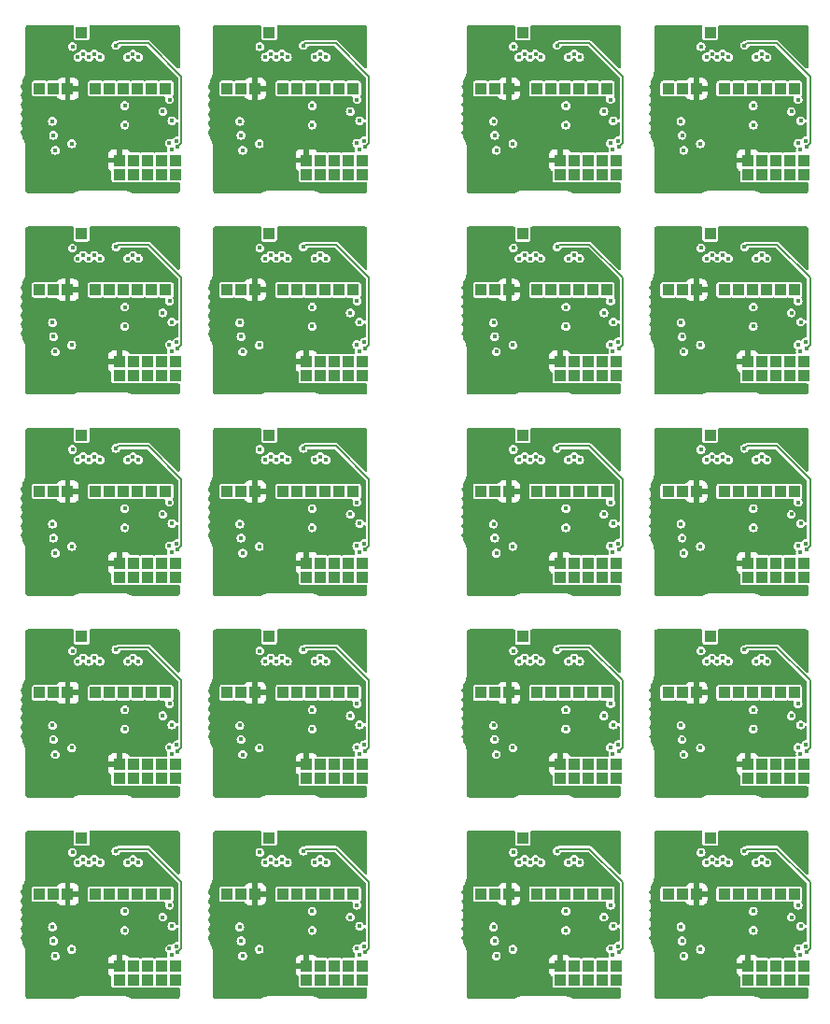
<source format=gbr>
%TF.GenerationSoftware,KiCad,Pcbnew,8.0.5-unknown-202409181836~355805756e~ubuntu22.04.1*%
%TF.CreationDate,2024-10-08T14:59:54+01:00*%
%TF.ProjectId,PANEL5x4_COM_MOD,50414e45-4c35-4783-945f-434f4d5f4d4f,1.0*%
%TF.SameCoordinates,Original*%
%TF.FileFunction,Copper,L3,Inr*%
%TF.FilePolarity,Positive*%
%FSLAX46Y46*%
G04 Gerber Fmt 4.6, Leading zero omitted, Abs format (unit mm)*
G04 Created by KiCad (PCBNEW 8.0.5-unknown-202409181836~355805756e~ubuntu22.04.1) date 2024-10-08 14:59:54*
%MOMM*%
%LPD*%
G01*
G04 APERTURE LIST*
%TA.AperFunction,ComponentPad*%
%ADD10R,1.000000X1.000000*%
%TD*%
%TA.AperFunction,ViaPad*%
%ADD11C,0.400000*%
%TD*%
%TA.AperFunction,Conductor*%
%ADD12C,0.127000*%
%TD*%
G04 APERTURE END LIST*
D10*
%TO.N,Board_12-/GPIO*%
%TO.C,J21*%
X16264999Y-74770003D03*
%TD*%
%TO.N,Board_19-/GPIO*%
%TO.C,J21*%
X73264999Y-93020004D03*
%TD*%
%TO.N,Board_16-/IO1_out*%
%TO.C,J11*%
X20074999Y-91750004D03*
%TD*%
%TO.N,Board_16-GND*%
%TO.C,J22*%
X14994999Y-91750004D03*
%TD*%
%TO.N,Board_14-GND*%
%TO.C,J22*%
X54994999Y-73500003D03*
%TD*%
%TO.N,Board_11-/AUX3*%
%TO.C,J3*%
X68595000Y-43670002D03*
%TD*%
%TO.N,Board_10-/AIN0*%
%TO.C,J18*%
X54994999Y-56520002D03*
%TD*%
%TO.N,Board_12-/AUX1*%
%TO.C,J19*%
X7785000Y-67000003D03*
%TD*%
%TO.N,Board_16-/i2C_SCL*%
%TO.C,J16*%
X18804999Y-93020004D03*
%TD*%
%TO.N,Board_2-/SCLK*%
%TO.C,J7*%
X55405000Y-12250000D03*
%TD*%
%TO.N,Board_17-/GPIO*%
%TO.C,J21*%
X33264999Y-93020004D03*
%TD*%
%TO.N,Board_3-/PICO*%
%TO.C,J6*%
X71135000Y-12250000D03*
%TD*%
%TO.N,Board_17-/AIN0*%
%TO.C,J18*%
X31994999Y-93020004D03*
%TD*%
%TO.N,Board_13-/SWDIO{slash}POCI_ARM*%
%TO.C,J12*%
X35804999Y-73500003D03*
%TD*%
%TO.N,Board_1-/AUX3*%
%TO.C,J3*%
X28595000Y-7170000D03*
%TD*%
%TO.N,Board_14-/POCI*%
%TO.C,J5*%
X52865000Y-67000003D03*
%TD*%
%TO.N,Board_11-/extRef*%
%TO.C,J9*%
X74945000Y-48750002D03*
%TD*%
%TO.N,Board_9-/CSB*%
%TO.C,J8*%
X33675000Y-48750002D03*
%TD*%
%TO.N,Board_16-/POCI*%
%TO.C,J5*%
X12865000Y-85250004D03*
%TD*%
%TO.N,Board_15-/SWDIO{slash}POCI_ARM*%
%TO.C,J12*%
X75804999Y-73500003D03*
%TD*%
%TO.N,Board_17-/SCLK*%
%TO.C,J7*%
X32405000Y-85250004D03*
%TD*%
%TO.N,Board_12-/POCI*%
%TO.C,J5*%
X12865000Y-67000003D03*
%TD*%
%TO.N,Board_15-/AUX3*%
%TO.C,J3*%
X68595000Y-61920003D03*
%TD*%
%TO.N,Board_0-/extRef*%
%TO.C,J9*%
X17945000Y-12250000D03*
%TD*%
%TO.N,Board_0-/SPICS_ARM*%
%TO.C,J15*%
X17534999Y-20020000D03*
%TD*%
%TO.N,Board_1-/CSB*%
%TO.C,J8*%
X33675000Y-12250000D03*
%TD*%
%TO.N,Board_8-/extRef*%
%TO.C,J9*%
X17945000Y-48750002D03*
%TD*%
%TO.N,Board_5-GND*%
%TO.C,J22*%
X31994999Y-37000001D03*
%TD*%
%TO.N,Board_7-/i2C_SCL*%
%TO.C,J16*%
X75804999Y-38270001D03*
%TD*%
%TO.N,Board_1-/IO1_out*%
%TO.C,J11*%
X37074999Y-18750000D03*
%TD*%
%TO.N,Board_1-/I2C_SDA*%
%TO.C,J17*%
X37074999Y-20020000D03*
%TD*%
%TO.N,Board_11-/IO1_out*%
%TO.C,J11*%
X77074999Y-55250002D03*
%TD*%
%TO.N,Board_4-/POCI*%
%TO.C,J5*%
X12865000Y-30500001D03*
%TD*%
%TO.N,Board_5-/SPICS_ARM*%
%TO.C,J15*%
X34534999Y-38270001D03*
%TD*%
%TO.N,Board_6-/IO1_out*%
%TO.C,J11*%
X60074999Y-37000001D03*
%TD*%
%TO.N,Board_2-/SCLK_ARM*%
%TO.C,J14*%
X56264999Y-18750000D03*
%TD*%
%TO.N,Board_10-/i2C_SCL*%
%TO.C,J16*%
X58804999Y-56520002D03*
%TD*%
%TO.N,Board_7-+3.3V*%
%TO.C,J1*%
X66055000Y-30500001D03*
%TD*%
%TO.N,Board_3-/SCLK_ARM*%
%TO.C,J14*%
X73264999Y-18750000D03*
%TD*%
%TO.N,Board_0-/AUX3*%
%TO.C,J3*%
X11595000Y-7170000D03*
%TD*%
%TO.N,Board_9-/PICO_ARM*%
%TO.C,J13*%
X34535000Y-55250002D03*
%TD*%
%TO.N,Board_10-/I2C_SDA*%
%TO.C,J17*%
X60074999Y-56520002D03*
%TD*%
%TO.N,Board_3-GND*%
%TO.C,J22*%
X71994999Y-18750000D03*
%TD*%
%TO.N,Board_12-/SPICS_ARM*%
%TO.C,J15*%
X17534999Y-74770003D03*
%TD*%
%TO.N,Board_7-/AUX3*%
%TO.C,J3*%
X68595000Y-25420001D03*
%TD*%
%TO.N,Board_19-/AUX2*%
%TO.C,J20*%
X76215000Y-85250004D03*
%TD*%
%TO.N,Board_17-/AUX2*%
%TO.C,J20*%
X36215000Y-85250004D03*
%TD*%
%TO.N,Board_11-/SCLK_ARM*%
%TO.C,J14*%
X73264999Y-55250002D03*
%TD*%
%TO.N,Board_18-+3.3V*%
%TO.C,J1*%
X49055000Y-85250004D03*
%TD*%
%TO.N,Board_6-/PICO*%
%TO.C,J6*%
X54135000Y-30500001D03*
%TD*%
%TO.N,Board_1-/AIN0*%
%TO.C,J18*%
X31994999Y-20020000D03*
%TD*%
%TO.N,Board_1-/PICO*%
%TO.C,J6*%
X31135000Y-12250000D03*
%TD*%
%TO.N,Board_6-/CSB*%
%TO.C,J8*%
X56675000Y-30500001D03*
%TD*%
%TO.N,Board_15-/IO1_out*%
%TO.C,J11*%
X77074999Y-73500003D03*
%TD*%
%TO.N,Board_2-/AIN0*%
%TO.C,J18*%
X54994999Y-20020000D03*
%TD*%
%TO.N,Board_12-GND*%
%TO.C,J2*%
X10325000Y-67000003D03*
%TD*%
%TO.N,Board_9-/SCLK*%
%TO.C,J7*%
X32405000Y-48750002D03*
%TD*%
%TO.N,Board_15-/CSB*%
%TO.C,J8*%
X73675000Y-67000003D03*
%TD*%
%TO.N,Board_4-/AUX2*%
%TO.C,J20*%
X19215000Y-30500001D03*
%TD*%
%TO.N,Board_19-GND*%
%TO.C,J2*%
X67325000Y-85250004D03*
%TD*%
%TO.N,Board_4-GND*%
%TO.C,J2*%
X10325000Y-30500001D03*
%TD*%
%TO.N,Board_13-/PICO_ARM*%
%TO.C,J13*%
X34535000Y-73500003D03*
%TD*%
%TO.N,Board_4-/IO1_out*%
%TO.C,J11*%
X20074999Y-37000001D03*
%TD*%
%TO.N,Board_14-/GPIO*%
%TO.C,J21*%
X56264999Y-74770003D03*
%TD*%
%TO.N,Board_8-GND*%
%TO.C,J2*%
X10325000Y-48750002D03*
%TD*%
%TO.N,Board_5-/POCI*%
%TO.C,J5*%
X29865000Y-30500001D03*
%TD*%
%TO.N,Board_19-/IO1_out*%
%TO.C,J11*%
X77074999Y-91750004D03*
%TD*%
%TO.N,Board_5-/SCLK*%
%TO.C,J7*%
X32405000Y-30500001D03*
%TD*%
%TO.N,Board_18-/i2C_SCL*%
%TO.C,J16*%
X58804999Y-93020004D03*
%TD*%
%TO.N,Board_15-/POCI*%
%TO.C,J5*%
X69865000Y-67000003D03*
%TD*%
%TO.N,Board_6-/SCLK*%
%TO.C,J7*%
X55405000Y-30500001D03*
%TD*%
%TO.N,Board_7-/I2C_SDA*%
%TO.C,J17*%
X77074999Y-38270001D03*
%TD*%
%TO.N,Board_10-/SPICS_ARM*%
%TO.C,J15*%
X57534999Y-56520002D03*
%TD*%
%TO.N,Board_5-/I2C_SDA*%
%TO.C,J17*%
X37074999Y-38270001D03*
%TD*%
%TO.N,Board_19-/PICO*%
%TO.C,J6*%
X71135000Y-85250004D03*
%TD*%
%TO.N,Board_13-/I2C_SDA*%
%TO.C,J17*%
X37074999Y-74770003D03*
%TD*%
%TO.N,Board_10-/AUX3*%
%TO.C,J3*%
X51595000Y-43670002D03*
%TD*%
%TO.N,Board_17-/PICO*%
%TO.C,J6*%
X31135000Y-85250004D03*
%TD*%
%TO.N,Board_8-/GPIO*%
%TO.C,J21*%
X16264999Y-56520002D03*
%TD*%
%TO.N,Board_11-/PICO*%
%TO.C,J6*%
X71135000Y-48750002D03*
%TD*%
%TO.N,Board_12-+3.3V*%
%TO.C,J1*%
X9055000Y-67000003D03*
%TD*%
%TO.N,Board_7-/IO1_out*%
%TO.C,J11*%
X77074999Y-37000001D03*
%TD*%
%TO.N,Board_19-/AUX1*%
%TO.C,J19*%
X64785000Y-85250004D03*
%TD*%
%TO.N,Board_7-GND*%
%TO.C,J2*%
X67325000Y-30500001D03*
%TD*%
%TO.N,Board_1-/AUX2*%
%TO.C,J20*%
X36215000Y-12250000D03*
%TD*%
%TO.N,Board_0-/SWDIO{slash}POCI_ARM*%
%TO.C,J12*%
X18804999Y-18750000D03*
%TD*%
%TO.N,Board_8-/AUX2*%
%TO.C,J20*%
X19215000Y-48750002D03*
%TD*%
%TO.N,Board_17-/SWDIO{slash}POCI_ARM*%
%TO.C,J12*%
X35804999Y-91750004D03*
%TD*%
%TO.N,Board_12-/IO1_out*%
%TO.C,J11*%
X20074999Y-73500003D03*
%TD*%
%TO.N,Board_3-/POCI*%
%TO.C,J5*%
X69865000Y-12250000D03*
%TD*%
%TO.N,Board_12-/AIN0*%
%TO.C,J18*%
X14994999Y-74770003D03*
%TD*%
%TO.N,Board_17-GND*%
%TO.C,J22*%
X31994999Y-91750004D03*
%TD*%
%TO.N,Board_15-/GPIO*%
%TO.C,J21*%
X73264999Y-74770003D03*
%TD*%
%TO.N,Board_14-GND*%
%TO.C,J2*%
X50325000Y-67000003D03*
%TD*%
%TO.N,Board_5-/AUX2*%
%TO.C,J20*%
X36215000Y-30500001D03*
%TD*%
%TO.N,Board_12-/AUX3*%
%TO.C,J3*%
X11595000Y-61920003D03*
%TD*%
%TO.N,Board_5-+3.3V*%
%TO.C,J1*%
X26055000Y-30500001D03*
%TD*%
%TO.N,Board_19-/AIN0*%
%TO.C,J18*%
X71994999Y-93020004D03*
%TD*%
%TO.N,Board_9-/AUX1*%
%TO.C,J19*%
X24785000Y-48750002D03*
%TD*%
%TO.N,Board_15-GND*%
%TO.C,J2*%
X67325000Y-67000003D03*
%TD*%
%TO.N,Board_14-/SCLK*%
%TO.C,J7*%
X55405000Y-67000003D03*
%TD*%
%TO.N,Board_19-/SCLK_ARM*%
%TO.C,J14*%
X73264999Y-91750004D03*
%TD*%
%TO.N,Board_2-/IO1_out*%
%TO.C,J11*%
X60074999Y-18750000D03*
%TD*%
%TO.N,Board_19-/SPICS_ARM*%
%TO.C,J15*%
X74534999Y-93020004D03*
%TD*%
%TO.N,Board_3-/AIN0*%
%TO.C,J18*%
X71994999Y-20020000D03*
%TD*%
%TO.N,Board_9-/POCI*%
%TO.C,J5*%
X29865000Y-48750002D03*
%TD*%
%TO.N,Board_15-/AIN0*%
%TO.C,J18*%
X71994999Y-74770003D03*
%TD*%
%TO.N,Board_8-/PICO*%
%TO.C,J6*%
X14135000Y-48750002D03*
%TD*%
%TO.N,Board_7-/AIN0*%
%TO.C,J18*%
X71994999Y-38270001D03*
%TD*%
%TO.N,Board_13-/SCLK_ARM*%
%TO.C,J14*%
X33264999Y-73500003D03*
%TD*%
%TO.N,Board_5-/CSB*%
%TO.C,J8*%
X33675000Y-30500001D03*
%TD*%
%TO.N,Board_15-/i2C_SCL*%
%TO.C,J16*%
X75804999Y-74770003D03*
%TD*%
%TO.N,Board_15-/PICO*%
%TO.C,J6*%
X71135000Y-67000003D03*
%TD*%
%TO.N,Board_15-/AUX1*%
%TO.C,J19*%
X64785000Y-67000003D03*
%TD*%
%TO.N,Board_18-/PICO_ARM*%
%TO.C,J13*%
X57535000Y-91750004D03*
%TD*%
%TO.N,Board_14-/SPICS_ARM*%
%TO.C,J15*%
X57534999Y-74770003D03*
%TD*%
%TO.N,Board_6-GND*%
%TO.C,J22*%
X54994999Y-37000001D03*
%TD*%
%TO.N,Board_16-GND*%
%TO.C,J2*%
X10325000Y-85250004D03*
%TD*%
%TO.N,Board_1-/GPIO*%
%TO.C,J21*%
X33264999Y-20020000D03*
%TD*%
%TO.N,Board_9-/IO1_out*%
%TO.C,J11*%
X37074999Y-55250002D03*
%TD*%
%TO.N,Board_1-/extRef*%
%TO.C,J9*%
X34945000Y-12250000D03*
%TD*%
%TO.N,Board_2-/PICO*%
%TO.C,J6*%
X54135000Y-12250000D03*
%TD*%
%TO.N,Board_19-/SWDIO{slash}POCI_ARM*%
%TO.C,J12*%
X75804999Y-91750004D03*
%TD*%
%TO.N,Board_14-/CSB*%
%TO.C,J8*%
X56675000Y-67000003D03*
%TD*%
%TO.N,Board_18-/SCLK*%
%TO.C,J7*%
X55405000Y-85250004D03*
%TD*%
%TO.N,Board_13-/SCLK*%
%TO.C,J7*%
X32405000Y-67000003D03*
%TD*%
%TO.N,Board_2-/I2C_SDA*%
%TO.C,J17*%
X60074999Y-20020000D03*
%TD*%
%TO.N,Board_1-GND*%
%TO.C,J2*%
X27325000Y-12250000D03*
%TD*%
%TO.N,Board_13-GND*%
%TO.C,J22*%
X31994999Y-73500003D03*
%TD*%
%TO.N,Board_15-/SPICS_ARM*%
%TO.C,J15*%
X74534999Y-74770003D03*
%TD*%
%TO.N,Board_8-/SCLK_ARM*%
%TO.C,J14*%
X16264999Y-55250002D03*
%TD*%
%TO.N,Board_4-/AUX1*%
%TO.C,J19*%
X7785000Y-30500001D03*
%TD*%
%TO.N,Board_4-/SCLK*%
%TO.C,J7*%
X15405000Y-30500001D03*
%TD*%
%TO.N,Board_13-/AUX2*%
%TO.C,J20*%
X36215000Y-67000003D03*
%TD*%
%TO.N,Board_9-/PICO*%
%TO.C,J6*%
X31135000Y-48750002D03*
%TD*%
%TO.N,Board_14-/I2C_SDA*%
%TO.C,J17*%
X60074999Y-74770003D03*
%TD*%
%TO.N,Board_8-/AIN0*%
%TO.C,J18*%
X14994999Y-56520002D03*
%TD*%
%TO.N,Board_18-/IO1_out*%
%TO.C,J11*%
X60074999Y-91750004D03*
%TD*%
%TO.N,Board_16-/AIN0*%
%TO.C,J18*%
X14994999Y-93020004D03*
%TD*%
%TO.N,Board_19-/AUX3*%
%TO.C,J3*%
X68595000Y-80170004D03*
%TD*%
%TO.N,Board_6-/SWDIO{slash}POCI_ARM*%
%TO.C,J12*%
X58804999Y-37000001D03*
%TD*%
%TO.N,Board_9-/AUX2*%
%TO.C,J20*%
X36215000Y-48750002D03*
%TD*%
%TO.N,Board_5-/GPIO*%
%TO.C,J21*%
X33264999Y-38270001D03*
%TD*%
%TO.N,Board_3-/IO1_out*%
%TO.C,J11*%
X77074999Y-18750000D03*
%TD*%
%TO.N,Board_9-/SWDIO{slash}POCI_ARM*%
%TO.C,J12*%
X35804999Y-55250002D03*
%TD*%
%TO.N,Board_3-/PICO_ARM*%
%TO.C,J13*%
X74535000Y-18750000D03*
%TD*%
%TO.N,Board_18-/extRef*%
%TO.C,J9*%
X57945000Y-85250004D03*
%TD*%
%TO.N,Board_16-/I2C_SDA*%
%TO.C,J17*%
X20074999Y-93020004D03*
%TD*%
%TO.N,Board_17-/extRef*%
%TO.C,J9*%
X34945000Y-85250004D03*
%TD*%
%TO.N,Board_16-/CSB*%
%TO.C,J8*%
X16675000Y-85250004D03*
%TD*%
%TO.N,Board_18-/SWDIO{slash}POCI_ARM*%
%TO.C,J12*%
X58804999Y-91750004D03*
%TD*%
%TO.N,Board_9-GND*%
%TO.C,J22*%
X31994999Y-55250002D03*
%TD*%
%TO.N,Board_4-/CSB*%
%TO.C,J8*%
X16675000Y-30500001D03*
%TD*%
%TO.N,Board_16-/SCLK_ARM*%
%TO.C,J14*%
X16264999Y-91750004D03*
%TD*%
%TO.N,Board_2-/CSB*%
%TO.C,J8*%
X56675000Y-12250000D03*
%TD*%
%TO.N,Board_14-/PICO*%
%TO.C,J6*%
X54135000Y-67000003D03*
%TD*%
%TO.N,Board_15-/PICO_ARM*%
%TO.C,J13*%
X74535000Y-73500003D03*
%TD*%
%TO.N,Board_11-/GPIO*%
%TO.C,J21*%
X73264999Y-56520002D03*
%TD*%
%TO.N,Board_6-/AUX1*%
%TO.C,J19*%
X47785000Y-30500001D03*
%TD*%
%TO.N,Board_2-/SWDIO{slash}POCI_ARM*%
%TO.C,J12*%
X58804999Y-18750000D03*
%TD*%
%TO.N,Board_13-/PICO*%
%TO.C,J6*%
X31135000Y-67000003D03*
%TD*%
%TO.N,Board_3-/I2C_SDA*%
%TO.C,J17*%
X77074999Y-20020000D03*
%TD*%
%TO.N,Board_6-/AUX3*%
%TO.C,J3*%
X51595000Y-25420001D03*
%TD*%
%TO.N,Board_1-/i2C_SCL*%
%TO.C,J16*%
X35804999Y-20020000D03*
%TD*%
%TO.N,Board_0-/SCLK_ARM*%
%TO.C,J14*%
X16264999Y-18750000D03*
%TD*%
%TO.N,Board_13-+3.3V*%
%TO.C,J1*%
X26055000Y-67000003D03*
%TD*%
%TO.N,Board_11-/i2C_SCL*%
%TO.C,J16*%
X75804999Y-56520002D03*
%TD*%
%TO.N,Board_16-/GPIO*%
%TO.C,J21*%
X16264999Y-93020004D03*
%TD*%
%TO.N,Board_18-/SPICS_ARM*%
%TO.C,J15*%
X57534999Y-93020004D03*
%TD*%
%TO.N,Board_13-/POCI*%
%TO.C,J5*%
X29865000Y-67000003D03*
%TD*%
%TO.N,Board_1-/SPICS_ARM*%
%TO.C,J15*%
X34534999Y-20020000D03*
%TD*%
%TO.N,Board_0-GND*%
%TO.C,J2*%
X10325000Y-12250000D03*
%TD*%
%TO.N,Board_19-/SCLK*%
%TO.C,J7*%
X72405000Y-85250004D03*
%TD*%
%TO.N,Board_4-/i2C_SCL*%
%TO.C,J16*%
X18804999Y-38270001D03*
%TD*%
%TO.N,Board_18-GND*%
%TO.C,J2*%
X50325000Y-85250004D03*
%TD*%
%TO.N,Board_3-/CSB*%
%TO.C,J8*%
X73675000Y-12250000D03*
%TD*%
%TO.N,Board_11-/AUX1*%
%TO.C,J19*%
X64785000Y-48750002D03*
%TD*%
%TO.N,Board_18-/CSB*%
%TO.C,J8*%
X56675000Y-85250004D03*
%TD*%
%TO.N,Board_13-/i2C_SCL*%
%TO.C,J16*%
X35804999Y-74770003D03*
%TD*%
%TO.N,Board_10-/SWDIO{slash}POCI_ARM*%
%TO.C,J12*%
X58804999Y-55250002D03*
%TD*%
%TO.N,Board_17-/PICO_ARM*%
%TO.C,J13*%
X34535000Y-91750004D03*
%TD*%
%TO.N,Board_7-/SWDIO{slash}POCI_ARM*%
%TO.C,J12*%
X75804999Y-37000001D03*
%TD*%
%TO.N,Board_5-GND*%
%TO.C,J2*%
X27325000Y-30500001D03*
%TD*%
%TO.N,Board_10-/PICO_ARM*%
%TO.C,J13*%
X57535000Y-55250002D03*
%TD*%
%TO.N,Board_15-+3.3V*%
%TO.C,J1*%
X66055000Y-67000003D03*
%TD*%
%TO.N,Board_3-/GPIO*%
%TO.C,J21*%
X73264999Y-20020000D03*
%TD*%
%TO.N,Board_11-/CSB*%
%TO.C,J8*%
X73675000Y-48750002D03*
%TD*%
%TO.N,Board_8-/SCLK*%
%TO.C,J7*%
X15405000Y-48750002D03*
%TD*%
%TO.N,Board_3-GND*%
%TO.C,J2*%
X67325000Y-12250000D03*
%TD*%
%TO.N,Board_6-/i2C_SCL*%
%TO.C,J16*%
X58804999Y-38270001D03*
%TD*%
%TO.N,Board_17-GND*%
%TO.C,J2*%
X27325000Y-85250004D03*
%TD*%
%TO.N,Board_11-/PICO_ARM*%
%TO.C,J13*%
X74535000Y-55250002D03*
%TD*%
%TO.N,Board_11-/POCI*%
%TO.C,J5*%
X69865000Y-48750002D03*
%TD*%
%TO.N,Board_19-/i2C_SCL*%
%TO.C,J16*%
X75804999Y-93020004D03*
%TD*%
%TO.N,Board_1-/PICO_ARM*%
%TO.C,J13*%
X34535000Y-18750000D03*
%TD*%
%TO.N,Board_8-/CSB*%
%TO.C,J8*%
X16675000Y-48750002D03*
%TD*%
%TO.N,Board_4-/PICO*%
%TO.C,J6*%
X14135000Y-30500001D03*
%TD*%
%TO.N,Board_19-/PICO_ARM*%
%TO.C,J13*%
X74535000Y-91750004D03*
%TD*%
%TO.N,Board_5-/SWDIO{slash}POCI_ARM*%
%TO.C,J12*%
X35804999Y-37000001D03*
%TD*%
%TO.N,Board_7-/SCLK*%
%TO.C,J7*%
X72405000Y-30500001D03*
%TD*%
%TO.N,Board_1-/SCLK_ARM*%
%TO.C,J14*%
X33264999Y-18750000D03*
%TD*%
%TO.N,Board_11-/AUX2*%
%TO.C,J20*%
X76215000Y-48750002D03*
%TD*%
%TO.N,Board_18-/POCI*%
%TO.C,J5*%
X52865000Y-85250004D03*
%TD*%
%TO.N,Board_7-/AUX2*%
%TO.C,J20*%
X76215000Y-30500001D03*
%TD*%
%TO.N,Board_11-/AIN0*%
%TO.C,J18*%
X71994999Y-56520002D03*
%TD*%
%TO.N,Board_11-/I2C_SDA*%
%TO.C,J17*%
X77074999Y-56520002D03*
%TD*%
%TO.N,Board_11-/SWDIO{slash}POCI_ARM*%
%TO.C,J12*%
X75804999Y-55250002D03*
%TD*%
%TO.N,Board_17-/SCLK_ARM*%
%TO.C,J14*%
X33264999Y-91750004D03*
%TD*%
%TO.N,Board_2-/AUX3*%
%TO.C,J3*%
X51595000Y-7170000D03*
%TD*%
%TO.N,Board_7-/SPICS_ARM*%
%TO.C,J15*%
X74534999Y-38270001D03*
%TD*%
%TO.N,Board_2-/PICO_ARM*%
%TO.C,J13*%
X57535000Y-18750000D03*
%TD*%
%TO.N,Board_12-/PICO*%
%TO.C,J6*%
X14135000Y-67000003D03*
%TD*%
%TO.N,Board_6-/extRef*%
%TO.C,J9*%
X57945000Y-30500001D03*
%TD*%
%TO.N,Board_0-GND*%
%TO.C,J22*%
X14994999Y-18750000D03*
%TD*%
%TO.N,Board_4-+3.3V*%
%TO.C,J1*%
X9055000Y-30500001D03*
%TD*%
%TO.N,Board_1-/SWDIO{slash}POCI_ARM*%
%TO.C,J12*%
X35804999Y-18750000D03*
%TD*%
%TO.N,Board_5-/extRef*%
%TO.C,J9*%
X34945000Y-30500001D03*
%TD*%
%TO.N,Board_17-/i2C_SCL*%
%TO.C,J16*%
X35804999Y-93020004D03*
%TD*%
%TO.N,Board_16-/AUX3*%
%TO.C,J3*%
X11595000Y-80170004D03*
%TD*%
%TO.N,Board_11-/SPICS_ARM*%
%TO.C,J15*%
X74534999Y-56520002D03*
%TD*%
%TO.N,Board_0-/AIN0*%
%TO.C,J18*%
X14994999Y-20020000D03*
%TD*%
%TO.N,Board_3-/extRef*%
%TO.C,J9*%
X74945000Y-12250000D03*
%TD*%
%TO.N,Board_9-/SCLK_ARM*%
%TO.C,J14*%
X33264999Y-55250002D03*
%TD*%
%TO.N,Board_2-GND*%
%TO.C,J22*%
X54994999Y-18750000D03*
%TD*%
%TO.N,Board_0-/GPIO*%
%TO.C,J21*%
X16264999Y-20020000D03*
%TD*%
%TO.N,Board_11-GND*%
%TO.C,J22*%
X71994999Y-55250002D03*
%TD*%
%TO.N,Board_16-/SCLK*%
%TO.C,J7*%
X15405000Y-85250004D03*
%TD*%
%TO.N,Board_13-/GPIO*%
%TO.C,J21*%
X33264999Y-74770003D03*
%TD*%
%TO.N,Board_4-/PICO_ARM*%
%TO.C,J13*%
X17535000Y-37000001D03*
%TD*%
%TO.N,Board_3-/AUX1*%
%TO.C,J19*%
X64785000Y-12250000D03*
%TD*%
%TO.N,Board_18-/AUX3*%
%TO.C,J3*%
X51595000Y-80170004D03*
%TD*%
%TO.N,Board_18-/AUX1*%
%TO.C,J19*%
X47785000Y-85250004D03*
%TD*%
%TO.N,Board_9-GND*%
%TO.C,J2*%
X27325000Y-48750002D03*
%TD*%
%TO.N,Board_14-/i2C_SCL*%
%TO.C,J16*%
X58804999Y-74770003D03*
%TD*%
%TO.N,Board_2-/AUX2*%
%TO.C,J20*%
X59215000Y-12250000D03*
%TD*%
%TO.N,Board_9-+3.3V*%
%TO.C,J1*%
X26055000Y-48750002D03*
%TD*%
%TO.N,Board_16-/AUX2*%
%TO.C,J20*%
X19215000Y-85250004D03*
%TD*%
%TO.N,Board_6-/GPIO*%
%TO.C,J21*%
X56264999Y-38270001D03*
%TD*%
%TO.N,Board_10-/IO1_out*%
%TO.C,J11*%
X60074999Y-55250002D03*
%TD*%
%TO.N,Board_10-/SCLK_ARM*%
%TO.C,J14*%
X56264999Y-55250002D03*
%TD*%
%TO.N,Board_16-+3.3V*%
%TO.C,J1*%
X9055000Y-85250004D03*
%TD*%
%TO.N,Board_6-/PICO_ARM*%
%TO.C,J13*%
X57535000Y-37000001D03*
%TD*%
%TO.N,Board_17-/POCI*%
%TO.C,J5*%
X29865000Y-85250004D03*
%TD*%
%TO.N,Board_12-/AUX2*%
%TO.C,J20*%
X19215000Y-67000003D03*
%TD*%
%TO.N,Board_17-+3.3V*%
%TO.C,J1*%
X26055000Y-85250004D03*
%TD*%
%TO.N,Board_13-/SPICS_ARM*%
%TO.C,J15*%
X34534999Y-74770003D03*
%TD*%
%TO.N,Board_3-/i2C_SCL*%
%TO.C,J16*%
X75804999Y-20020000D03*
%TD*%
%TO.N,Board_8-/AUX3*%
%TO.C,J3*%
X11595000Y-43670002D03*
%TD*%
%TO.N,Board_14-/SCLK_ARM*%
%TO.C,J14*%
X56264999Y-73500003D03*
%TD*%
%TO.N,Board_14-/extRef*%
%TO.C,J9*%
X57945000Y-67000003D03*
%TD*%
%TO.N,Board_19-+3.3V*%
%TO.C,J1*%
X66055000Y-85250004D03*
%TD*%
%TO.N,Board_4-/SCLK_ARM*%
%TO.C,J14*%
X16264999Y-37000001D03*
%TD*%
%TO.N,Board_3-/AUX2*%
%TO.C,J20*%
X76215000Y-12250000D03*
%TD*%
%TO.N,Board_12-GND*%
%TO.C,J22*%
X14994999Y-73500003D03*
%TD*%
%TO.N,Board_3-/SWDIO{slash}POCI_ARM*%
%TO.C,J12*%
X75804999Y-18750000D03*
%TD*%
%TO.N,Board_6-/I2C_SDA*%
%TO.C,J17*%
X60074999Y-38270001D03*
%TD*%
%TO.N,Board_8-GND*%
%TO.C,J22*%
X14994999Y-55250002D03*
%TD*%
%TO.N,Board_3-/SPICS_ARM*%
%TO.C,J15*%
X74534999Y-20020000D03*
%TD*%
%TO.N,Board_13-/CSB*%
%TO.C,J8*%
X33675000Y-67000003D03*
%TD*%
%TO.N,Board_0-/PICO_ARM*%
%TO.C,J13*%
X17535000Y-18750000D03*
%TD*%
%TO.N,Board_10-/AUX1*%
%TO.C,J19*%
X47785000Y-48750002D03*
%TD*%
%TO.N,Board_0-/AUX1*%
%TO.C,J19*%
X7785000Y-12250000D03*
%TD*%
%TO.N,Board_10-/extRef*%
%TO.C,J9*%
X57945000Y-48750002D03*
%TD*%
%TO.N,Board_7-/POCI*%
%TO.C,J5*%
X69865000Y-30500001D03*
%TD*%
%TO.N,Board_4-/AIN0*%
%TO.C,J18*%
X14994999Y-38270001D03*
%TD*%
%TO.N,Board_0-/I2C_SDA*%
%TO.C,J17*%
X20074999Y-20020000D03*
%TD*%
%TO.N,Board_6-/AUX2*%
%TO.C,J20*%
X59215000Y-30500001D03*
%TD*%
%TO.N,Board_14-/PICO_ARM*%
%TO.C,J13*%
X57535000Y-73500003D03*
%TD*%
%TO.N,Board_2-/i2C_SCL*%
%TO.C,J16*%
X58804999Y-20020000D03*
%TD*%
%TO.N,Board_19-/extRef*%
%TO.C,J9*%
X74945000Y-85250004D03*
%TD*%
%TO.N,Board_7-/extRef*%
%TO.C,J9*%
X74945000Y-30500001D03*
%TD*%
%TO.N,Board_18-/AUX2*%
%TO.C,J20*%
X59215000Y-85250004D03*
%TD*%
%TO.N,Board_16-/extRef*%
%TO.C,J9*%
X17945000Y-85250004D03*
%TD*%
%TO.N,Board_8-/I2C_SDA*%
%TO.C,J17*%
X20074999Y-56520002D03*
%TD*%
%TO.N,Board_9-/I2C_SDA*%
%TO.C,J17*%
X37074999Y-56520002D03*
%TD*%
%TO.N,Board_4-/SPICS_ARM*%
%TO.C,J15*%
X17534999Y-38270001D03*
%TD*%
%TO.N,Board_0-/i2C_SCL*%
%TO.C,J16*%
X18804999Y-20020000D03*
%TD*%
%TO.N,Board_9-/AIN0*%
%TO.C,J18*%
X31994999Y-56520002D03*
%TD*%
%TO.N,Board_17-/AUX1*%
%TO.C,J19*%
X24785000Y-85250004D03*
%TD*%
%TO.N,Board_5-/i2C_SCL*%
%TO.C,J16*%
X35804999Y-38270001D03*
%TD*%
%TO.N,Board_5-/AUX3*%
%TO.C,J3*%
X28595000Y-25420001D03*
%TD*%
%TO.N,Board_8-/SPICS_ARM*%
%TO.C,J15*%
X17534999Y-56520002D03*
%TD*%
%TO.N,Board_10-/PICO*%
%TO.C,J6*%
X54135000Y-48750002D03*
%TD*%
%TO.N,Board_14-/SWDIO{slash}POCI_ARM*%
%TO.C,J12*%
X58804999Y-73500003D03*
%TD*%
%TO.N,Board_1-+3.3V*%
%TO.C,J1*%
X26055000Y-12250000D03*
%TD*%
%TO.N,Board_6-GND*%
%TO.C,J2*%
X50325000Y-30500001D03*
%TD*%
%TO.N,Board_7-/CSB*%
%TO.C,J8*%
X73675000Y-30500001D03*
%TD*%
%TO.N,Board_19-/I2C_SDA*%
%TO.C,J17*%
X77074999Y-93020004D03*
%TD*%
%TO.N,Board_8-/i2C_SCL*%
%TO.C,J16*%
X18804999Y-56520002D03*
%TD*%
%TO.N,Board_12-/SWDIO{slash}POCI_ARM*%
%TO.C,J12*%
X18804999Y-73500003D03*
%TD*%
%TO.N,Board_17-/CSB*%
%TO.C,J8*%
X33675000Y-85250004D03*
%TD*%
%TO.N,Board_12-/CSB*%
%TO.C,J8*%
X16675000Y-67000003D03*
%TD*%
%TO.N,Board_14-/AIN0*%
%TO.C,J18*%
X54994999Y-74770003D03*
%TD*%
%TO.N,Board_8-/POCI*%
%TO.C,J5*%
X12865000Y-48750002D03*
%TD*%
%TO.N,Board_11-GND*%
%TO.C,J2*%
X67325000Y-48750002D03*
%TD*%
%TO.N,Board_7-GND*%
%TO.C,J22*%
X71994999Y-37000001D03*
%TD*%
%TO.N,Board_10-GND*%
%TO.C,J22*%
X54994999Y-55250002D03*
%TD*%
%TO.N,Board_10-/GPIO*%
%TO.C,J21*%
X56264999Y-56520002D03*
%TD*%
%TO.N,Board_8-/SWDIO{slash}POCI_ARM*%
%TO.C,J12*%
X18804999Y-55250002D03*
%TD*%
%TO.N,Board_9-/extRef*%
%TO.C,J9*%
X34945000Y-48750002D03*
%TD*%
%TO.N,Board_0-/PICO*%
%TO.C,J6*%
X14135000Y-12250000D03*
%TD*%
%TO.N,Board_10-GND*%
%TO.C,J2*%
X50325000Y-48750002D03*
%TD*%
%TO.N,Board_14-+3.3V*%
%TO.C,J1*%
X49055000Y-67000003D03*
%TD*%
%TO.N,Board_17-/AUX3*%
%TO.C,J3*%
X28595000Y-80170004D03*
%TD*%
%TO.N,Board_5-/PICO*%
%TO.C,J6*%
X31135000Y-30500001D03*
%TD*%
%TO.N,Board_1-/AUX1*%
%TO.C,J19*%
X24785000Y-12250000D03*
%TD*%
%TO.N,Board_12-/I2C_SDA*%
%TO.C,J17*%
X20074999Y-74770003D03*
%TD*%
%TO.N,Board_16-/PICO_ARM*%
%TO.C,J13*%
X17535000Y-91750004D03*
%TD*%
%TO.N,Board_17-/I2C_SDA*%
%TO.C,J17*%
X37074999Y-93020004D03*
%TD*%
%TO.N,Board_18-/GPIO*%
%TO.C,J21*%
X56264999Y-93020004D03*
%TD*%
%TO.N,Board_9-/SPICS_ARM*%
%TO.C,J15*%
X34534999Y-56520002D03*
%TD*%
%TO.N,Board_12-/SCLK*%
%TO.C,J7*%
X15405000Y-67000003D03*
%TD*%
%TO.N,Board_16-/AUX1*%
%TO.C,J19*%
X7785000Y-85250004D03*
%TD*%
%TO.N,Board_7-/AUX1*%
%TO.C,J19*%
X64785000Y-30500001D03*
%TD*%
%TO.N,Board_0-/CSB*%
%TO.C,J8*%
X16675000Y-12250000D03*
%TD*%
%TO.N,Board_13-/IO1_out*%
%TO.C,J11*%
X37074999Y-73500003D03*
%TD*%
%TO.N,Board_1-/SCLK*%
%TO.C,J7*%
X32405000Y-12250000D03*
%TD*%
%TO.N,Board_2-+3.3V*%
%TO.C,J1*%
X49055000Y-12250000D03*
%TD*%
%TO.N,Board_6-/AIN0*%
%TO.C,J18*%
X54994999Y-38270001D03*
%TD*%
%TO.N,Board_10-/AUX2*%
%TO.C,J20*%
X59215000Y-48750002D03*
%TD*%
%TO.N,Board_19-/POCI*%
%TO.C,J5*%
X69865000Y-85250004D03*
%TD*%
%TO.N,Board_0-/POCI*%
%TO.C,J5*%
X12865000Y-12250000D03*
%TD*%
%TO.N,Board_12-/PICO_ARM*%
%TO.C,J13*%
X17535000Y-73500003D03*
%TD*%
%TO.N,Board_3-/SCLK*%
%TO.C,J7*%
X72405000Y-12250000D03*
%TD*%
%TO.N,Board_8-/IO1_out*%
%TO.C,J11*%
X20074999Y-55250002D03*
%TD*%
%TO.N,Board_7-/GPIO*%
%TO.C,J21*%
X73264999Y-38270001D03*
%TD*%
%TO.N,Board_18-/PICO*%
%TO.C,J6*%
X54135000Y-85250004D03*
%TD*%
%TO.N,Board_12-/i2C_SCL*%
%TO.C,J16*%
X18804999Y-74770003D03*
%TD*%
%TO.N,Board_13-/AUX3*%
%TO.C,J3*%
X28595000Y-61920003D03*
%TD*%
%TO.N,Board_17-/IO1_out*%
%TO.C,J11*%
X37074999Y-91750004D03*
%TD*%
%TO.N,Board_5-/AIN0*%
%TO.C,J18*%
X31994999Y-38270001D03*
%TD*%
%TO.N,Board_8-+3.3V*%
%TO.C,J1*%
X9055000Y-48750002D03*
%TD*%
%TO.N,Board_11-+3.3V*%
%TO.C,J1*%
X66055000Y-48750002D03*
%TD*%
%TO.N,Board_9-/AUX3*%
%TO.C,J3*%
X28595000Y-43670002D03*
%TD*%
%TO.N,Board_7-/SCLK_ARM*%
%TO.C,J14*%
X73264999Y-37000001D03*
%TD*%
%TO.N,Board_12-/SCLK_ARM*%
%TO.C,J14*%
X16264999Y-73500003D03*
%TD*%
%TO.N,Board_15-/AUX2*%
%TO.C,J20*%
X76215000Y-67000003D03*
%TD*%
%TO.N,Board_15-/SCLK*%
%TO.C,J7*%
X72405000Y-67000003D03*
%TD*%
%TO.N,Board_4-/I2C_SDA*%
%TO.C,J17*%
X20074999Y-38270001D03*
%TD*%
%TO.N,Board_4-GND*%
%TO.C,J22*%
X14994999Y-37000001D03*
%TD*%
%TO.N,Board_5-/IO1_out*%
%TO.C,J11*%
X37074999Y-37000001D03*
%TD*%
%TO.N,Board_10-/SCLK*%
%TO.C,J7*%
X55405000Y-48750002D03*
%TD*%
%TO.N,Board_2-/AUX1*%
%TO.C,J19*%
X47785000Y-12250000D03*
%TD*%
%TO.N,Board_16-/SWDIO{slash}POCI_ARM*%
%TO.C,J12*%
X18804999Y-91750004D03*
%TD*%
%TO.N,Board_6-/POCI*%
%TO.C,J5*%
X52865000Y-30500001D03*
%TD*%
%TO.N,Board_0-/AUX2*%
%TO.C,J20*%
X19215000Y-12250000D03*
%TD*%
%TO.N,Board_4-/AUX3*%
%TO.C,J3*%
X11595000Y-25420001D03*
%TD*%
%TO.N,Board_16-/PICO*%
%TO.C,J6*%
X14135000Y-85250004D03*
%TD*%
%TO.N,Board_2-/GPIO*%
%TO.C,J21*%
X56264999Y-20020000D03*
%TD*%
%TO.N,Board_2-/SPICS_ARM*%
%TO.C,J15*%
X57534999Y-20020000D03*
%TD*%
%TO.N,Board_2-/extRef*%
%TO.C,J9*%
X57945000Y-12250000D03*
%TD*%
%TO.N,Board_19-GND*%
%TO.C,J22*%
X71994999Y-91750004D03*
%TD*%
%TO.N,Board_15-GND*%
%TO.C,J22*%
X71994999Y-73500003D03*
%TD*%
%TO.N,Board_4-/GPIO*%
%TO.C,J21*%
X16264999Y-38270001D03*
%TD*%
%TO.N,Board_18-GND*%
%TO.C,J22*%
X54994999Y-91750004D03*
%TD*%
%TO.N,Board_8-/AUX1*%
%TO.C,J19*%
X7785000Y-48750002D03*
%TD*%
%TO.N,Board_7-/PICO_ARM*%
%TO.C,J13*%
X74535000Y-37000001D03*
%TD*%
%TO.N,Board_3-/AUX3*%
%TO.C,J3*%
X68595000Y-7170000D03*
%TD*%
%TO.N,Board_6-/SCLK_ARM*%
%TO.C,J14*%
X56264999Y-37000001D03*
%TD*%
%TO.N,Board_14-/AUX1*%
%TO.C,J19*%
X47785000Y-67000003D03*
%TD*%
%TO.N,Board_5-/SCLK_ARM*%
%TO.C,J14*%
X33264999Y-37000001D03*
%TD*%
%TO.N,Board_1-/POCI*%
%TO.C,J5*%
X29865000Y-12250000D03*
%TD*%
%TO.N,Board_3-+3.3V*%
%TO.C,J1*%
X66055000Y-12250000D03*
%TD*%
%TO.N,Board_7-/PICO*%
%TO.C,J6*%
X71135000Y-30500001D03*
%TD*%
%TO.N,Board_15-/extRef*%
%TO.C,J9*%
X74945000Y-67000003D03*
%TD*%
%TO.N,Board_6-+3.3V*%
%TO.C,J1*%
X49055000Y-30500001D03*
%TD*%
%TO.N,Board_5-/PICO_ARM*%
%TO.C,J13*%
X34535000Y-37000001D03*
%TD*%
%TO.N,Board_13-/AUX1*%
%TO.C,J19*%
X24785000Y-67000003D03*
%TD*%
%TO.N,Board_16-/SPICS_ARM*%
%TO.C,J15*%
X17534999Y-93020004D03*
%TD*%
%TO.N,Board_15-/SCLK_ARM*%
%TO.C,J14*%
X73264999Y-73500003D03*
%TD*%
%TO.N,Board_14-/IO1_out*%
%TO.C,J11*%
X60074999Y-73500003D03*
%TD*%
%TO.N,Board_15-/I2C_SDA*%
%TO.C,J17*%
X77074999Y-74770003D03*
%TD*%
%TO.N,Board_9-/GPIO*%
%TO.C,J21*%
X33264999Y-56520002D03*
%TD*%
%TO.N,Board_5-/AUX1*%
%TO.C,J19*%
X24785000Y-30500001D03*
%TD*%
%TO.N,Board_4-/SWDIO{slash}POCI_ARM*%
%TO.C,J12*%
X18804999Y-37000001D03*
%TD*%
%TO.N,Board_9-/i2C_SCL*%
%TO.C,J16*%
X35804999Y-56520002D03*
%TD*%
%TO.N,Board_18-/I2C_SDA*%
%TO.C,J17*%
X60074999Y-93020004D03*
%TD*%
%TO.N,Board_10-/CSB*%
%TO.C,J8*%
X56675000Y-48750002D03*
%TD*%
%TO.N,Board_14-/AUX2*%
%TO.C,J20*%
X59215000Y-67000003D03*
%TD*%
%TO.N,Board_18-/AIN0*%
%TO.C,J18*%
X54994999Y-93020004D03*
%TD*%
%TO.N,Board_19-/CSB*%
%TO.C,J8*%
X73675000Y-85250004D03*
%TD*%
%TO.N,Board_12-/extRef*%
%TO.C,J9*%
X17945000Y-67000003D03*
%TD*%
%TO.N,Board_13-GND*%
%TO.C,J2*%
X27325000Y-67000003D03*
%TD*%
%TO.N,Board_0-/SCLK*%
%TO.C,J7*%
X15405000Y-12250000D03*
%TD*%
%TO.N,Board_13-/AIN0*%
%TO.C,J18*%
X31994999Y-74770003D03*
%TD*%
%TO.N,Board_2-GND*%
%TO.C,J2*%
X50325000Y-12250000D03*
%TD*%
%TO.N,Board_14-/AUX3*%
%TO.C,J3*%
X51595000Y-61920003D03*
%TD*%
%TO.N,Board_6-/SPICS_ARM*%
%TO.C,J15*%
X57534999Y-38270001D03*
%TD*%
%TO.N,Board_2-/POCI*%
%TO.C,J5*%
X52865000Y-12250000D03*
%TD*%
%TO.N,Board_1-GND*%
%TO.C,J22*%
X31994999Y-18750000D03*
%TD*%
%TO.N,Board_4-/extRef*%
%TO.C,J9*%
X17945000Y-30500001D03*
%TD*%
%TO.N,Board_10-+3.3V*%
%TO.C,J1*%
X49055000Y-48750002D03*
%TD*%
%TO.N,Board_10-/POCI*%
%TO.C,J5*%
X52865000Y-48750002D03*
%TD*%
%TO.N,Board_18-/SCLK_ARM*%
%TO.C,J14*%
X56264999Y-91750004D03*
%TD*%
%TO.N,Board_0-+3.3V*%
%TO.C,J1*%
X9055000Y-12250000D03*
%TD*%
%TO.N,Board_8-/PICO_ARM*%
%TO.C,J13*%
X17535000Y-55250002D03*
%TD*%
%TO.N,Board_13-/extRef*%
%TO.C,J9*%
X34945000Y-67000003D03*
%TD*%
%TO.N,Board_11-/SCLK*%
%TO.C,J7*%
X72405000Y-48750002D03*
%TD*%
%TO.N,Board_17-/SPICS_ARM*%
%TO.C,J15*%
X34534999Y-93020004D03*
%TD*%
%TO.N,Board_0-/IO1_out*%
%TO.C,J11*%
X20074999Y-18750000D03*
%TD*%
D11*
%TO.N,Board_0-+3.3V*%
X15499999Y-13800000D03*
%TO.N,Board_0-/AUX3*%
X10749999Y-8450000D03*
%TO.N,Board_0-/I2C_SDA*%
X16249999Y-9100000D03*
%TO.N,Board_0-/IO1_in*%
X19560000Y-13250000D03*
%TO.N,Board_0-/IO1_out*%
X20299999Y-17540000D03*
X14699999Y-8350000D03*
%TO.N,Board_0-/IO2*%
X15749999Y-9400000D03*
%TO.N,Board_0-/LED_IN*%
X18950000Y-14335000D03*
%TO.N,Board_0-/addr_bus_0*%
X11249999Y-9400000D03*
%TO.N,Board_0-/addr_bus_1*%
X11749999Y-9100000D03*
%TO.N,Board_0-/addr_bus_2*%
X12249999Y-9400000D03*
%TO.N,Board_0-/addr_bus_3*%
X12749999Y-9100000D03*
%TO.N,Board_0-/addr_bus_4*%
X13249999Y-9400000D03*
%TO.N,Board_0-/addr_mod_0*%
X20229999Y-16980000D03*
X8939999Y-15220000D03*
%TO.N,Board_0-/addr_mod_1*%
X9039999Y-16490000D03*
X19549999Y-17200000D03*
%TO.N,Board_0-/addr_mod_2*%
X19759999Y-17780000D03*
X9199999Y-17850000D03*
%TO.N,Board_0-/addr_mod_3*%
X10699999Y-17250000D03*
X15499999Y-15550000D03*
%TO.N,Board_0-/i2C_SCL*%
X16749999Y-9400000D03*
X19789999Y-15160000D03*
%TO.N,Board_0-GND*%
X17949999Y-15600000D03*
X13499999Y-16000000D03*
X8149999Y-7000000D03*
X6599999Y-13450000D03*
X8962499Y-13612500D03*
X14199999Y-15050000D03*
X12749999Y-16500000D03*
X6949999Y-7000000D03*
X17249999Y-16350000D03*
X7560000Y-7850000D03*
X8799999Y-20450000D03*
X18849999Y-8700000D03*
X14699999Y-15950000D03*
X20049999Y-7000000D03*
X14199999Y-16250000D03*
X10699999Y-14850000D03*
X10699999Y-16350000D03*
X17949999Y-16350000D03*
X17249999Y-15600000D03*
X19440000Y-7850000D03*
X11099999Y-20650000D03*
X8149999Y-8700000D03*
X14199999Y-15650000D03*
X6949999Y-8700000D03*
X20049999Y-8700000D03*
X10699999Y-15650000D03*
X18849999Y-7000000D03*
%TO.N,Board_1-+3.3V*%
X32499999Y-13800000D03*
%TO.N,Board_1-/AUX3*%
X27749999Y-8450000D03*
%TO.N,Board_1-/I2C_SDA*%
X33249999Y-9100000D03*
%TO.N,Board_1-/IO1_in*%
X36560000Y-13250000D03*
%TO.N,Board_1-/IO1_out*%
X31699999Y-8350000D03*
X37299999Y-17540000D03*
%TO.N,Board_1-/IO2*%
X32749999Y-9400000D03*
%TO.N,Board_1-/LED_IN*%
X35950000Y-14335000D03*
%TO.N,Board_1-/addr_bus_0*%
X28249999Y-9400000D03*
%TO.N,Board_1-/addr_bus_1*%
X28749999Y-9100000D03*
%TO.N,Board_1-/addr_bus_2*%
X29249999Y-9400000D03*
%TO.N,Board_1-/addr_bus_3*%
X29749999Y-9100000D03*
%TO.N,Board_1-/addr_bus_4*%
X30249999Y-9400000D03*
%TO.N,Board_1-/addr_mod_0*%
X37229999Y-16980000D03*
X25939999Y-15220000D03*
%TO.N,Board_1-/addr_mod_1*%
X26039999Y-16490000D03*
X36549999Y-17200000D03*
%TO.N,Board_1-/addr_mod_2*%
X36759999Y-17780000D03*
X26199999Y-17850000D03*
%TO.N,Board_1-/addr_mod_3*%
X27699999Y-17250000D03*
X32499999Y-15550000D03*
%TO.N,Board_1-/i2C_SCL*%
X33749999Y-9400000D03*
X36789999Y-15160000D03*
%TO.N,Board_1-GND*%
X37049999Y-8700000D03*
X31199999Y-15050000D03*
X35849999Y-8700000D03*
X31199999Y-16250000D03*
X27699999Y-14850000D03*
X34949999Y-16350000D03*
X30499999Y-16000000D03*
X29749999Y-16500000D03*
X36440000Y-7850000D03*
X25149999Y-7000000D03*
X34249999Y-15600000D03*
X34949999Y-15600000D03*
X25799999Y-20450000D03*
X23949999Y-7000000D03*
X23949999Y-8700000D03*
X31199999Y-15650000D03*
X27699999Y-16350000D03*
X24560000Y-7850000D03*
X23599999Y-13450000D03*
X34249999Y-16350000D03*
X25149999Y-8700000D03*
X35849999Y-7000000D03*
X37049999Y-7000000D03*
X27699999Y-15650000D03*
X28099999Y-20650000D03*
X31699999Y-15950000D03*
X25962499Y-13612500D03*
%TO.N,Board_2-+3.3V*%
X55499999Y-13800000D03*
%TO.N,Board_2-/AUX3*%
X50749999Y-8450000D03*
%TO.N,Board_2-/I2C_SDA*%
X56249999Y-9100000D03*
%TO.N,Board_2-/IO1_in*%
X59560000Y-13250000D03*
%TO.N,Board_2-/IO1_out*%
X60299999Y-17540000D03*
X54699999Y-8350000D03*
%TO.N,Board_2-/IO2*%
X55749999Y-9400000D03*
%TO.N,Board_2-/LED_IN*%
X58950000Y-14335000D03*
%TO.N,Board_2-/addr_bus_0*%
X51249999Y-9400000D03*
%TO.N,Board_2-/addr_bus_1*%
X51749999Y-9100000D03*
%TO.N,Board_2-/addr_bus_2*%
X52249999Y-9400000D03*
%TO.N,Board_2-/addr_bus_3*%
X52749999Y-9100000D03*
%TO.N,Board_2-/addr_bus_4*%
X53249999Y-9400000D03*
%TO.N,Board_2-/addr_mod_0*%
X48939999Y-15220000D03*
X60229999Y-16980000D03*
%TO.N,Board_2-/addr_mod_1*%
X49039999Y-16490000D03*
X59549999Y-17200000D03*
%TO.N,Board_2-/addr_mod_2*%
X59759999Y-17780000D03*
X49199999Y-17850000D03*
%TO.N,Board_2-/addr_mod_3*%
X55499999Y-15550000D03*
X50699999Y-17250000D03*
%TO.N,Board_2-/i2C_SCL*%
X59789999Y-15160000D03*
X56749999Y-9400000D03*
%TO.N,Board_2-GND*%
X48962499Y-13612500D03*
X54199999Y-15650000D03*
X50699999Y-15650000D03*
X47560000Y-7850000D03*
X54199999Y-16250000D03*
X58849999Y-7000000D03*
X54699999Y-15950000D03*
X58849999Y-8700000D03*
X54199999Y-15050000D03*
X46949999Y-7000000D03*
X59440000Y-7850000D03*
X46949999Y-8700000D03*
X50699999Y-16350000D03*
X52749999Y-16500000D03*
X48149999Y-7000000D03*
X57949999Y-15600000D03*
X57949999Y-16350000D03*
X51099999Y-20650000D03*
X53499999Y-16000000D03*
X50699999Y-14850000D03*
X46599999Y-13450000D03*
X60049999Y-8700000D03*
X48149999Y-8700000D03*
X57249999Y-15600000D03*
X48799999Y-20450000D03*
X57249999Y-16350000D03*
X60049999Y-7000000D03*
%TO.N,Board_3-+3.3V*%
X72499999Y-13800000D03*
%TO.N,Board_3-/AUX3*%
X67749999Y-8450000D03*
%TO.N,Board_3-/I2C_SDA*%
X73249999Y-9100000D03*
%TO.N,Board_3-/IO1_in*%
X76560000Y-13250000D03*
%TO.N,Board_3-/IO1_out*%
X77299999Y-17540000D03*
X71699999Y-8350000D03*
%TO.N,Board_3-/IO2*%
X72749999Y-9400000D03*
%TO.N,Board_3-/LED_IN*%
X75950000Y-14335000D03*
%TO.N,Board_3-/addr_bus_0*%
X68249999Y-9400000D03*
%TO.N,Board_3-/addr_bus_1*%
X68749999Y-9100000D03*
%TO.N,Board_3-/addr_bus_2*%
X69249999Y-9400000D03*
%TO.N,Board_3-/addr_bus_3*%
X69749999Y-9100000D03*
%TO.N,Board_3-/addr_bus_4*%
X70249999Y-9400000D03*
%TO.N,Board_3-/addr_mod_0*%
X77229999Y-16980000D03*
X65939999Y-15220000D03*
%TO.N,Board_3-/addr_mod_1*%
X76549999Y-17200000D03*
X66039999Y-16490000D03*
%TO.N,Board_3-/addr_mod_2*%
X66199999Y-17850000D03*
X76759999Y-17780000D03*
%TO.N,Board_3-/addr_mod_3*%
X72499999Y-15550000D03*
X67699999Y-17250000D03*
%TO.N,Board_3-/i2C_SCL*%
X73749999Y-9400000D03*
X76789999Y-15160000D03*
%TO.N,Board_3-GND*%
X64560000Y-7850000D03*
X69749999Y-16500000D03*
X67699999Y-16350000D03*
X65149999Y-8700000D03*
X65799999Y-20450000D03*
X74249999Y-16350000D03*
X76440000Y-7850000D03*
X70499999Y-16000000D03*
X68099999Y-20650000D03*
X77049999Y-8700000D03*
X65962499Y-13612500D03*
X67699999Y-14850000D03*
X75849999Y-8700000D03*
X74949999Y-16350000D03*
X71199999Y-15650000D03*
X75849999Y-7000000D03*
X63949999Y-7000000D03*
X74949999Y-15600000D03*
X77049999Y-7000000D03*
X65149999Y-7000000D03*
X71699999Y-15950000D03*
X67699999Y-15650000D03*
X71199999Y-15050000D03*
X63599999Y-13450000D03*
X74249999Y-15600000D03*
X63949999Y-8700000D03*
X71199999Y-16250000D03*
%TO.N,Board_4-+3.3V*%
X15499999Y-32050001D03*
%TO.N,Board_4-/AUX3*%
X10749999Y-26700001D03*
%TO.N,Board_4-/I2C_SDA*%
X16249999Y-27350001D03*
%TO.N,Board_4-/IO1_in*%
X19560000Y-31500001D03*
%TO.N,Board_4-/IO1_out*%
X14699999Y-26600001D03*
X20299999Y-35790001D03*
%TO.N,Board_4-/IO2*%
X15749999Y-27650001D03*
%TO.N,Board_4-/LED_IN*%
X18950000Y-32585001D03*
%TO.N,Board_4-/addr_bus_0*%
X11249999Y-27650001D03*
%TO.N,Board_4-/addr_bus_1*%
X11749999Y-27350001D03*
%TO.N,Board_4-/addr_bus_2*%
X12249999Y-27650001D03*
%TO.N,Board_4-/addr_bus_3*%
X12749999Y-27350001D03*
%TO.N,Board_4-/addr_bus_4*%
X13249999Y-27650001D03*
%TO.N,Board_4-/addr_mod_0*%
X8939999Y-33470001D03*
X20229999Y-35230001D03*
%TO.N,Board_4-/addr_mod_1*%
X9039999Y-34740001D03*
X19549999Y-35450001D03*
%TO.N,Board_4-/addr_mod_2*%
X19759999Y-36030001D03*
X9199999Y-36100001D03*
%TO.N,Board_4-/addr_mod_3*%
X15499999Y-33800001D03*
X10699999Y-35500001D03*
%TO.N,Board_4-/i2C_SCL*%
X19789999Y-33410001D03*
X16749999Y-27650001D03*
%TO.N,Board_4-GND*%
X11099999Y-38900001D03*
X17949999Y-33850001D03*
X6949999Y-25250001D03*
X7560000Y-26100001D03*
X8149999Y-25250001D03*
X8149999Y-26950001D03*
X17249999Y-34600001D03*
X14199999Y-33900001D03*
X6949999Y-26950001D03*
X6599999Y-31700001D03*
X10699999Y-33900001D03*
X13499999Y-34250001D03*
X8962499Y-31862501D03*
X18849999Y-25250001D03*
X10699999Y-34600001D03*
X17249999Y-33850001D03*
X12749999Y-34750001D03*
X14699999Y-34200001D03*
X18849999Y-26950001D03*
X20049999Y-26950001D03*
X19440000Y-26100001D03*
X8799999Y-38700001D03*
X10699999Y-33100001D03*
X14199999Y-34500001D03*
X17949999Y-34600001D03*
X20049999Y-25250001D03*
X14199999Y-33300001D03*
%TO.N,Board_5-+3.3V*%
X32499999Y-32050001D03*
%TO.N,Board_5-/AUX3*%
X27749999Y-26700001D03*
%TO.N,Board_5-/I2C_SDA*%
X33249999Y-27350001D03*
%TO.N,Board_5-/IO1_in*%
X36560000Y-31500001D03*
%TO.N,Board_5-/IO1_out*%
X37299999Y-35790001D03*
X31699999Y-26600001D03*
%TO.N,Board_5-/IO2*%
X32749999Y-27650001D03*
%TO.N,Board_5-/LED_IN*%
X35950000Y-32585001D03*
%TO.N,Board_5-/addr_bus_0*%
X28249999Y-27650001D03*
%TO.N,Board_5-/addr_bus_1*%
X28749999Y-27350001D03*
%TO.N,Board_5-/addr_bus_2*%
X29249999Y-27650001D03*
%TO.N,Board_5-/addr_bus_3*%
X29749999Y-27350001D03*
%TO.N,Board_5-/addr_bus_4*%
X30249999Y-27650001D03*
%TO.N,Board_5-/addr_mod_0*%
X37229999Y-35230001D03*
X25939999Y-33470001D03*
%TO.N,Board_5-/addr_mod_1*%
X36549999Y-35450001D03*
X26039999Y-34740001D03*
%TO.N,Board_5-/addr_mod_2*%
X26199999Y-36100001D03*
X36759999Y-36030001D03*
%TO.N,Board_5-/addr_mod_3*%
X32499999Y-33800001D03*
X27699999Y-35500001D03*
%TO.N,Board_5-/i2C_SCL*%
X33749999Y-27650001D03*
X36789999Y-33410001D03*
%TO.N,Board_5-GND*%
X23949999Y-25250001D03*
X31199999Y-34500001D03*
X24560000Y-26100001D03*
X25962499Y-31862501D03*
X25149999Y-26950001D03*
X36440000Y-26100001D03*
X30499999Y-34250001D03*
X37049999Y-25250001D03*
X27699999Y-34600001D03*
X31699999Y-34200001D03*
X34249999Y-33850001D03*
X27699999Y-33900001D03*
X25799999Y-38700001D03*
X23599999Y-31700001D03*
X34949999Y-34600001D03*
X31199999Y-33900001D03*
X25149999Y-25250001D03*
X35849999Y-25250001D03*
X29749999Y-34750001D03*
X31199999Y-33300001D03*
X23949999Y-26950001D03*
X34249999Y-34600001D03*
X37049999Y-26950001D03*
X35849999Y-26950001D03*
X34949999Y-33850001D03*
X28099999Y-38900001D03*
X27699999Y-33100001D03*
%TO.N,Board_6-+3.3V*%
X55499999Y-32050001D03*
%TO.N,Board_6-/AUX3*%
X50749999Y-26700001D03*
%TO.N,Board_6-/I2C_SDA*%
X56249999Y-27350001D03*
%TO.N,Board_6-/IO1_in*%
X59560000Y-31500001D03*
%TO.N,Board_6-/IO1_out*%
X54699999Y-26600001D03*
X60299999Y-35790001D03*
%TO.N,Board_6-/IO2*%
X55749999Y-27650001D03*
%TO.N,Board_6-/LED_IN*%
X58950000Y-32585001D03*
%TO.N,Board_6-/addr_bus_0*%
X51249999Y-27650001D03*
%TO.N,Board_6-/addr_bus_1*%
X51749999Y-27350001D03*
%TO.N,Board_6-/addr_bus_2*%
X52249999Y-27650001D03*
%TO.N,Board_6-/addr_bus_3*%
X52749999Y-27350001D03*
%TO.N,Board_6-/addr_bus_4*%
X53249999Y-27650001D03*
%TO.N,Board_6-/addr_mod_0*%
X48939999Y-33470001D03*
X60229999Y-35230001D03*
%TO.N,Board_6-/addr_mod_1*%
X59549999Y-35450001D03*
X49039999Y-34740001D03*
%TO.N,Board_6-/addr_mod_2*%
X49199999Y-36100001D03*
X59759999Y-36030001D03*
%TO.N,Board_6-/addr_mod_3*%
X50699999Y-35500001D03*
X55499999Y-33800001D03*
%TO.N,Board_6-/i2C_SCL*%
X59789999Y-33410001D03*
X56749999Y-27650001D03*
%TO.N,Board_6-GND*%
X48799999Y-38700001D03*
X46599999Y-31700001D03*
X51099999Y-38900001D03*
X59440000Y-26100001D03*
X54199999Y-34500001D03*
X48149999Y-26950001D03*
X50699999Y-33100001D03*
X48149999Y-25250001D03*
X58849999Y-25250001D03*
X54199999Y-33300001D03*
X53499999Y-34250001D03*
X57949999Y-34600001D03*
X52749999Y-34750001D03*
X60049999Y-25250001D03*
X50699999Y-34600001D03*
X60049999Y-26950001D03*
X58849999Y-26950001D03*
X50699999Y-33900001D03*
X54699999Y-34200001D03*
X47560000Y-26100001D03*
X48962499Y-31862501D03*
X54199999Y-33900001D03*
X57949999Y-33850001D03*
X46949999Y-25250001D03*
X57249999Y-34600001D03*
X46949999Y-26950001D03*
X57249999Y-33850001D03*
%TO.N,Board_7-+3.3V*%
X72499999Y-32050001D03*
%TO.N,Board_7-/AUX3*%
X67749999Y-26700001D03*
%TO.N,Board_7-/I2C_SDA*%
X73249999Y-27350001D03*
%TO.N,Board_7-/IO1_in*%
X76560000Y-31500001D03*
%TO.N,Board_7-/IO1_out*%
X77299999Y-35790001D03*
X71699999Y-26600001D03*
%TO.N,Board_7-/IO2*%
X72749999Y-27650001D03*
%TO.N,Board_7-/LED_IN*%
X75950000Y-32585001D03*
%TO.N,Board_7-/addr_bus_0*%
X68249999Y-27650001D03*
%TO.N,Board_7-/addr_bus_1*%
X68749999Y-27350001D03*
%TO.N,Board_7-/addr_bus_2*%
X69249999Y-27650001D03*
%TO.N,Board_7-/addr_bus_3*%
X69749999Y-27350001D03*
%TO.N,Board_7-/addr_bus_4*%
X70249999Y-27650001D03*
%TO.N,Board_7-/addr_mod_0*%
X65939999Y-33470001D03*
X77229999Y-35230001D03*
%TO.N,Board_7-/addr_mod_1*%
X76549999Y-35450001D03*
X66039999Y-34740001D03*
%TO.N,Board_7-/addr_mod_2*%
X76759999Y-36030001D03*
X66199999Y-36100001D03*
%TO.N,Board_7-/addr_mod_3*%
X67699999Y-35500001D03*
X72499999Y-33800001D03*
%TO.N,Board_7-/i2C_SCL*%
X76789999Y-33410001D03*
X73749999Y-27650001D03*
%TO.N,Board_7-GND*%
X77049999Y-26950001D03*
X71699999Y-34200001D03*
X63949999Y-26950001D03*
X65962499Y-31862501D03*
X67699999Y-33100001D03*
X74249999Y-34600001D03*
X65149999Y-25250001D03*
X71199999Y-33900001D03*
X76440000Y-26100001D03*
X63949999Y-25250001D03*
X65799999Y-38700001D03*
X75849999Y-25250001D03*
X77049999Y-25250001D03*
X63599999Y-31700001D03*
X71199999Y-33300001D03*
X74949999Y-33850001D03*
X64560000Y-26100001D03*
X74949999Y-34600001D03*
X68099999Y-38900001D03*
X69749999Y-34750001D03*
X67699999Y-33900001D03*
X67699999Y-34600001D03*
X70499999Y-34250001D03*
X75849999Y-26950001D03*
X71199999Y-34500001D03*
X74249999Y-33850001D03*
X65149999Y-26950001D03*
%TO.N,Board_8-+3.3V*%
X15499999Y-50300002D03*
%TO.N,Board_8-/AUX3*%
X10749999Y-44950002D03*
%TO.N,Board_8-/I2C_SDA*%
X16249999Y-45600002D03*
%TO.N,Board_8-/IO1_in*%
X19560000Y-49750002D03*
%TO.N,Board_8-/IO1_out*%
X14699999Y-44850002D03*
X20299999Y-54040002D03*
%TO.N,Board_8-/IO2*%
X15749999Y-45900002D03*
%TO.N,Board_8-/LED_IN*%
X18950000Y-50835002D03*
%TO.N,Board_8-/addr_bus_0*%
X11249999Y-45900002D03*
%TO.N,Board_8-/addr_bus_1*%
X11749999Y-45600002D03*
%TO.N,Board_8-/addr_bus_2*%
X12249999Y-45900002D03*
%TO.N,Board_8-/addr_bus_3*%
X12749999Y-45600002D03*
%TO.N,Board_8-/addr_bus_4*%
X13249999Y-45900002D03*
%TO.N,Board_8-/addr_mod_0*%
X8939999Y-51720002D03*
X20229999Y-53480002D03*
%TO.N,Board_8-/addr_mod_1*%
X19549999Y-53700002D03*
X9039999Y-52990002D03*
%TO.N,Board_8-/addr_mod_2*%
X9199999Y-54350002D03*
X19759999Y-54280002D03*
%TO.N,Board_8-/addr_mod_3*%
X10699999Y-53750002D03*
X15499999Y-52050002D03*
%TO.N,Board_8-/i2C_SCL*%
X19789999Y-51660002D03*
X16749999Y-45900002D03*
%TO.N,Board_8-GND*%
X12749999Y-53000002D03*
X10699999Y-51350002D03*
X7560000Y-44350002D03*
X14199999Y-51550002D03*
X10699999Y-52150002D03*
X6949999Y-43500002D03*
X8149999Y-43500002D03*
X8149999Y-45200002D03*
X13499999Y-52500002D03*
X18849999Y-45200002D03*
X19440000Y-44350002D03*
X8799999Y-56950002D03*
X17949999Y-52100002D03*
X18849999Y-43500002D03*
X14699999Y-52450002D03*
X20049999Y-43500002D03*
X14199999Y-52750002D03*
X6599999Y-49950002D03*
X14199999Y-52150002D03*
X17249999Y-52100002D03*
X6949999Y-45200002D03*
X8962499Y-50112502D03*
X17949999Y-52850002D03*
X20049999Y-45200002D03*
X10699999Y-52850002D03*
X17249999Y-52850002D03*
X11099999Y-57150002D03*
%TO.N,Board_9-+3.3V*%
X32499999Y-50300002D03*
%TO.N,Board_9-/AUX3*%
X27749999Y-44950002D03*
%TO.N,Board_9-/I2C_SDA*%
X33249999Y-45600002D03*
%TO.N,Board_9-/IO1_in*%
X36560000Y-49750002D03*
%TO.N,Board_9-/IO1_out*%
X37299999Y-54040002D03*
X31699999Y-44850002D03*
%TO.N,Board_9-/IO2*%
X32749999Y-45900002D03*
%TO.N,Board_9-/LED_IN*%
X35950000Y-50835002D03*
%TO.N,Board_9-/addr_bus_0*%
X28249999Y-45900002D03*
%TO.N,Board_9-/addr_bus_1*%
X28749999Y-45600002D03*
%TO.N,Board_9-/addr_bus_2*%
X29249999Y-45900002D03*
%TO.N,Board_9-/addr_bus_3*%
X29749999Y-45600002D03*
%TO.N,Board_9-/addr_bus_4*%
X30249999Y-45900002D03*
%TO.N,Board_9-/addr_mod_0*%
X37229999Y-53480002D03*
X25939999Y-51720002D03*
%TO.N,Board_9-/addr_mod_1*%
X36549999Y-53700002D03*
X26039999Y-52990002D03*
%TO.N,Board_9-/addr_mod_2*%
X36759999Y-54280002D03*
X26199999Y-54350002D03*
%TO.N,Board_9-/addr_mod_3*%
X27699999Y-53750002D03*
X32499999Y-52050002D03*
%TO.N,Board_9-/i2C_SCL*%
X33749999Y-45900002D03*
X36789999Y-51660002D03*
%TO.N,Board_9-GND*%
X34249999Y-52100002D03*
X23949999Y-45200002D03*
X25962499Y-50112502D03*
X31699999Y-52450002D03*
X24560000Y-44350002D03*
X27699999Y-52150002D03*
X23599999Y-49950002D03*
X25149999Y-45200002D03*
X34949999Y-52100002D03*
X31199999Y-52150002D03*
X36440000Y-44350002D03*
X29749999Y-53000002D03*
X30499999Y-52500002D03*
X23949999Y-43500002D03*
X31199999Y-51550002D03*
X28099999Y-57150002D03*
X31199999Y-52750002D03*
X34949999Y-52850002D03*
X25149999Y-43500002D03*
X37049999Y-43500002D03*
X27699999Y-51350002D03*
X35849999Y-43500002D03*
X27699999Y-52850002D03*
X25799999Y-56950002D03*
X35849999Y-45200002D03*
X37049999Y-45200002D03*
X34249999Y-52850002D03*
%TO.N,Board_10-+3.3V*%
X55499999Y-50300002D03*
%TO.N,Board_10-/AUX3*%
X50749999Y-44950002D03*
%TO.N,Board_10-/I2C_SDA*%
X56249999Y-45600002D03*
%TO.N,Board_10-/IO1_in*%
X59560000Y-49750002D03*
%TO.N,Board_10-/IO1_out*%
X54699999Y-44850002D03*
X60299999Y-54040002D03*
%TO.N,Board_10-/IO2*%
X55749999Y-45900002D03*
%TO.N,Board_10-/LED_IN*%
X58950000Y-50835002D03*
%TO.N,Board_10-/addr_bus_0*%
X51249999Y-45900002D03*
%TO.N,Board_10-/addr_bus_1*%
X51749999Y-45600002D03*
%TO.N,Board_10-/addr_bus_2*%
X52249999Y-45900002D03*
%TO.N,Board_10-/addr_bus_3*%
X52749999Y-45600002D03*
%TO.N,Board_10-/addr_bus_4*%
X53249999Y-45900002D03*
%TO.N,Board_10-/addr_mod_0*%
X60229999Y-53480002D03*
X48939999Y-51720002D03*
%TO.N,Board_10-/addr_mod_1*%
X49039999Y-52990002D03*
X59549999Y-53700002D03*
%TO.N,Board_10-/addr_mod_2*%
X59759999Y-54280002D03*
X49199999Y-54350002D03*
%TO.N,Board_10-/addr_mod_3*%
X50699999Y-53750002D03*
X55499999Y-52050002D03*
%TO.N,Board_10-/i2C_SCL*%
X56749999Y-45900002D03*
X59789999Y-51660002D03*
%TO.N,Board_10-GND*%
X57949999Y-52850002D03*
X54199999Y-52750002D03*
X47560000Y-44350002D03*
X48149999Y-43500002D03*
X50699999Y-52850002D03*
X52749999Y-53000002D03*
X51099999Y-57150002D03*
X57249999Y-52850002D03*
X46949999Y-43500002D03*
X60049999Y-45200002D03*
X48149999Y-45200002D03*
X57949999Y-52100002D03*
X58849999Y-43500002D03*
X48962499Y-50112502D03*
X60049999Y-43500002D03*
X57249999Y-52100002D03*
X50699999Y-52150002D03*
X54199999Y-52150002D03*
X46599999Y-49950002D03*
X53499999Y-52500002D03*
X54199999Y-51550002D03*
X48799999Y-56950002D03*
X54699999Y-52450002D03*
X46949999Y-45200002D03*
X58849999Y-45200002D03*
X50699999Y-51350002D03*
X59440000Y-44350002D03*
%TO.N,Board_11-+3.3V*%
X72499999Y-50300002D03*
%TO.N,Board_11-/AUX3*%
X67749999Y-44950002D03*
%TO.N,Board_11-/I2C_SDA*%
X73249999Y-45600002D03*
%TO.N,Board_11-/IO1_in*%
X76560000Y-49750002D03*
%TO.N,Board_11-/IO1_out*%
X77299999Y-54040002D03*
X71699999Y-44850002D03*
%TO.N,Board_11-/IO2*%
X72749999Y-45900002D03*
%TO.N,Board_11-/LED_IN*%
X75950000Y-50835002D03*
%TO.N,Board_11-/addr_bus_0*%
X68249999Y-45900002D03*
%TO.N,Board_11-/addr_bus_1*%
X68749999Y-45600002D03*
%TO.N,Board_11-/addr_bus_2*%
X69249999Y-45900002D03*
%TO.N,Board_11-/addr_bus_3*%
X69749999Y-45600002D03*
%TO.N,Board_11-/addr_bus_4*%
X70249999Y-45900002D03*
%TO.N,Board_11-/addr_mod_0*%
X65939999Y-51720002D03*
X77229999Y-53480002D03*
%TO.N,Board_11-/addr_mod_1*%
X76549999Y-53700002D03*
X66039999Y-52990002D03*
%TO.N,Board_11-/addr_mod_2*%
X76759999Y-54280002D03*
X66199999Y-54350002D03*
%TO.N,Board_11-/addr_mod_3*%
X67699999Y-53750002D03*
X72499999Y-52050002D03*
%TO.N,Board_11-/i2C_SCL*%
X73749999Y-45900002D03*
X76789999Y-51660002D03*
%TO.N,Board_11-GND*%
X77049999Y-43500002D03*
X63599999Y-49950002D03*
X76440000Y-44350002D03*
X65962499Y-50112502D03*
X71199999Y-51550002D03*
X70499999Y-52500002D03*
X74949999Y-52100002D03*
X71699999Y-52450002D03*
X67699999Y-52850002D03*
X65149999Y-43500002D03*
X71199999Y-52150002D03*
X75849999Y-43500002D03*
X65149999Y-45200002D03*
X75849999Y-45200002D03*
X71199999Y-52750002D03*
X77049999Y-45200002D03*
X74249999Y-52850002D03*
X74949999Y-52850002D03*
X65799999Y-56950002D03*
X69749999Y-53000002D03*
X63949999Y-43500002D03*
X67699999Y-52150002D03*
X74249999Y-52100002D03*
X63949999Y-45200002D03*
X67699999Y-51350002D03*
X68099999Y-57150002D03*
X64560000Y-44350002D03*
%TO.N,Board_12-+3.3V*%
X15499999Y-68550003D03*
%TO.N,Board_12-/AUX3*%
X10749999Y-63200003D03*
%TO.N,Board_12-/I2C_SDA*%
X16249999Y-63850003D03*
%TO.N,Board_12-/IO1_in*%
X19560000Y-68000003D03*
%TO.N,Board_12-/IO1_out*%
X14699999Y-63100003D03*
X20299999Y-72290003D03*
%TO.N,Board_12-/IO2*%
X15749999Y-64150003D03*
%TO.N,Board_12-/LED_IN*%
X18950000Y-69085003D03*
%TO.N,Board_12-/addr_bus_0*%
X11249999Y-64150003D03*
%TO.N,Board_12-/addr_bus_1*%
X11749999Y-63850003D03*
%TO.N,Board_12-/addr_bus_2*%
X12249999Y-64150003D03*
%TO.N,Board_12-/addr_bus_3*%
X12749999Y-63850003D03*
%TO.N,Board_12-/addr_bus_4*%
X13249999Y-64150003D03*
%TO.N,Board_12-/addr_mod_0*%
X20229999Y-71730003D03*
X8939999Y-69970003D03*
%TO.N,Board_12-/addr_mod_1*%
X9039999Y-71240003D03*
X19549999Y-71950003D03*
%TO.N,Board_12-/addr_mod_2*%
X9199999Y-72600003D03*
X19759999Y-72530003D03*
%TO.N,Board_12-/addr_mod_3*%
X15499999Y-70300003D03*
X10699999Y-72000003D03*
%TO.N,Board_12-/i2C_SCL*%
X19789999Y-69910003D03*
X16749999Y-64150003D03*
%TO.N,Board_12-GND*%
X6599999Y-68200003D03*
X18849999Y-63450003D03*
X18849999Y-61750003D03*
X11099999Y-75400003D03*
X14199999Y-69800003D03*
X7560000Y-62600003D03*
X20049999Y-61750003D03*
X14199999Y-71000003D03*
X8799999Y-75200003D03*
X12749999Y-71250003D03*
X8149999Y-61750003D03*
X6949999Y-63450003D03*
X10699999Y-69600003D03*
X20049999Y-63450003D03*
X8962499Y-68362503D03*
X13499999Y-70750003D03*
X17949999Y-70350003D03*
X10699999Y-70400003D03*
X17249999Y-71100003D03*
X6949999Y-61750003D03*
X14699999Y-70700003D03*
X14199999Y-70400003D03*
X19440000Y-62600003D03*
X8149999Y-63450003D03*
X17249999Y-70350003D03*
X17949999Y-71100003D03*
X10699999Y-71100003D03*
%TO.N,Board_13-+3.3V*%
X32499999Y-68550003D03*
%TO.N,Board_13-/AUX3*%
X27749999Y-63200003D03*
%TO.N,Board_13-/I2C_SDA*%
X33249999Y-63850003D03*
%TO.N,Board_13-/IO1_in*%
X36560000Y-68000003D03*
%TO.N,Board_13-/IO1_out*%
X31699999Y-63100003D03*
X37299999Y-72290003D03*
%TO.N,Board_13-/IO2*%
X32749999Y-64150003D03*
%TO.N,Board_13-/LED_IN*%
X35950000Y-69085003D03*
%TO.N,Board_13-/addr_bus_0*%
X28249999Y-64150003D03*
%TO.N,Board_13-/addr_bus_1*%
X28749999Y-63850003D03*
%TO.N,Board_13-/addr_bus_2*%
X29249999Y-64150003D03*
%TO.N,Board_13-/addr_bus_3*%
X29749999Y-63850003D03*
%TO.N,Board_13-/addr_bus_4*%
X30249999Y-64150003D03*
%TO.N,Board_13-/addr_mod_0*%
X25939999Y-69970003D03*
X37229999Y-71730003D03*
%TO.N,Board_13-/addr_mod_1*%
X26039999Y-71240003D03*
X36549999Y-71950003D03*
%TO.N,Board_13-/addr_mod_2*%
X36759999Y-72530003D03*
X26199999Y-72600003D03*
%TO.N,Board_13-/addr_mod_3*%
X27699999Y-72000003D03*
X32499999Y-70300003D03*
%TO.N,Board_13-/i2C_SCL*%
X36789999Y-69910003D03*
X33749999Y-64150003D03*
%TO.N,Board_13-GND*%
X29749999Y-71250003D03*
X24560000Y-62600003D03*
X27699999Y-71100003D03*
X35849999Y-61750003D03*
X25962499Y-68362503D03*
X31199999Y-71000003D03*
X31199999Y-70400003D03*
X23949999Y-61750003D03*
X34249999Y-70350003D03*
X23949999Y-63450003D03*
X27699999Y-69600003D03*
X25799999Y-75200003D03*
X30499999Y-70750003D03*
X23599999Y-68200003D03*
X34949999Y-70350003D03*
X28099999Y-75400003D03*
X25149999Y-61750003D03*
X37049999Y-63450003D03*
X35849999Y-63450003D03*
X27699999Y-70400003D03*
X31199999Y-69800003D03*
X37049999Y-61750003D03*
X34249999Y-71100003D03*
X25149999Y-63450003D03*
X36440000Y-62600003D03*
X31699999Y-70700003D03*
X34949999Y-71100003D03*
%TO.N,Board_14-+3.3V*%
X55499999Y-68550003D03*
%TO.N,Board_14-/AUX3*%
X50749999Y-63200003D03*
%TO.N,Board_14-/I2C_SDA*%
X56249999Y-63850003D03*
%TO.N,Board_14-/IO1_in*%
X59560000Y-68000003D03*
%TO.N,Board_14-/IO1_out*%
X60299999Y-72290003D03*
X54699999Y-63100003D03*
%TO.N,Board_14-/IO2*%
X55749999Y-64150003D03*
%TO.N,Board_14-/LED_IN*%
X58950000Y-69085003D03*
%TO.N,Board_14-/addr_bus_0*%
X51249999Y-64150003D03*
%TO.N,Board_14-/addr_bus_1*%
X51749999Y-63850003D03*
%TO.N,Board_14-/addr_bus_2*%
X52249999Y-64150003D03*
%TO.N,Board_14-/addr_bus_3*%
X52749999Y-63850003D03*
%TO.N,Board_14-/addr_bus_4*%
X53249999Y-64150003D03*
%TO.N,Board_14-/addr_mod_0*%
X48939999Y-69970003D03*
X60229999Y-71730003D03*
%TO.N,Board_14-/addr_mod_1*%
X49039999Y-71240003D03*
X59549999Y-71950003D03*
%TO.N,Board_14-/addr_mod_2*%
X59759999Y-72530003D03*
X49199999Y-72600003D03*
%TO.N,Board_14-/addr_mod_3*%
X55499999Y-70300003D03*
X50699999Y-72000003D03*
%TO.N,Board_14-/i2C_SCL*%
X56749999Y-64150003D03*
X59789999Y-69910003D03*
%TO.N,Board_14-GND*%
X48149999Y-63450003D03*
X51099999Y-75400003D03*
X46949999Y-61750003D03*
X46599999Y-68200003D03*
X57949999Y-71100003D03*
X52749999Y-71250003D03*
X57249999Y-70350003D03*
X47560000Y-62600003D03*
X50699999Y-69600003D03*
X60049999Y-61750003D03*
X54199999Y-71000003D03*
X48799999Y-75200003D03*
X58849999Y-61750003D03*
X54199999Y-69800003D03*
X57949999Y-70350003D03*
X57249999Y-71100003D03*
X50699999Y-70400003D03*
X54199999Y-70400003D03*
X58849999Y-63450003D03*
X53499999Y-70750003D03*
X46949999Y-63450003D03*
X60049999Y-63450003D03*
X48962499Y-68362503D03*
X59440000Y-62600003D03*
X50699999Y-71100003D03*
X54699999Y-70700003D03*
X48149999Y-61750003D03*
%TO.N,Board_15-+3.3V*%
X72499999Y-68550003D03*
%TO.N,Board_15-/AUX3*%
X67749999Y-63200003D03*
%TO.N,Board_15-/I2C_SDA*%
X73249999Y-63850003D03*
%TO.N,Board_15-/IO1_in*%
X76560000Y-68000003D03*
%TO.N,Board_15-/IO1_out*%
X77299999Y-72290003D03*
X71699999Y-63100003D03*
%TO.N,Board_15-/IO2*%
X72749999Y-64150003D03*
%TO.N,Board_15-/LED_IN*%
X75950000Y-69085003D03*
%TO.N,Board_15-/addr_bus_0*%
X68249999Y-64150003D03*
%TO.N,Board_15-/addr_bus_1*%
X68749999Y-63850003D03*
%TO.N,Board_15-/addr_bus_2*%
X69249999Y-64150003D03*
%TO.N,Board_15-/addr_bus_3*%
X69749999Y-63850003D03*
%TO.N,Board_15-/addr_bus_4*%
X70249999Y-64150003D03*
%TO.N,Board_15-/addr_mod_0*%
X65939999Y-69970003D03*
X77229999Y-71730003D03*
%TO.N,Board_15-/addr_mod_1*%
X66039999Y-71240003D03*
X76549999Y-71950003D03*
%TO.N,Board_15-/addr_mod_2*%
X76759999Y-72530003D03*
X66199999Y-72600003D03*
%TO.N,Board_15-/addr_mod_3*%
X67699999Y-72000003D03*
X72499999Y-70300003D03*
%TO.N,Board_15-/i2C_SCL*%
X73749999Y-64150003D03*
X76789999Y-69910003D03*
%TO.N,Board_15-GND*%
X63599999Y-68200003D03*
X71699999Y-70700003D03*
X64560000Y-62600003D03*
X70499999Y-70750003D03*
X63949999Y-63450003D03*
X69749999Y-71250003D03*
X74949999Y-70350003D03*
X65962499Y-68362503D03*
X76440000Y-62600003D03*
X65799999Y-75200003D03*
X74249999Y-70350003D03*
X65149999Y-63450003D03*
X68099999Y-75400003D03*
X71199999Y-69800003D03*
X71199999Y-71000003D03*
X71199999Y-70400003D03*
X74949999Y-71100003D03*
X75849999Y-63450003D03*
X74249999Y-71100003D03*
X63949999Y-61750003D03*
X77049999Y-61750003D03*
X77049999Y-63450003D03*
X75849999Y-61750003D03*
X67699999Y-70400003D03*
X67699999Y-69600003D03*
X65149999Y-61750003D03*
X67699999Y-71100003D03*
%TO.N,Board_16-+3.3V*%
X15499999Y-86800004D03*
%TO.N,Board_16-/AUX3*%
X10749999Y-81450004D03*
%TO.N,Board_16-/I2C_SDA*%
X16249999Y-82100004D03*
%TO.N,Board_16-/IO1_in*%
X19560000Y-86250004D03*
%TO.N,Board_16-/IO1_out*%
X20299999Y-90540004D03*
X14699999Y-81350004D03*
%TO.N,Board_16-/IO2*%
X15749999Y-82400004D03*
%TO.N,Board_16-/LED_IN*%
X18950000Y-87335004D03*
%TO.N,Board_16-/addr_bus_0*%
X11249999Y-82400004D03*
%TO.N,Board_16-/addr_bus_1*%
X11749999Y-82100004D03*
%TO.N,Board_16-/addr_bus_2*%
X12249999Y-82400004D03*
%TO.N,Board_16-/addr_bus_3*%
X12749999Y-82100004D03*
%TO.N,Board_16-/addr_bus_4*%
X13249999Y-82400004D03*
%TO.N,Board_16-/addr_mod_0*%
X20229999Y-89980004D03*
X8939999Y-88220004D03*
%TO.N,Board_16-/addr_mod_1*%
X9039999Y-89490004D03*
X19549999Y-90200004D03*
%TO.N,Board_16-/addr_mod_2*%
X19759999Y-90780004D03*
X9199999Y-90850004D03*
%TO.N,Board_16-/addr_mod_3*%
X15499999Y-88550004D03*
X10699999Y-90250004D03*
%TO.N,Board_16-/i2C_SCL*%
X19789999Y-88160004D03*
X16749999Y-82400004D03*
%TO.N,Board_16-GND*%
X6949999Y-80000004D03*
X20049999Y-80000004D03*
X14199999Y-88650004D03*
X17949999Y-88600004D03*
X8149999Y-81700004D03*
X8149999Y-80000004D03*
X18849999Y-80000004D03*
X8799999Y-93450004D03*
X12749999Y-89500004D03*
X10699999Y-88650004D03*
X6599999Y-86450004D03*
X14699999Y-88950004D03*
X20049999Y-81700004D03*
X10699999Y-87850004D03*
X17249999Y-89350004D03*
X17249999Y-88600004D03*
X11099999Y-93650004D03*
X14199999Y-89250004D03*
X7560000Y-80850004D03*
X14199999Y-88050004D03*
X17949999Y-89350004D03*
X19440000Y-80850004D03*
X6949999Y-81700004D03*
X10699999Y-89350004D03*
X8962499Y-86612504D03*
X13499999Y-89000004D03*
X18849999Y-81700004D03*
%TO.N,Board_17-+3.3V*%
X32499999Y-86800004D03*
%TO.N,Board_17-/AUX3*%
X27749999Y-81450004D03*
%TO.N,Board_17-/I2C_SDA*%
X33249999Y-82100004D03*
%TO.N,Board_17-/IO1_in*%
X36560000Y-86250004D03*
%TO.N,Board_17-/IO1_out*%
X37299999Y-90540004D03*
X31699999Y-81350004D03*
%TO.N,Board_17-/IO2*%
X32749999Y-82400004D03*
%TO.N,Board_17-/LED_IN*%
X35950000Y-87335004D03*
%TO.N,Board_17-/addr_bus_0*%
X28249999Y-82400004D03*
%TO.N,Board_17-/addr_bus_1*%
X28749999Y-82100004D03*
%TO.N,Board_17-/addr_bus_2*%
X29249999Y-82400004D03*
%TO.N,Board_17-/addr_bus_3*%
X29749999Y-82100004D03*
%TO.N,Board_17-/addr_bus_4*%
X30249999Y-82400004D03*
%TO.N,Board_17-/addr_mod_0*%
X37229999Y-89980004D03*
X25939999Y-88220004D03*
%TO.N,Board_17-/addr_mod_1*%
X26039999Y-89490004D03*
X36549999Y-90200004D03*
%TO.N,Board_17-/addr_mod_2*%
X36759999Y-90780004D03*
X26199999Y-90850004D03*
%TO.N,Board_17-/addr_mod_3*%
X32499999Y-88550004D03*
X27699999Y-90250004D03*
%TO.N,Board_17-/i2C_SCL*%
X33749999Y-82400004D03*
X36789999Y-88160004D03*
%TO.N,Board_17-GND*%
X28099999Y-93650004D03*
X34949999Y-88600004D03*
X37049999Y-81700004D03*
X34949999Y-89350004D03*
X24560000Y-80850004D03*
X36440000Y-80850004D03*
X27699999Y-87850004D03*
X34249999Y-89350004D03*
X29749999Y-89500004D03*
X25149999Y-81700004D03*
X27699999Y-89350004D03*
X27699999Y-88650004D03*
X30499999Y-89000004D03*
X31199999Y-88650004D03*
X31699999Y-88950004D03*
X25962499Y-86612504D03*
X35849999Y-81700004D03*
X23949999Y-81700004D03*
X23599999Y-86450004D03*
X23949999Y-80000004D03*
X31199999Y-88050004D03*
X31199999Y-89250004D03*
X35849999Y-80000004D03*
X34249999Y-88600004D03*
X25799999Y-93450004D03*
X25149999Y-80000004D03*
X37049999Y-80000004D03*
%TO.N,Board_18-+3.3V*%
X55499999Y-86800004D03*
%TO.N,Board_18-/AUX3*%
X50749999Y-81450004D03*
%TO.N,Board_18-/I2C_SDA*%
X56249999Y-82100004D03*
%TO.N,Board_18-/IO1_in*%
X59560000Y-86250004D03*
%TO.N,Board_18-/IO1_out*%
X60299999Y-90540004D03*
X54699999Y-81350004D03*
%TO.N,Board_18-/IO2*%
X55749999Y-82400004D03*
%TO.N,Board_18-/LED_IN*%
X58950000Y-87335004D03*
%TO.N,Board_18-/addr_bus_0*%
X51249999Y-82400004D03*
%TO.N,Board_18-/addr_bus_1*%
X51749999Y-82100004D03*
%TO.N,Board_18-/addr_bus_2*%
X52249999Y-82400004D03*
%TO.N,Board_18-/addr_bus_3*%
X52749999Y-82100004D03*
%TO.N,Board_18-/addr_bus_4*%
X53249999Y-82400004D03*
%TO.N,Board_18-/addr_mod_0*%
X60229999Y-89980004D03*
X48939999Y-88220004D03*
%TO.N,Board_18-/addr_mod_1*%
X59549999Y-90200004D03*
X49039999Y-89490004D03*
%TO.N,Board_18-/addr_mod_2*%
X59759999Y-90780004D03*
X49199999Y-90850004D03*
%TO.N,Board_18-/addr_mod_3*%
X55499999Y-88550004D03*
X50699999Y-90250004D03*
%TO.N,Board_18-/i2C_SCL*%
X56749999Y-82400004D03*
X59789999Y-88160004D03*
%TO.N,Board_18-GND*%
X46949999Y-81700004D03*
X57249999Y-88600004D03*
X48149999Y-81700004D03*
X48149999Y-80000004D03*
X53499999Y-89000004D03*
X48962499Y-86612504D03*
X51099999Y-93650004D03*
X58849999Y-80000004D03*
X60049999Y-81700004D03*
X57949999Y-89350004D03*
X50699999Y-88650004D03*
X54699999Y-88950004D03*
X50699999Y-89350004D03*
X59440000Y-80850004D03*
X50699999Y-87850004D03*
X46599999Y-86450004D03*
X48799999Y-93450004D03*
X60049999Y-80000004D03*
X54199999Y-88650004D03*
X57949999Y-88600004D03*
X47560000Y-80850004D03*
X46949999Y-80000004D03*
X57249999Y-89350004D03*
X58849999Y-81700004D03*
X52749999Y-89500004D03*
X54199999Y-88050004D03*
X54199999Y-89250004D03*
%TO.N,Board_19-+3.3V*%
X72499999Y-86800004D03*
%TO.N,Board_19-/AUX3*%
X67749999Y-81450004D03*
%TO.N,Board_19-/I2C_SDA*%
X73249999Y-82100004D03*
%TO.N,Board_19-/IO1_in*%
X76560000Y-86250004D03*
%TO.N,Board_19-/IO1_out*%
X71699999Y-81350004D03*
X77299999Y-90540004D03*
%TO.N,Board_19-/IO2*%
X72749999Y-82400004D03*
%TO.N,Board_19-/LED_IN*%
X75950000Y-87335004D03*
%TO.N,Board_19-/addr_bus_0*%
X68249999Y-82400004D03*
%TO.N,Board_19-/addr_bus_1*%
X68749999Y-82100004D03*
%TO.N,Board_19-/addr_bus_2*%
X69249999Y-82400004D03*
%TO.N,Board_19-/addr_bus_3*%
X69749999Y-82100004D03*
%TO.N,Board_19-/addr_bus_4*%
X70249999Y-82400004D03*
%TO.N,Board_19-/addr_mod_0*%
X65939999Y-88220004D03*
X77229999Y-89980004D03*
%TO.N,Board_19-/addr_mod_1*%
X66039999Y-89490004D03*
X76549999Y-90200004D03*
%TO.N,Board_19-/addr_mod_2*%
X66199999Y-90850004D03*
X76759999Y-90780004D03*
%TO.N,Board_19-/addr_mod_3*%
X67699999Y-90250004D03*
X72499999Y-88550004D03*
%TO.N,Board_19-/i2C_SCL*%
X73749999Y-82400004D03*
X76789999Y-88160004D03*
%TO.N,Board_19-GND*%
X76440000Y-80850004D03*
X74949999Y-88600004D03*
X74949999Y-89350004D03*
X75849999Y-81700004D03*
X67699999Y-88650004D03*
X74249999Y-89350004D03*
X74249999Y-88600004D03*
X70499999Y-89000004D03*
X65799999Y-93450004D03*
X71199999Y-89250004D03*
X64560000Y-80850004D03*
X65962499Y-86612504D03*
X67699999Y-89350004D03*
X77049999Y-80000004D03*
X71199999Y-88050004D03*
X71199999Y-88650004D03*
X75849999Y-80000004D03*
X77049999Y-81700004D03*
X63599999Y-86450004D03*
X67699999Y-87850004D03*
X71699999Y-88950004D03*
X63949999Y-81700004D03*
X65149999Y-80000004D03*
X63949999Y-80000004D03*
X68099999Y-93650004D03*
X69749999Y-89500004D03*
X65149999Y-81700004D03*
%TD*%
D12*
%TO.N,Board_0-/IO1_out*%
X20643499Y-17196500D02*
X20643499Y-11143500D01*
X20299999Y-17540000D02*
X20643499Y-17196500D01*
X17649999Y-8150000D02*
X14899999Y-8150000D01*
X14899999Y-8150000D02*
X14699999Y-8350000D01*
X20643499Y-11143500D02*
X17649999Y-8150000D01*
%TO.N,Board_1-/IO1_out*%
X37299999Y-17540000D02*
X37643499Y-17196500D01*
X37643499Y-17196500D02*
X37643499Y-11143500D01*
X37643499Y-11143500D02*
X34649999Y-8150000D01*
X34649999Y-8150000D02*
X31899999Y-8150000D01*
X31899999Y-8150000D02*
X31699999Y-8350000D01*
%TO.N,Board_2-/IO1_out*%
X57649999Y-8150000D02*
X54899999Y-8150000D01*
X60643499Y-17196500D02*
X60643499Y-11143500D01*
X54899999Y-8150000D02*
X54699999Y-8350000D01*
X60643499Y-11143500D02*
X57649999Y-8150000D01*
X60299999Y-17540000D02*
X60643499Y-17196500D01*
%TO.N,Board_3-/IO1_out*%
X77299999Y-17540000D02*
X77643499Y-17196500D01*
X74649999Y-8150000D02*
X71899999Y-8150000D01*
X71899999Y-8150000D02*
X71699999Y-8350000D01*
X77643499Y-17196500D02*
X77643499Y-11143500D01*
X77643499Y-11143500D02*
X74649999Y-8150000D01*
%TO.N,Board_4-/IO1_out*%
X20643499Y-35446501D02*
X20643499Y-29393501D01*
X20299999Y-35790001D02*
X20643499Y-35446501D01*
X17649999Y-26400001D02*
X14899999Y-26400001D01*
X14899999Y-26400001D02*
X14699999Y-26600001D01*
X20643499Y-29393501D02*
X17649999Y-26400001D01*
%TO.N,Board_5-/IO1_out*%
X37299999Y-35790001D02*
X37643499Y-35446501D01*
X34649999Y-26400001D02*
X31899999Y-26400001D01*
X37643499Y-35446501D02*
X37643499Y-29393501D01*
X37643499Y-29393501D02*
X34649999Y-26400001D01*
X31899999Y-26400001D02*
X31699999Y-26600001D01*
%TO.N,Board_6-/IO1_out*%
X60643499Y-29393501D02*
X57649999Y-26400001D01*
X57649999Y-26400001D02*
X54899999Y-26400001D01*
X60299999Y-35790001D02*
X60643499Y-35446501D01*
X54899999Y-26400001D02*
X54699999Y-26600001D01*
X60643499Y-35446501D02*
X60643499Y-29393501D01*
%TO.N,Board_7-/IO1_out*%
X77643499Y-35446501D02*
X77643499Y-29393501D01*
X71899999Y-26400001D02*
X71699999Y-26600001D01*
X77643499Y-29393501D02*
X74649999Y-26400001D01*
X77299999Y-35790001D02*
X77643499Y-35446501D01*
X74649999Y-26400001D02*
X71899999Y-26400001D01*
%TO.N,Board_8-/IO1_out*%
X17649999Y-44650002D02*
X14899999Y-44650002D01*
X20643499Y-53696502D02*
X20643499Y-47643502D01*
X20299999Y-54040002D02*
X20643499Y-53696502D01*
X20643499Y-47643502D02*
X17649999Y-44650002D01*
X14899999Y-44650002D02*
X14699999Y-44850002D01*
%TO.N,Board_9-/IO1_out*%
X37643499Y-53696502D02*
X37643499Y-47643502D01*
X34649999Y-44650002D02*
X31899999Y-44650002D01*
X31899999Y-44650002D02*
X31699999Y-44850002D01*
X37643499Y-47643502D02*
X34649999Y-44650002D01*
X37299999Y-54040002D02*
X37643499Y-53696502D01*
%TO.N,Board_10-/IO1_out*%
X54899999Y-44650002D02*
X54699999Y-44850002D01*
X60643499Y-53696502D02*
X60643499Y-47643502D01*
X60299999Y-54040002D02*
X60643499Y-53696502D01*
X57649999Y-44650002D02*
X54899999Y-44650002D01*
X60643499Y-47643502D02*
X57649999Y-44650002D01*
%TO.N,Board_11-/IO1_out*%
X74649999Y-44650002D02*
X71899999Y-44650002D01*
X77299999Y-54040002D02*
X77643499Y-53696502D01*
X77643499Y-53696502D02*
X77643499Y-47643502D01*
X77643499Y-47643502D02*
X74649999Y-44650002D01*
X71899999Y-44650002D02*
X71699999Y-44850002D01*
%TO.N,Board_12-/IO1_out*%
X20643499Y-65893503D02*
X17649999Y-62900003D01*
X14899999Y-62900003D02*
X14699999Y-63100003D01*
X20643499Y-71946503D02*
X20643499Y-65893503D01*
X20299999Y-72290003D02*
X20643499Y-71946503D01*
X17649999Y-62900003D02*
X14899999Y-62900003D01*
%TO.N,Board_13-/IO1_out*%
X37643499Y-71946503D02*
X37643499Y-65893503D01*
X34649999Y-62900003D02*
X31899999Y-62900003D01*
X37643499Y-65893503D02*
X34649999Y-62900003D01*
X37299999Y-72290003D02*
X37643499Y-71946503D01*
X31899999Y-62900003D02*
X31699999Y-63100003D01*
%TO.N,Board_14-/IO1_out*%
X54899999Y-62900003D02*
X54699999Y-63100003D01*
X57649999Y-62900003D02*
X54899999Y-62900003D01*
X60643499Y-65893503D02*
X57649999Y-62900003D01*
X60299999Y-72290003D02*
X60643499Y-71946503D01*
X60643499Y-71946503D02*
X60643499Y-65893503D01*
%TO.N,Board_15-/IO1_out*%
X77299999Y-72290003D02*
X77643499Y-71946503D01*
X77643499Y-65893503D02*
X74649999Y-62900003D01*
X74649999Y-62900003D02*
X71899999Y-62900003D01*
X71899999Y-62900003D02*
X71699999Y-63100003D01*
X77643499Y-71946503D02*
X77643499Y-65893503D01*
%TO.N,Board_16-/IO1_out*%
X17649999Y-81150004D02*
X14899999Y-81150004D01*
X20643499Y-84143504D02*
X17649999Y-81150004D01*
X20299999Y-90540004D02*
X20643499Y-90196504D01*
X20643499Y-90196504D02*
X20643499Y-84143504D01*
X14899999Y-81150004D02*
X14699999Y-81350004D01*
%TO.N,Board_17-/IO1_out*%
X34649999Y-81150004D02*
X31899999Y-81150004D01*
X37643499Y-84143504D02*
X34649999Y-81150004D01*
X31899999Y-81150004D02*
X31699999Y-81350004D01*
X37299999Y-90540004D02*
X37643499Y-90196504D01*
X37643499Y-90196504D02*
X37643499Y-84143504D01*
%TO.N,Board_18-/IO1_out*%
X60299999Y-90540004D02*
X60643499Y-90196504D01*
X60643499Y-84143504D02*
X57649999Y-81150004D01*
X54899999Y-81150004D02*
X54699999Y-81350004D01*
X57649999Y-81150004D02*
X54899999Y-81150004D01*
X60643499Y-90196504D02*
X60643499Y-84143504D01*
%TO.N,Board_19-/IO1_out*%
X77299999Y-90540004D02*
X77643499Y-90196504D01*
X77643499Y-90196504D02*
X77643499Y-84143504D01*
X77643499Y-84143504D02*
X74649999Y-81150004D01*
X71899999Y-81150004D02*
X71699999Y-81350004D01*
X74649999Y-81150004D02*
X71899999Y-81150004D01*
%TD*%
%TA.AperFunction,Conductor*%
%TO.N,Board_16-GND*%
G36*
X10840232Y-79520188D02*
G01*
X10885987Y-79572992D01*
X10895931Y-79642150D01*
X10894810Y-79648694D01*
X10894501Y-79650251D01*
X10894500Y-79650253D01*
X10894500Y-80689754D01*
X10894501Y-80689756D01*
X10906132Y-80748233D01*
X10906133Y-80748233D01*
X10906133Y-80748235D01*
X10950448Y-80814556D01*
X11016769Y-80858871D01*
X11016772Y-80858871D01*
X11016772Y-80858872D01*
X11055582Y-80866591D01*
X11075249Y-80870503D01*
X11075250Y-80870504D01*
X11075252Y-80870504D01*
X12114750Y-80870504D01*
X12114753Y-80870503D01*
X12173230Y-80858872D01*
X12173231Y-80858871D01*
X12239553Y-80814556D01*
X12283868Y-80748234D01*
X12283869Y-80748233D01*
X12295500Y-80689756D01*
X12295500Y-79650251D01*
X12295190Y-79648694D01*
X12295265Y-79647861D01*
X12294903Y-79644191D01*
X12295600Y-79644122D01*
X12301417Y-79579103D01*
X12344280Y-79523925D01*
X12410170Y-79500681D01*
X12416807Y-79500503D01*
X20239334Y-79500503D01*
X20240935Y-79500513D01*
X20242409Y-79500532D01*
X20245998Y-79500578D01*
X20247435Y-79500606D01*
X20255013Y-79500805D01*
X20258116Y-79500927D01*
X20266300Y-79501356D01*
X20272757Y-79501864D01*
X20275051Y-79502105D01*
X20279298Y-79502551D01*
X20285686Y-79503391D01*
X20292259Y-79504432D01*
X20298571Y-79505602D01*
X20305061Y-79506981D01*
X20311301Y-79508480D01*
X20317683Y-79510190D01*
X20323849Y-79512017D01*
X20330143Y-79514062D01*
X20336207Y-79516210D01*
X20342372Y-79518576D01*
X20348315Y-79521037D01*
X20354360Y-79523729D01*
X20360178Y-79526505D01*
X20366042Y-79529492D01*
X20371723Y-79532576D01*
X20377446Y-79535880D01*
X20382920Y-79539235D01*
X20388495Y-79542855D01*
X20393807Y-79546506D01*
X20399123Y-79550369D01*
X20404235Y-79554292D01*
X20409383Y-79558460D01*
X20414264Y-79562629D01*
X20419186Y-79567061D01*
X20423834Y-79571473D01*
X20428520Y-79576159D01*
X20432969Y-79580848D01*
X20436616Y-79584899D01*
X20437345Y-79585709D01*
X20441559Y-79590642D01*
X20445702Y-79595758D01*
X20449639Y-79600887D01*
X20453497Y-79606197D01*
X20457156Y-79611519D01*
X20460754Y-79617061D01*
X20464129Y-79622568D01*
X20464625Y-79623428D01*
X20467422Y-79628273D01*
X20470497Y-79633934D01*
X20473510Y-79639847D01*
X20476276Y-79645645D01*
X20478958Y-79651668D01*
X20481426Y-79657626D01*
X20483795Y-79663799D01*
X20485947Y-79669879D01*
X20487981Y-79676139D01*
X20489813Y-79682320D01*
X20491523Y-79688702D01*
X20493020Y-79694932D01*
X20494403Y-79701438D01*
X20495574Y-79707762D01*
X20495907Y-79709865D01*
X20496608Y-79714293D01*
X20497450Y-79720685D01*
X20498140Y-79727250D01*
X20498645Y-79733658D01*
X20499077Y-79741902D01*
X20499200Y-79745053D01*
X20499394Y-79752463D01*
X20499426Y-79754108D01*
X20499490Y-79759069D01*
X20499500Y-79760669D01*
X20499500Y-83326790D01*
X20479815Y-83393829D01*
X20427011Y-83439584D01*
X20357853Y-83449528D01*
X20294297Y-83420503D01*
X20287819Y-83414471D01*
X17799545Y-80926197D01*
X17799540Y-80926195D01*
X17730932Y-80897776D01*
X17702513Y-80886004D01*
X17702512Y-80886004D01*
X14847486Y-80886004D01*
X14819067Y-80897775D01*
X14750455Y-80926195D01*
X14739172Y-80930869D01*
X14738847Y-80930082D01*
X14703330Y-80943984D01*
X14574699Y-80964356D01*
X14574698Y-80964356D01*
X14538482Y-80982809D01*
X14461657Y-81021954D01*
X14461655Y-81021956D01*
X14461652Y-81021958D01*
X14371954Y-81111656D01*
X14371953Y-81111658D01*
X14371949Y-81111662D01*
X14320999Y-81211656D01*
X14314352Y-81224702D01*
X14314352Y-81224703D01*
X14294507Y-81350000D01*
X14294507Y-81350007D01*
X14314352Y-81475304D01*
X14314352Y-81475305D01*
X14314353Y-81475306D01*
X14314353Y-81475308D01*
X14371949Y-81588346D01*
X14461657Y-81678054D01*
X14574695Y-81735650D01*
X14574698Y-81735650D01*
X14574699Y-81735651D01*
X14699996Y-81755496D01*
X14699999Y-81755496D01*
X14700002Y-81755496D01*
X14825300Y-81735651D01*
X14825301Y-81735651D01*
X14825303Y-81735650D01*
X14938341Y-81678054D01*
X14938345Y-81678050D01*
X14938347Y-81678049D01*
X15028045Y-81588351D01*
X15028047Y-81588348D01*
X15028049Y-81588346D01*
X15082385Y-81481707D01*
X15130358Y-81430913D01*
X15192868Y-81414004D01*
X17489285Y-81414004D01*
X17556324Y-81433689D01*
X17576966Y-81450323D01*
X20343180Y-84216537D01*
X20376665Y-84277860D01*
X20379499Y-84304218D01*
X20379499Y-87918289D01*
X20359814Y-87985328D01*
X20307010Y-88031083D01*
X20237852Y-88041027D01*
X20174296Y-88012002D01*
X20145015Y-87974585D01*
X20118050Y-87921663D01*
X20118045Y-87921656D01*
X20028347Y-87831958D01*
X20028342Y-87831955D01*
X20028341Y-87831954D01*
X19970702Y-87802584D01*
X19915300Y-87774356D01*
X19790002Y-87754512D01*
X19789996Y-87754512D01*
X19664699Y-87774356D01*
X19664698Y-87774356D01*
X19628482Y-87792809D01*
X19551657Y-87831954D01*
X19551655Y-87831956D01*
X19551652Y-87831958D01*
X19461954Y-87921656D01*
X19461953Y-87921658D01*
X19461949Y-87921662D01*
X19409689Y-88024227D01*
X19404352Y-88034702D01*
X19404352Y-88034703D01*
X19384507Y-88160000D01*
X19384507Y-88160007D01*
X19404352Y-88285304D01*
X19404352Y-88285305D01*
X19404353Y-88285306D01*
X19404353Y-88285308D01*
X19461949Y-88398346D01*
X19551657Y-88488054D01*
X19664695Y-88545650D01*
X19664698Y-88545650D01*
X19664699Y-88545651D01*
X19789996Y-88565496D01*
X19789999Y-88565496D01*
X19790002Y-88565496D01*
X19915300Y-88545651D01*
X19915301Y-88545651D01*
X19915303Y-88545650D01*
X20028341Y-88488054D01*
X20028345Y-88488050D01*
X20028347Y-88488049D01*
X20118045Y-88398351D01*
X20118047Y-88398348D01*
X20118049Y-88398346D01*
X20145016Y-88345421D01*
X20192989Y-88294627D01*
X20260810Y-88277832D01*
X20326945Y-88300369D01*
X20370396Y-88355085D01*
X20379499Y-88401718D01*
X20379499Y-89453005D01*
X20359814Y-89520044D01*
X20307010Y-89565799D01*
X20237852Y-89575743D01*
X20236154Y-89575486D01*
X20229999Y-89574512D01*
X20229998Y-89574512D01*
X20229996Y-89574512D01*
X20104699Y-89594356D01*
X20104698Y-89594356D01*
X20080500Y-89606686D01*
X19991657Y-89651954D01*
X19991655Y-89651956D01*
X19991652Y-89651958D01*
X19901954Y-89741656D01*
X19901953Y-89741658D01*
X19901949Y-89741662D01*
X19882124Y-89780571D01*
X19834150Y-89831366D01*
X19766329Y-89848161D01*
X19715347Y-89834760D01*
X19675307Y-89814358D01*
X19675300Y-89814356D01*
X19550002Y-89794512D01*
X19549996Y-89794512D01*
X19424699Y-89814356D01*
X19424698Y-89814356D01*
X19391315Y-89831366D01*
X19311657Y-89871954D01*
X19311655Y-89871956D01*
X19311652Y-89871958D01*
X19221954Y-89961656D01*
X19221953Y-89961658D01*
X19221949Y-89961662D01*
X19167596Y-90068335D01*
X19164352Y-90074702D01*
X19164352Y-90074703D01*
X19144507Y-90200000D01*
X19144507Y-90200007D01*
X19164352Y-90325304D01*
X19164352Y-90325305D01*
X19164353Y-90325306D01*
X19164353Y-90325308D01*
X19221949Y-90438346D01*
X19311657Y-90528054D01*
X19311664Y-90528057D01*
X19319554Y-90533791D01*
X19318119Y-90535766D01*
X19358751Y-90574134D01*
X19375553Y-90641954D01*
X19374139Y-90656053D01*
X19354507Y-90780002D01*
X19354507Y-90780006D01*
X19374479Y-90906106D01*
X19365524Y-90975400D01*
X19320528Y-91028852D01*
X19253776Y-91049491D01*
X19252006Y-91049504D01*
X18285247Y-91049504D01*
X18226770Y-91061135D01*
X18217453Y-91064995D01*
X18147984Y-91072464D01*
X18122549Y-91064996D01*
X18113230Y-91061135D01*
X18054753Y-91049504D01*
X18054748Y-91049504D01*
X17015252Y-91049504D01*
X17015248Y-91049504D01*
X16956771Y-91061135D01*
X16947454Y-91064995D01*
X16877985Y-91072464D01*
X16852556Y-91064998D01*
X16843233Y-91061136D01*
X16784750Y-91049504D01*
X16784747Y-91049504D01*
X16031555Y-91049504D01*
X15964516Y-91029819D01*
X15932289Y-90999815D01*
X15852190Y-90892816D01*
X15852187Y-90892813D01*
X15737093Y-90806653D01*
X15737086Y-90806649D01*
X15602379Y-90756407D01*
X15602372Y-90756405D01*
X15542844Y-90750004D01*
X15244999Y-90750004D01*
X15244999Y-91540386D01*
X15194553Y-91489940D01*
X15120444Y-91447153D01*
X15037786Y-91425004D01*
X14952212Y-91425004D01*
X14869554Y-91447153D01*
X14795445Y-91489940D01*
X14734935Y-91550450D01*
X14692148Y-91624559D01*
X14669999Y-91707217D01*
X14669999Y-91792791D01*
X14692148Y-91875449D01*
X14734935Y-91949558D01*
X14785381Y-92000004D01*
X13994999Y-92000004D01*
X13994999Y-92297831D01*
X13995000Y-92297848D01*
X14001401Y-92357376D01*
X14001403Y-92357383D01*
X14051645Y-92492090D01*
X14051649Y-92492097D01*
X14137809Y-92607191D01*
X14137812Y-92607194D01*
X14244810Y-92687294D01*
X14286681Y-92743227D01*
X14294499Y-92786560D01*
X14294499Y-93539754D01*
X14294500Y-93539756D01*
X14306131Y-93598233D01*
X14306132Y-93598233D01*
X14306132Y-93598235D01*
X14350447Y-93664556D01*
X14416768Y-93708871D01*
X14416770Y-93708871D01*
X14416770Y-93708872D01*
X14460431Y-93717556D01*
X14475248Y-93720503D01*
X14475249Y-93720504D01*
X14475251Y-93720504D01*
X15514749Y-93720504D01*
X15514752Y-93720503D01*
X15573226Y-93708872D01*
X15573227Y-93708871D01*
X15573230Y-93708871D01*
X15573233Y-93708869D01*
X15582543Y-93705013D01*
X15652012Y-93697543D01*
X15677455Y-93705013D01*
X15686764Y-93708868D01*
X15686768Y-93708871D01*
X15745248Y-93720503D01*
X15745249Y-93720504D01*
X15745251Y-93720504D01*
X16784749Y-93720504D01*
X16784752Y-93720503D01*
X16843226Y-93708872D01*
X16843227Y-93708871D01*
X16843230Y-93708871D01*
X16843233Y-93708869D01*
X16852543Y-93705013D01*
X16922012Y-93697543D01*
X16947455Y-93705013D01*
X16956764Y-93708868D01*
X16956768Y-93708871D01*
X17015248Y-93720503D01*
X17015249Y-93720504D01*
X17015251Y-93720504D01*
X18054749Y-93720504D01*
X18054752Y-93720503D01*
X18113226Y-93708872D01*
X18113227Y-93708871D01*
X18113230Y-93708871D01*
X18113233Y-93708869D01*
X18122543Y-93705013D01*
X18192012Y-93697543D01*
X18217455Y-93705013D01*
X18226764Y-93708868D01*
X18226768Y-93708871D01*
X18285248Y-93720503D01*
X18285249Y-93720504D01*
X18285251Y-93720504D01*
X19324749Y-93720504D01*
X19324752Y-93720503D01*
X19383226Y-93708872D01*
X19383227Y-93708871D01*
X19383230Y-93708871D01*
X19383233Y-93708869D01*
X19392543Y-93705013D01*
X19462012Y-93697543D01*
X19487455Y-93705013D01*
X19496764Y-93708868D01*
X19496768Y-93708871D01*
X19555248Y-93720503D01*
X19555249Y-93720504D01*
X19555251Y-93720504D01*
X20375500Y-93720504D01*
X20442539Y-93740189D01*
X20488294Y-93792993D01*
X20499500Y-93844504D01*
X20499500Y-94479434D01*
X20499460Y-94482564D01*
X20499220Y-94492081D01*
X20499106Y-94495100D01*
X20497898Y-94518911D01*
X20496630Y-94531381D01*
X20494713Y-94543898D01*
X20492188Y-94556181D01*
X20489016Y-94568430D01*
X20485263Y-94580392D01*
X20480871Y-94592252D01*
X20475928Y-94603772D01*
X20468961Y-94617974D01*
X20459410Y-94634197D01*
X20450375Y-94647177D01*
X20442693Y-94657101D01*
X20434468Y-94666683D01*
X20425823Y-94675779D01*
X20416650Y-94684499D01*
X20407128Y-94692672D01*
X20397137Y-94700405D01*
X20386834Y-94707576D01*
X20376103Y-94714265D01*
X20365117Y-94720363D01*
X20353786Y-94725921D01*
X20342240Y-94730876D01*
X20330388Y-94735265D01*
X20318409Y-94739023D01*
X20306186Y-94742188D01*
X20293885Y-94744716D01*
X20281401Y-94746629D01*
X20268901Y-94747901D01*
X20245185Y-94749104D01*
X20242047Y-94749223D01*
X20235743Y-94749382D01*
X20232542Y-94749464D01*
X20229402Y-94749504D01*
X16207911Y-94749504D01*
X16163862Y-94737964D01*
X16162688Y-94740961D01*
X16155493Y-94738144D01*
X16137773Y-94729525D01*
X16137431Y-94729323D01*
X16137185Y-94729178D01*
X16131664Y-94725728D01*
X16131078Y-94725340D01*
X16116348Y-94713801D01*
X16115832Y-94713438D01*
X16108105Y-94709391D01*
X16097289Y-94703006D01*
X16090005Y-94698192D01*
X16089435Y-94697915D01*
X16072122Y-94690545D01*
X16071513Y-94690226D01*
X16065968Y-94687138D01*
X16065374Y-94686787D01*
X16050029Y-94675982D01*
X16049503Y-94675650D01*
X16041572Y-94671997D01*
X16030437Y-94666165D01*
X16022941Y-94661740D01*
X16022349Y-94661488D01*
X16004713Y-94655019D01*
X16004066Y-94654721D01*
X15998334Y-94651900D01*
X15997745Y-94651591D01*
X15981915Y-94641603D01*
X15981364Y-94641294D01*
X15973272Y-94638054D01*
X15961842Y-94632788D01*
X15954106Y-94628736D01*
X15953540Y-94628528D01*
X15935618Y-94622975D01*
X15934985Y-94622722D01*
X15929125Y-94620203D01*
X15928514Y-94619921D01*
X15912103Y-94610704D01*
X15911545Y-94610426D01*
X15903276Y-94607593D01*
X15891612Y-94602923D01*
X15883683Y-94599271D01*
X15883065Y-94599079D01*
X15864827Y-94594420D01*
X15864203Y-94594206D01*
X15858287Y-94592007D01*
X15857626Y-94591742D01*
X15840806Y-94583386D01*
X15840254Y-94583146D01*
X15831882Y-94580746D01*
X15819977Y-94576667D01*
X15811884Y-94573426D01*
X15811274Y-94573270D01*
X15792906Y-94569568D01*
X15792228Y-94569374D01*
X15786030Y-94567423D01*
X15785390Y-94567203D01*
X15768270Y-94559749D01*
X15767672Y-94559524D01*
X15759197Y-94557554D01*
X15747092Y-94554083D01*
X15738832Y-94551252D01*
X15738228Y-94551130D01*
X15719596Y-94548343D01*
X15718947Y-94548192D01*
X15712840Y-94546607D01*
X15712171Y-94546415D01*
X15694599Y-94539811D01*
X15693988Y-94539617D01*
X15685400Y-94538074D01*
X15673150Y-94535225D01*
X15664759Y-94532819D01*
X15664127Y-94532724D01*
X15645421Y-94530894D01*
X15644747Y-94530773D01*
X15638482Y-94529480D01*
X15637822Y-94529326D01*
X15619974Y-94523631D01*
X15619374Y-94523472D01*
X15610724Y-94522369D01*
X15598344Y-94520146D01*
X15589851Y-94518171D01*
X15589224Y-94518109D01*
X15570363Y-94517219D01*
X15569700Y-94517134D01*
X15563579Y-94516194D01*
X15562882Y-94516069D01*
X15544656Y-94511267D01*
X15544054Y-94511141D01*
X15535362Y-94510478D01*
X15522883Y-94508885D01*
X15514295Y-94507342D01*
X15513657Y-94507313D01*
X15494855Y-94507388D01*
X15494160Y-94507335D01*
X15487812Y-94506685D01*
X15487507Y-94506647D01*
X15487132Y-94506599D01*
X15468809Y-94502744D01*
X15468194Y-94502647D01*
X15459468Y-94502426D01*
X15446933Y-94501470D01*
X15438275Y-94500365D01*
X15430144Y-94500398D01*
X15430143Y-94499976D01*
X15408485Y-94500020D01*
X15404742Y-94499528D01*
X15404736Y-94499528D01*
X15396503Y-94499528D01*
X15387080Y-94499169D01*
X15380955Y-94498702D01*
X15362014Y-94497258D01*
X15362012Y-94497258D01*
X15362009Y-94497258D01*
X15362007Y-94497258D01*
X15361041Y-94497311D01*
X15336219Y-94499304D01*
X15285687Y-94498024D01*
X15277912Y-94498848D01*
X15264863Y-94499537D01*
X11734624Y-94499788D01*
X11721568Y-94499100D01*
X11713798Y-94498277D01*
X11663294Y-94499564D01*
X11638555Y-94497580D01*
X11637508Y-94497522D01*
X11612427Y-94499438D01*
X11603001Y-94499798D01*
X11594745Y-94499799D01*
X11591044Y-94500286D01*
X11569393Y-94500245D01*
X11569391Y-94500669D01*
X11561264Y-94500637D01*
X11552583Y-94501746D01*
X11540039Y-94502705D01*
X11531306Y-94502927D01*
X11530667Y-94503028D01*
X11512353Y-94506882D01*
X11511714Y-94506964D01*
X11505281Y-94507620D01*
X11504633Y-94507669D01*
X11485919Y-94507590D01*
X11485279Y-94507620D01*
X11476691Y-94509163D01*
X11464217Y-94510756D01*
X11455492Y-94511422D01*
X11454871Y-94511553D01*
X11436516Y-94516382D01*
X11435888Y-94516494D01*
X11429803Y-94517424D01*
X11429160Y-94517506D01*
X11410400Y-94518386D01*
X11409764Y-94518448D01*
X11409762Y-94518448D01*
X11409761Y-94518448D01*
X11409754Y-94518449D01*
X11401251Y-94520427D01*
X11388871Y-94522652D01*
X11380179Y-94523762D01*
X11379591Y-94523917D01*
X11361573Y-94529656D01*
X11360961Y-94529798D01*
X11355015Y-94531025D01*
X11354374Y-94531141D01*
X11335480Y-94533004D01*
X11334860Y-94533097D01*
X11326459Y-94535507D01*
X11314201Y-94538359D01*
X11305613Y-94539902D01*
X11304983Y-94540103D01*
X11287261Y-94546750D01*
X11287033Y-94546815D01*
X11286623Y-94546933D01*
X11280661Y-94548476D01*
X11280033Y-94548622D01*
X11261465Y-94551398D01*
X11260832Y-94551525D01*
X11260830Y-94551526D01*
X11260829Y-94551526D01*
X11260826Y-94551527D01*
X11252574Y-94554354D01*
X11240491Y-94557819D01*
X11231959Y-94559804D01*
X11231392Y-94560017D01*
X11214148Y-94567520D01*
X11213533Y-94567731D01*
X11207474Y-94569637D01*
X11206860Y-94569813D01*
X11188413Y-94573537D01*
X11187807Y-94573691D01*
X11179675Y-94576947D01*
X11167794Y-94581018D01*
X11159389Y-94583430D01*
X11158803Y-94583685D01*
X11142016Y-94592028D01*
X11141410Y-94592271D01*
X11135496Y-94594469D01*
X11134882Y-94594679D01*
X11116620Y-94599344D01*
X11116029Y-94599527D01*
X11116023Y-94599529D01*
X11116022Y-94599530D01*
X11108081Y-94603187D01*
X11096413Y-94607859D01*
X11088137Y-94610695D01*
X11087575Y-94610974D01*
X11071183Y-94620182D01*
X11070595Y-94620453D01*
X11064745Y-94622969D01*
X11064155Y-94623205D01*
X11046200Y-94628772D01*
X11045630Y-94628981D01*
X11037880Y-94633039D01*
X11026466Y-94638296D01*
X11018980Y-94641295D01*
X11018346Y-94641549D01*
X11018342Y-94641552D01*
X11017790Y-94641862D01*
X11001922Y-94651871D01*
X11001324Y-94652184D01*
X10995640Y-94654979D01*
X10995040Y-94655256D01*
X10977406Y-94661721D01*
X10976836Y-94661963D01*
X10976832Y-94661965D01*
X10969306Y-94666407D01*
X10958168Y-94672239D01*
X10950218Y-94675901D01*
X10949680Y-94676240D01*
X10934345Y-94687041D01*
X10933803Y-94687361D01*
X10928145Y-94690508D01*
X10927864Y-94690655D01*
X10927551Y-94690819D01*
X10910327Y-94698138D01*
X10909783Y-94698403D01*
X10902485Y-94703226D01*
X10891649Y-94709621D01*
X10883914Y-94713672D01*
X10883403Y-94714031D01*
X10868681Y-94725565D01*
X10868435Y-94725728D01*
X10868162Y-94725909D01*
X10868148Y-94725918D01*
X10862667Y-94729345D01*
X10862363Y-94729525D01*
X10862100Y-94729680D01*
X10844312Y-94738336D01*
X10837689Y-94740928D01*
X10792470Y-94749456D01*
X6743725Y-94748547D01*
X6731214Y-94747911D01*
X6718572Y-94746626D01*
X6706147Y-94744723D01*
X6693784Y-94742182D01*
X6681623Y-94739033D01*
X6669567Y-94735250D01*
X6657793Y-94730889D01*
X6646188Y-94725909D01*
X6634911Y-94720378D01*
X6623863Y-94714246D01*
X6613203Y-94707601D01*
X6602841Y-94700389D01*
X6592905Y-94692699D01*
X6580912Y-94682403D01*
X6567595Y-94669085D01*
X6557300Y-94657092D01*
X6549617Y-94647166D01*
X6542405Y-94636805D01*
X6535758Y-94626141D01*
X6529627Y-94615095D01*
X6524094Y-94603815D01*
X6519113Y-94592207D01*
X6514751Y-94580430D01*
X6510971Y-94568382D01*
X6507825Y-94556231D01*
X6505282Y-94543861D01*
X6503378Y-94531437D01*
X6502093Y-94518801D01*
X6501457Y-94506280D01*
X6500741Y-90850000D01*
X8794507Y-90850000D01*
X8794507Y-90850007D01*
X8814352Y-90975304D01*
X8814352Y-90975305D01*
X8814353Y-90975306D01*
X8814353Y-90975308D01*
X8871949Y-91088346D01*
X8961657Y-91178054D01*
X9074695Y-91235650D01*
X9074698Y-91235650D01*
X9074699Y-91235651D01*
X9199996Y-91255496D01*
X9199999Y-91255496D01*
X9200002Y-91255496D01*
X9325300Y-91235651D01*
X9325301Y-91235651D01*
X9335889Y-91230256D01*
X9390999Y-91202176D01*
X13994999Y-91202176D01*
X13994999Y-91500004D01*
X14744999Y-91500004D01*
X14744999Y-90750004D01*
X14447155Y-90750004D01*
X14387627Y-90756405D01*
X14387620Y-90756407D01*
X14252913Y-90806649D01*
X14252906Y-90806653D01*
X14137812Y-90892813D01*
X14137809Y-90892816D01*
X14051649Y-91007910D01*
X14051645Y-91007917D01*
X14001403Y-91142624D01*
X14001401Y-91142631D01*
X13995000Y-91202159D01*
X13994999Y-91202176D01*
X9390999Y-91202176D01*
X9438341Y-91178054D01*
X9438345Y-91178050D01*
X9438347Y-91178049D01*
X9528045Y-91088351D01*
X9528047Y-91088348D01*
X9528049Y-91088346D01*
X9573158Y-90999815D01*
X9585647Y-90975305D01*
X9585647Y-90975304D01*
X9605491Y-90850007D01*
X9605491Y-90850000D01*
X9585647Y-90724703D01*
X9585647Y-90724702D01*
X9540272Y-90635651D01*
X9528049Y-90611662D01*
X9528048Y-90611661D01*
X9528045Y-90611656D01*
X9438347Y-90521958D01*
X9438342Y-90521955D01*
X9438341Y-90521954D01*
X9371379Y-90487835D01*
X9325300Y-90464356D01*
X9200002Y-90444512D01*
X9199996Y-90444512D01*
X9074699Y-90464356D01*
X9074698Y-90464356D01*
X9048653Y-90477627D01*
X8961657Y-90521954D01*
X8961655Y-90521956D01*
X8961652Y-90521958D01*
X8871954Y-90611656D01*
X8871953Y-90611658D01*
X8871949Y-90611662D01*
X8814353Y-90724700D01*
X8814352Y-90724702D01*
X8814352Y-90724703D01*
X8794507Y-90850000D01*
X6500741Y-90850000D01*
X6500711Y-90698628D01*
X6501409Y-90685466D01*
X6502174Y-90678294D01*
X6500979Y-90630015D01*
X6502785Y-90607939D01*
X6502979Y-90604553D01*
X6501023Y-90578106D01*
X6500686Y-90568998D01*
X6500681Y-90550701D01*
X6500766Y-90550700D01*
X6500811Y-90538970D01*
X6500101Y-90538965D01*
X6500167Y-90530835D01*
X6498860Y-90520258D01*
X6497963Y-90508135D01*
X6497700Y-90497497D01*
X6496439Y-90489464D01*
X6497469Y-90489302D01*
X6495114Y-90465436D01*
X6494074Y-90465479D01*
X6493741Y-90457362D01*
X6491915Y-90446850D01*
X6490426Y-90434788D01*
X6489642Y-90424184D01*
X6487990Y-90416228D01*
X6489009Y-90416016D01*
X6485485Y-90392288D01*
X6484448Y-90392382D01*
X6483716Y-90384287D01*
X6481698Y-90375305D01*
X6481382Y-90373895D01*
X6479302Y-90361924D01*
X6477996Y-90351350D01*
X6475955Y-90343484D01*
X6476963Y-90343222D01*
X6472280Y-90319700D01*
X6471248Y-90319845D01*
X6470120Y-90311793D01*
X6467275Y-90301519D01*
X6464612Y-90289669D01*
X6462788Y-90279170D01*
X6460363Y-90271411D01*
X6461356Y-90271100D01*
X6456068Y-90250000D01*
X10294507Y-90250000D01*
X10294507Y-90250007D01*
X10314352Y-90375304D01*
X10314352Y-90375305D01*
X10314353Y-90375306D01*
X10314353Y-90375308D01*
X10371949Y-90488346D01*
X10461657Y-90578054D01*
X10574695Y-90635650D01*
X10574698Y-90635650D01*
X10574699Y-90635651D01*
X10699996Y-90655496D01*
X10699999Y-90655496D01*
X10700002Y-90655496D01*
X10825300Y-90635651D01*
X10825301Y-90635651D01*
X10836362Y-90630015D01*
X10938341Y-90578054D01*
X10938345Y-90578050D01*
X10938347Y-90578049D01*
X11028045Y-90488351D01*
X11028047Y-90488348D01*
X11028049Y-90488346D01*
X11075945Y-90394345D01*
X11085647Y-90375305D01*
X11085647Y-90375304D01*
X11105491Y-90250007D01*
X11105491Y-90250000D01*
X11085647Y-90124703D01*
X11085647Y-90124702D01*
X11033103Y-90021581D01*
X11028049Y-90011662D01*
X11028048Y-90011661D01*
X11028045Y-90011656D01*
X10938347Y-89921958D01*
X10938342Y-89921955D01*
X10938341Y-89921954D01*
X10864818Y-89884492D01*
X10825300Y-89864356D01*
X10700002Y-89844512D01*
X10699996Y-89844512D01*
X10574699Y-89864356D01*
X10574698Y-89864356D01*
X10559787Y-89871954D01*
X10461657Y-89921954D01*
X10461655Y-89921956D01*
X10461652Y-89921958D01*
X10371954Y-90011656D01*
X10371953Y-90011658D01*
X10371949Y-90011662D01*
X10323212Y-90107313D01*
X10314352Y-90124702D01*
X10314352Y-90124703D01*
X10294507Y-90250000D01*
X6456068Y-90250000D01*
X6455528Y-90247845D01*
X6454505Y-90248040D01*
X6452985Y-90240058D01*
X6449638Y-90229933D01*
X6446394Y-90218218D01*
X6444058Y-90207822D01*
X6441259Y-90200202D01*
X6442235Y-90199843D01*
X6435270Y-90176896D01*
X6434258Y-90177141D01*
X6432348Y-90169245D01*
X6428513Y-90159308D01*
X6424697Y-90147760D01*
X6421855Y-90137496D01*
X6418683Y-90130016D01*
X6419639Y-90129610D01*
X6411551Y-90107020D01*
X6410557Y-90107313D01*
X6408261Y-90099520D01*
X6403942Y-90089779D01*
X6399567Y-90078443D01*
X6396226Y-90068335D01*
X6392692Y-90061022D01*
X6393627Y-90060570D01*
X6384445Y-90038409D01*
X6383461Y-90038752D01*
X6380784Y-90031074D01*
X6376004Y-90021581D01*
X6371076Y-90010467D01*
X6367238Y-90000520D01*
X6363345Y-89993382D01*
X6364258Y-89992884D01*
X6353996Y-89971195D01*
X6353031Y-89971586D01*
X6349982Y-89964051D01*
X6344728Y-89954780D01*
X6339263Y-89943928D01*
X6334944Y-89934188D01*
X6330708Y-89927254D01*
X6331599Y-89926710D01*
X6320294Y-89905567D01*
X6319347Y-89906006D01*
X6315933Y-89898632D01*
X6310229Y-89889627D01*
X6304242Y-89879061D01*
X6299452Y-89869549D01*
X6294878Y-89862826D01*
X6295741Y-89862239D01*
X6283413Y-89841677D01*
X6282488Y-89842162D01*
X6278715Y-89834963D01*
X6272578Y-89826251D01*
X6266079Y-89815990D01*
X6260819Y-89806708D01*
X6255923Y-89800221D01*
X6256754Y-89799594D01*
X6243424Y-89779652D01*
X6242529Y-89780179D01*
X6238411Y-89773179D01*
X6231852Y-89764777D01*
X6224858Y-89754849D01*
X6219755Y-89746795D01*
X6200500Y-89680429D01*
X6200500Y-89559111D01*
X6181982Y-89490000D01*
X8634507Y-89490000D01*
X8634507Y-89490007D01*
X8654352Y-89615304D01*
X8654352Y-89615305D01*
X8654353Y-89615306D01*
X8654353Y-89615308D01*
X8711949Y-89728346D01*
X8801657Y-89818054D01*
X8914695Y-89875650D01*
X8914698Y-89875650D01*
X8914699Y-89875651D01*
X9039996Y-89895496D01*
X9039999Y-89895496D01*
X9040002Y-89895496D01*
X9165300Y-89875651D01*
X9165301Y-89875651D01*
X9172557Y-89871954D01*
X9278341Y-89818054D01*
X9278345Y-89818050D01*
X9278347Y-89818049D01*
X9368045Y-89728351D01*
X9368047Y-89728348D01*
X9368049Y-89728346D01*
X9425645Y-89615308D01*
X9425647Y-89615305D01*
X9425647Y-89615304D01*
X9445491Y-89490007D01*
X9445491Y-89490000D01*
X9425647Y-89364703D01*
X9425647Y-89364702D01*
X9368048Y-89251661D01*
X9368045Y-89251656D01*
X9278347Y-89161958D01*
X9278342Y-89161955D01*
X9278341Y-89161954D01*
X9197288Y-89120655D01*
X9165300Y-89104356D01*
X9040002Y-89084512D01*
X9039996Y-89084512D01*
X8914699Y-89104356D01*
X8914698Y-89104356D01*
X8882710Y-89120655D01*
X8801657Y-89161954D01*
X8801655Y-89161956D01*
X8801652Y-89161958D01*
X8711954Y-89251656D01*
X8711953Y-89251658D01*
X8711949Y-89251662D01*
X8667571Y-89338759D01*
X8654352Y-89364702D01*
X8654352Y-89364703D01*
X8634507Y-89490000D01*
X6181982Y-89490000D01*
X6166392Y-89431815D01*
X6100500Y-89317689D01*
X6078827Y-89296016D01*
X6045343Y-89234692D01*
X6050329Y-89165000D01*
X6078829Y-89120655D01*
X6100498Y-89098986D01*
X6100500Y-89098984D01*
X6133446Y-89041920D01*
X6166392Y-88984857D01*
X6195010Y-88878052D01*
X6200500Y-88857562D01*
X6200500Y-88725778D01*
X6173630Y-88625496D01*
X6166392Y-88598482D01*
X6100500Y-88484356D01*
X6100496Y-88484351D01*
X6078826Y-88462680D01*
X6045343Y-88401356D01*
X6050330Y-88331664D01*
X6078829Y-88287321D01*
X6100498Y-88265652D01*
X6100500Y-88265650D01*
X6126856Y-88220000D01*
X8534507Y-88220000D01*
X8534507Y-88220007D01*
X8554352Y-88345304D01*
X8554352Y-88345305D01*
X8554353Y-88345306D01*
X8554353Y-88345308D01*
X8611949Y-88458346D01*
X8701657Y-88548054D01*
X8814695Y-88605650D01*
X8814698Y-88605650D01*
X8814699Y-88605651D01*
X8939996Y-88625496D01*
X8939999Y-88625496D01*
X8940002Y-88625496D01*
X9065300Y-88605651D01*
X9065301Y-88605651D01*
X9079371Y-88598482D01*
X9174522Y-88550000D01*
X15094507Y-88550000D01*
X15094507Y-88550007D01*
X15114352Y-88675304D01*
X15114352Y-88675305D01*
X15114353Y-88675306D01*
X15114353Y-88675308D01*
X15171949Y-88788346D01*
X15261657Y-88878054D01*
X15374695Y-88935650D01*
X15374698Y-88935650D01*
X15374699Y-88935651D01*
X15499996Y-88955496D01*
X15499999Y-88955496D01*
X15500002Y-88955496D01*
X15625300Y-88935651D01*
X15625301Y-88935651D01*
X15625303Y-88935650D01*
X15738341Y-88878054D01*
X15738345Y-88878050D01*
X15738347Y-88878049D01*
X15828045Y-88788351D01*
X15828047Y-88788348D01*
X15828049Y-88788346D01*
X15885645Y-88675308D01*
X15885647Y-88675305D01*
X15885647Y-88675304D01*
X15905491Y-88550007D01*
X15905491Y-88550000D01*
X15885647Y-88424703D01*
X15885647Y-88424702D01*
X15845191Y-88345305D01*
X15828049Y-88311662D01*
X15828048Y-88311661D01*
X15828045Y-88311656D01*
X15738347Y-88221958D01*
X15738342Y-88221955D01*
X15738341Y-88221954D01*
X15680702Y-88192584D01*
X15625300Y-88164356D01*
X15500002Y-88144512D01*
X15499996Y-88144512D01*
X15374699Y-88164356D01*
X15374698Y-88164356D01*
X15338482Y-88182809D01*
X15261657Y-88221954D01*
X15261655Y-88221956D01*
X15261652Y-88221958D01*
X15171954Y-88311656D01*
X15171953Y-88311658D01*
X15171949Y-88311662D01*
X15126063Y-88401718D01*
X15114352Y-88424702D01*
X15114352Y-88424703D01*
X15094507Y-88550000D01*
X9174522Y-88550000D01*
X9178341Y-88548054D01*
X9178345Y-88548050D01*
X9178347Y-88548049D01*
X9268045Y-88458351D01*
X9268047Y-88458348D01*
X9268049Y-88458346D01*
X9318752Y-88358836D01*
X9325647Y-88345305D01*
X9325647Y-88345304D01*
X9345491Y-88220007D01*
X9345491Y-88220000D01*
X9325647Y-88094703D01*
X9325647Y-88094702D01*
X9283508Y-88012002D01*
X9268049Y-87981662D01*
X9268048Y-87981661D01*
X9268045Y-87981656D01*
X9178347Y-87891958D01*
X9178342Y-87891955D01*
X9178341Y-87891954D01*
X9120702Y-87862584D01*
X9065300Y-87834356D01*
X8940002Y-87814512D01*
X8939996Y-87814512D01*
X8814699Y-87834356D01*
X8814698Y-87834356D01*
X8778482Y-87852809D01*
X8701657Y-87891954D01*
X8701655Y-87891956D01*
X8701652Y-87891958D01*
X8611954Y-87981656D01*
X8611953Y-87981658D01*
X8611949Y-87981662D01*
X8554353Y-88094700D01*
X8554352Y-88094702D01*
X8554352Y-88094703D01*
X8534507Y-88220000D01*
X6126856Y-88220000D01*
X6133446Y-88208586D01*
X6166392Y-88151523D01*
X6197693Y-88034703D01*
X6200500Y-88024228D01*
X6200500Y-87892444D01*
X6184292Y-87831954D01*
X6166392Y-87765148D01*
X6100500Y-87651022D01*
X6078827Y-87629349D01*
X6045343Y-87568025D01*
X6050329Y-87498333D01*
X6078829Y-87453988D01*
X6100498Y-87432319D01*
X6100500Y-87432317D01*
X6133446Y-87375253D01*
X6156687Y-87335000D01*
X18544508Y-87335000D01*
X18544508Y-87335007D01*
X18564353Y-87460304D01*
X18564353Y-87460305D01*
X18564354Y-87460306D01*
X18564354Y-87460308D01*
X18621950Y-87573346D01*
X18711658Y-87663054D01*
X18824696Y-87720650D01*
X18824699Y-87720650D01*
X18824700Y-87720651D01*
X18949997Y-87740496D01*
X18950000Y-87740496D01*
X18950003Y-87740496D01*
X19075301Y-87720651D01*
X19075302Y-87720651D01*
X19075304Y-87720650D01*
X19188342Y-87663054D01*
X19188346Y-87663050D01*
X19188348Y-87663049D01*
X19278046Y-87573351D01*
X19278048Y-87573348D01*
X19278050Y-87573346D01*
X19335646Y-87460308D01*
X19335648Y-87460305D01*
X19335648Y-87460304D01*
X19355492Y-87335007D01*
X19355492Y-87335000D01*
X19335648Y-87209703D01*
X19335648Y-87209702D01*
X19294044Y-87128052D01*
X19278050Y-87096662D01*
X19278049Y-87096661D01*
X19278046Y-87096656D01*
X19188348Y-87006958D01*
X19188343Y-87006955D01*
X19188342Y-87006954D01*
X19130703Y-86977584D01*
X19075301Y-86949356D01*
X18950003Y-86929512D01*
X18949997Y-86929512D01*
X18824700Y-86949356D01*
X18824699Y-86949356D01*
X18788483Y-86967809D01*
X18711658Y-87006954D01*
X18711656Y-87006956D01*
X18711653Y-87006958D01*
X18621955Y-87096656D01*
X18621954Y-87096658D01*
X18621950Y-87096662D01*
X18576608Y-87185650D01*
X18564353Y-87209702D01*
X18564353Y-87209703D01*
X18544508Y-87335000D01*
X6156687Y-87335000D01*
X6166392Y-87318190D01*
X6200500Y-87190894D01*
X6200500Y-87059111D01*
X6166392Y-86931815D01*
X6100500Y-86817689D01*
X6082811Y-86800000D01*
X15094507Y-86800000D01*
X15094507Y-86800007D01*
X15114352Y-86925304D01*
X15114352Y-86925305D01*
X15114353Y-86925306D01*
X15114353Y-86925308D01*
X15171949Y-87038346D01*
X15261657Y-87128054D01*
X15374695Y-87185650D01*
X15374698Y-87185650D01*
X15374699Y-87185651D01*
X15499996Y-87205496D01*
X15499999Y-87205496D01*
X15500002Y-87205496D01*
X15625300Y-87185651D01*
X15625301Y-87185651D01*
X15625303Y-87185650D01*
X15738341Y-87128054D01*
X15738345Y-87128050D01*
X15738347Y-87128049D01*
X15828045Y-87038351D01*
X15828047Y-87038348D01*
X15828049Y-87038346D01*
X15873392Y-86949356D01*
X15885647Y-86925305D01*
X15885647Y-86925304D01*
X15905491Y-86800007D01*
X15905491Y-86800000D01*
X15885647Y-86674703D01*
X15885647Y-86674702D01*
X15836400Y-86578052D01*
X15828049Y-86561662D01*
X15828048Y-86561661D01*
X15828045Y-86561656D01*
X15738347Y-86471958D01*
X15738342Y-86471955D01*
X15738341Y-86471954D01*
X15680702Y-86442584D01*
X15625300Y-86414356D01*
X15500002Y-86394512D01*
X15499996Y-86394512D01*
X15374699Y-86414356D01*
X15374698Y-86414356D01*
X15338482Y-86432809D01*
X15261657Y-86471954D01*
X15261655Y-86471956D01*
X15261652Y-86471958D01*
X15171954Y-86561656D01*
X15171953Y-86561658D01*
X15171949Y-86561662D01*
X15114353Y-86674700D01*
X15114352Y-86674702D01*
X15114352Y-86674703D01*
X15094507Y-86800000D01*
X6082811Y-86800000D01*
X6078827Y-86796016D01*
X6045343Y-86734692D01*
X6050329Y-86665000D01*
X6078829Y-86620655D01*
X6100498Y-86598986D01*
X6100500Y-86598984D01*
X6133446Y-86541920D01*
X6166392Y-86484857D01*
X6200500Y-86357561D01*
X6200500Y-86225778D01*
X6166392Y-86098482D01*
X6100500Y-85984356D01*
X6100496Y-85984351D01*
X6078826Y-85962680D01*
X6045343Y-85901356D01*
X6050330Y-85831664D01*
X6078829Y-85787321D01*
X6100498Y-85765652D01*
X6100500Y-85765650D01*
X6133446Y-85708586D01*
X6166392Y-85651523D01*
X6200500Y-85524227D01*
X6200500Y-85392444D01*
X6166392Y-85265148D01*
X6100500Y-85151022D01*
X6078827Y-85129349D01*
X6045343Y-85068025D01*
X6050329Y-84998333D01*
X6078829Y-84953988D01*
X6100498Y-84932319D01*
X6100500Y-84932317D01*
X6133446Y-84875253D01*
X6166392Y-84818190D01*
X6189954Y-84730253D01*
X7084500Y-84730253D01*
X7084500Y-84730256D01*
X7084500Y-85769752D01*
X7087448Y-85784572D01*
X7096132Y-85828233D01*
X7096133Y-85828233D01*
X7096133Y-85828235D01*
X7140448Y-85894556D01*
X7206769Y-85938871D01*
X7206771Y-85938871D01*
X7206771Y-85938872D01*
X7250432Y-85947556D01*
X7265249Y-85950503D01*
X7265250Y-85950504D01*
X7265252Y-85950504D01*
X8304750Y-85950504D01*
X8304753Y-85950503D01*
X8363227Y-85938872D01*
X8363228Y-85938871D01*
X8363231Y-85938871D01*
X8363234Y-85938869D01*
X8372544Y-85935013D01*
X8442013Y-85927543D01*
X8467456Y-85935013D01*
X8476765Y-85938868D01*
X8476769Y-85938871D01*
X8535249Y-85950503D01*
X8535250Y-85950504D01*
X9288444Y-85950504D01*
X9355483Y-85970189D01*
X9387710Y-86000193D01*
X9467810Y-86107191D01*
X9467813Y-86107194D01*
X9582907Y-86193354D01*
X9582914Y-86193358D01*
X9717621Y-86243600D01*
X9717628Y-86243602D01*
X9777156Y-86250003D01*
X9777172Y-86250004D01*
X10075000Y-86250004D01*
X10575000Y-86250004D01*
X10872828Y-86250004D01*
X10872845Y-86250003D01*
X10932373Y-86243602D01*
X10932380Y-86243600D01*
X11067087Y-86193358D01*
X11067094Y-86193354D01*
X11182188Y-86107194D01*
X11182191Y-86107191D01*
X11268351Y-85992097D01*
X11268355Y-85992090D01*
X11318597Y-85857383D01*
X11318599Y-85857376D01*
X11325000Y-85797848D01*
X11325000Y-85500004D01*
X10575000Y-85500004D01*
X10575000Y-86250004D01*
X10075000Y-86250004D01*
X10075000Y-85459622D01*
X10125446Y-85510068D01*
X10199555Y-85552855D01*
X10282213Y-85575004D01*
X10367787Y-85575004D01*
X10450445Y-85552855D01*
X10524554Y-85510068D01*
X10585064Y-85449558D01*
X10627851Y-85375449D01*
X10650000Y-85292791D01*
X10650000Y-85207217D01*
X10627851Y-85124559D01*
X10585064Y-85050450D01*
X10534618Y-85000004D01*
X10575000Y-85000004D01*
X11325000Y-85000004D01*
X11325000Y-84730253D01*
X12164500Y-84730253D01*
X12164500Y-84730256D01*
X12164500Y-85769752D01*
X12167448Y-85784572D01*
X12176132Y-85828233D01*
X12176133Y-85828233D01*
X12176133Y-85828235D01*
X12220448Y-85894556D01*
X12286769Y-85938871D01*
X12286771Y-85938871D01*
X12286771Y-85938872D01*
X12330432Y-85947556D01*
X12345249Y-85950503D01*
X12345250Y-85950504D01*
X12345252Y-85950504D01*
X13384750Y-85950504D01*
X13384753Y-85950503D01*
X13443227Y-85938872D01*
X13443228Y-85938871D01*
X13443231Y-85938871D01*
X13443234Y-85938869D01*
X13452544Y-85935013D01*
X13522013Y-85927543D01*
X13547456Y-85935013D01*
X13556765Y-85938868D01*
X13556769Y-85938871D01*
X13615249Y-85950503D01*
X13615250Y-85950504D01*
X13615252Y-85950504D01*
X14654750Y-85950504D01*
X14654753Y-85950503D01*
X14713227Y-85938872D01*
X14713228Y-85938871D01*
X14713231Y-85938871D01*
X14713234Y-85938869D01*
X14722544Y-85935013D01*
X14792013Y-85927543D01*
X14817456Y-85935013D01*
X14826765Y-85938868D01*
X14826769Y-85938871D01*
X14885249Y-85950503D01*
X14885250Y-85950504D01*
X14885252Y-85950504D01*
X15924750Y-85950504D01*
X15924753Y-85950503D01*
X15983227Y-85938872D01*
X15983228Y-85938871D01*
X15983231Y-85938871D01*
X15983234Y-85938869D01*
X15992544Y-85935013D01*
X16062013Y-85927543D01*
X16087456Y-85935013D01*
X16096765Y-85938868D01*
X16096769Y-85938871D01*
X16155249Y-85950503D01*
X16155250Y-85950504D01*
X16155252Y-85950504D01*
X17194750Y-85950504D01*
X17194753Y-85950503D01*
X17253227Y-85938872D01*
X17253228Y-85938871D01*
X17253231Y-85938871D01*
X17253234Y-85938869D01*
X17262544Y-85935013D01*
X17332013Y-85927543D01*
X17357456Y-85935013D01*
X17366765Y-85938868D01*
X17366769Y-85938871D01*
X17425249Y-85950503D01*
X17425250Y-85950504D01*
X17425252Y-85950504D01*
X18464750Y-85950504D01*
X18464753Y-85950503D01*
X18523227Y-85938872D01*
X18523228Y-85938871D01*
X18523231Y-85938871D01*
X18523234Y-85938869D01*
X18532544Y-85935013D01*
X18602013Y-85927543D01*
X18627456Y-85935013D01*
X18636765Y-85938868D01*
X18636769Y-85938871D01*
X18695249Y-85950503D01*
X18695250Y-85950504D01*
X18695252Y-85950504D01*
X19060762Y-85950504D01*
X19127801Y-85970189D01*
X19173556Y-86022993D01*
X19183500Y-86092151D01*
X19176238Y-86115053D01*
X19177369Y-86115421D01*
X19174353Y-86124703D01*
X19154508Y-86250000D01*
X19154508Y-86250007D01*
X19174353Y-86375304D01*
X19174353Y-86375305D01*
X19174354Y-86375306D01*
X19174354Y-86375308D01*
X19231950Y-86488346D01*
X19321658Y-86578054D01*
X19434696Y-86635650D01*
X19434699Y-86635650D01*
X19434700Y-86635651D01*
X19559997Y-86655496D01*
X19560000Y-86655496D01*
X19560003Y-86655496D01*
X19685301Y-86635651D01*
X19685302Y-86635651D01*
X19685304Y-86635650D01*
X19798342Y-86578054D01*
X19798346Y-86578050D01*
X19798348Y-86578049D01*
X19888046Y-86488351D01*
X19888048Y-86488348D01*
X19888050Y-86488346D01*
X19945646Y-86375308D01*
X19945648Y-86375305D01*
X19945648Y-86375304D01*
X19965492Y-86250007D01*
X19965492Y-86250000D01*
X19945648Y-86124703D01*
X19945648Y-86124702D01*
X19888046Y-86011654D01*
X19883239Y-86005038D01*
X19859763Y-85939231D01*
X19875592Y-85871178D01*
X19880459Y-85863268D01*
X19903868Y-85828234D01*
X19903869Y-85828233D01*
X19915500Y-85769756D01*
X19915500Y-84730251D01*
X19903869Y-84671774D01*
X19903868Y-84671773D01*
X19859553Y-84605451D01*
X19793231Y-84561136D01*
X19793230Y-84561135D01*
X19734753Y-84549504D01*
X19734748Y-84549504D01*
X18695252Y-84549504D01*
X18695248Y-84549504D01*
X18636774Y-84561135D01*
X18627456Y-84564995D01*
X18557987Y-84572465D01*
X18532544Y-84564995D01*
X18523227Y-84561135D01*
X18464753Y-84549504D01*
X18464748Y-84549504D01*
X17425252Y-84549504D01*
X17425248Y-84549504D01*
X17366774Y-84561135D01*
X17357456Y-84564995D01*
X17287987Y-84572465D01*
X17262544Y-84564995D01*
X17253227Y-84561135D01*
X17194753Y-84549504D01*
X17194748Y-84549504D01*
X16155252Y-84549504D01*
X16155248Y-84549504D01*
X16096774Y-84561135D01*
X16087456Y-84564995D01*
X16017987Y-84572465D01*
X15992544Y-84564995D01*
X15983227Y-84561135D01*
X15924753Y-84549504D01*
X15924748Y-84549504D01*
X14885252Y-84549504D01*
X14885248Y-84549504D01*
X14826774Y-84561135D01*
X14817456Y-84564995D01*
X14747987Y-84572465D01*
X14722544Y-84564995D01*
X14713227Y-84561135D01*
X14654753Y-84549504D01*
X14654748Y-84549504D01*
X13615252Y-84549504D01*
X13615248Y-84549504D01*
X13556774Y-84561135D01*
X13547456Y-84564995D01*
X13477987Y-84572465D01*
X13452544Y-84564995D01*
X13443227Y-84561135D01*
X13384753Y-84549504D01*
X13384748Y-84549504D01*
X12345252Y-84549504D01*
X12345248Y-84549504D01*
X12286771Y-84561135D01*
X12286770Y-84561136D01*
X12220448Y-84605451D01*
X12176133Y-84671773D01*
X12176132Y-84671774D01*
X12164501Y-84730251D01*
X12164500Y-84730253D01*
X11325000Y-84730253D01*
X11325000Y-84702159D01*
X11318599Y-84642631D01*
X11318597Y-84642624D01*
X11268355Y-84507917D01*
X11268351Y-84507910D01*
X11182191Y-84392816D01*
X11182188Y-84392813D01*
X11067094Y-84306653D01*
X11067087Y-84306649D01*
X10932380Y-84256407D01*
X10932373Y-84256405D01*
X10872845Y-84250004D01*
X10575000Y-84250004D01*
X10575000Y-85000004D01*
X10534618Y-85000004D01*
X10524554Y-84989940D01*
X10450445Y-84947153D01*
X10367787Y-84925004D01*
X10282213Y-84925004D01*
X10199555Y-84947153D01*
X10125446Y-84989940D01*
X10075000Y-85040386D01*
X10075000Y-84250004D01*
X9777156Y-84250004D01*
X9717628Y-84256405D01*
X9717621Y-84256407D01*
X9582914Y-84306649D01*
X9582907Y-84306653D01*
X9467813Y-84392813D01*
X9467810Y-84392816D01*
X9387710Y-84499815D01*
X9331777Y-84541686D01*
X9288444Y-84549504D01*
X8535248Y-84549504D01*
X8476774Y-84561135D01*
X8467456Y-84564995D01*
X8397987Y-84572465D01*
X8372544Y-84564995D01*
X8363227Y-84561135D01*
X8304753Y-84549504D01*
X8304748Y-84549504D01*
X7265252Y-84549504D01*
X7265248Y-84549504D01*
X7206771Y-84561135D01*
X7206770Y-84561136D01*
X7140448Y-84605451D01*
X7096133Y-84671773D01*
X7096132Y-84671774D01*
X7084501Y-84730251D01*
X7084500Y-84730253D01*
X6189954Y-84730253D01*
X6200500Y-84690894D01*
X6200500Y-84569289D01*
X6219744Y-84502941D01*
X6224771Y-84495003D01*
X6231773Y-84485062D01*
X6238316Y-84476678D01*
X6242435Y-84469677D01*
X6243334Y-84470205D01*
X6256664Y-84450257D01*
X6255830Y-84449629D01*
X6260726Y-84443139D01*
X6265975Y-84433874D01*
X6272480Y-84423602D01*
X6278611Y-84414896D01*
X6282383Y-84407698D01*
X6283305Y-84408180D01*
X6295646Y-84387594D01*
X6294783Y-84387008D01*
X6299352Y-84380290D01*
X6304137Y-84370785D01*
X6310129Y-84360207D01*
X6315832Y-84351201D01*
X6315835Y-84351194D01*
X6319247Y-84343824D01*
X6320192Y-84344261D01*
X6331507Y-84323095D01*
X6330618Y-84322553D01*
X6334854Y-84315615D01*
X6339164Y-84305892D01*
X6344633Y-84295025D01*
X6349880Y-84285763D01*
X6352926Y-84278235D01*
X6353890Y-84278625D01*
X6364152Y-84256932D01*
X6363236Y-84256433D01*
X6367126Y-84249298D01*
X6370956Y-84239369D01*
X6375884Y-84228252D01*
X6380676Y-84218732D01*
X6383348Y-84211067D01*
X6384329Y-84211408D01*
X6393520Y-84189223D01*
X6392582Y-84188771D01*
X6396119Y-84181448D01*
X6399459Y-84171338D01*
X6403836Y-84159989D01*
X6408144Y-84150270D01*
X6410439Y-84142474D01*
X6411438Y-84142768D01*
X6419524Y-84120168D01*
X6418567Y-84119763D01*
X6421737Y-84112285D01*
X6424574Y-84102034D01*
X6428386Y-84090495D01*
X6432221Y-84080553D01*
X6434131Y-84072652D01*
X6435141Y-84072896D01*
X6442111Y-84049920D01*
X6441134Y-84049562D01*
X6443936Y-84041931D01*
X6446271Y-84031533D01*
X6449511Y-84019825D01*
X6452850Y-84009716D01*
X6454371Y-84001728D01*
X6455393Y-84001922D01*
X6461224Y-83978643D01*
X6460231Y-83978333D01*
X6462656Y-83970569D01*
X6464473Y-83960099D01*
X6467136Y-83948238D01*
X6469977Y-83937970D01*
X6471103Y-83929926D01*
X6472131Y-83930069D01*
X6476816Y-83906520D01*
X6475809Y-83906260D01*
X6477849Y-83898392D01*
X6479151Y-83887831D01*
X6481230Y-83875846D01*
X6483563Y-83865456D01*
X6484292Y-83857375D01*
X6485327Y-83857468D01*
X6488850Y-83833725D01*
X6487831Y-83833514D01*
X6489482Y-83825557D01*
X6490265Y-83814941D01*
X6491752Y-83802884D01*
X6493574Y-83792377D01*
X6493906Y-83784259D01*
X6494943Y-83784301D01*
X6497297Y-83760406D01*
X6496271Y-83760246D01*
X6497531Y-83752212D01*
X6497792Y-83741568D01*
X6498685Y-83729449D01*
X6499987Y-83718890D01*
X6499920Y-83710766D01*
X6500630Y-83710760D01*
X6500582Y-83699020D01*
X6500500Y-83699020D01*
X6500500Y-83680747D01*
X6500836Y-83671623D01*
X6502787Y-83645181D01*
X6502596Y-83641847D01*
X6500781Y-83619708D01*
X6501966Y-83571407D01*
X6501200Y-83564232D01*
X6500500Y-83551073D01*
X6500500Y-82400000D01*
X10844507Y-82400000D01*
X10844507Y-82400007D01*
X10864352Y-82525304D01*
X10864352Y-82525305D01*
X10864353Y-82525306D01*
X10864353Y-82525308D01*
X10921949Y-82638346D01*
X11011657Y-82728054D01*
X11124695Y-82785650D01*
X11124698Y-82785650D01*
X11124699Y-82785651D01*
X11249996Y-82805496D01*
X11249999Y-82805496D01*
X11250002Y-82805496D01*
X11375300Y-82785651D01*
X11375301Y-82785651D01*
X11375303Y-82785650D01*
X11488341Y-82728054D01*
X11488345Y-82728050D01*
X11488347Y-82728049D01*
X11578045Y-82638351D01*
X11578050Y-82638344D01*
X11612626Y-82570486D01*
X11660600Y-82519691D01*
X11728422Y-82502896D01*
X11742506Y-82504309D01*
X11749999Y-82505496D01*
X11757491Y-82504309D01*
X11826782Y-82513262D01*
X11880235Y-82558257D01*
X11887361Y-82570461D01*
X11921949Y-82638346D01*
X12011657Y-82728054D01*
X12124695Y-82785650D01*
X12124698Y-82785650D01*
X12124699Y-82785651D01*
X12249996Y-82805496D01*
X12249999Y-82805496D01*
X12250002Y-82805496D01*
X12375300Y-82785651D01*
X12375301Y-82785651D01*
X12375303Y-82785650D01*
X12488341Y-82728054D01*
X12488345Y-82728050D01*
X12488347Y-82728049D01*
X12578045Y-82638351D01*
X12578050Y-82638344D01*
X12612626Y-82570486D01*
X12660600Y-82519691D01*
X12728422Y-82502896D01*
X12742506Y-82504309D01*
X12749999Y-82505496D01*
X12757491Y-82504309D01*
X12826782Y-82513262D01*
X12880235Y-82558257D01*
X12887361Y-82570461D01*
X12921949Y-82638346D01*
X13011657Y-82728054D01*
X13124695Y-82785650D01*
X13124698Y-82785650D01*
X13124699Y-82785651D01*
X13249996Y-82805496D01*
X13249999Y-82805496D01*
X13250002Y-82805496D01*
X13375300Y-82785651D01*
X13375301Y-82785651D01*
X13375303Y-82785650D01*
X13488341Y-82728054D01*
X13488345Y-82728050D01*
X13488347Y-82728049D01*
X13578045Y-82638351D01*
X13578047Y-82638348D01*
X13578049Y-82638346D01*
X13635645Y-82525308D01*
X13635647Y-82525305D01*
X13635647Y-82525304D01*
X13655491Y-82400007D01*
X13655491Y-82400000D01*
X15344507Y-82400000D01*
X15344507Y-82400007D01*
X15364352Y-82525304D01*
X15364352Y-82525305D01*
X15364353Y-82525306D01*
X15364353Y-82525308D01*
X15421949Y-82638346D01*
X15511657Y-82728054D01*
X15624695Y-82785650D01*
X15624698Y-82785650D01*
X15624699Y-82785651D01*
X15749996Y-82805496D01*
X15749999Y-82805496D01*
X15750002Y-82805496D01*
X15875300Y-82785651D01*
X15875301Y-82785651D01*
X15875303Y-82785650D01*
X15988341Y-82728054D01*
X15988345Y-82728050D01*
X15988347Y-82728049D01*
X16078045Y-82638351D01*
X16078050Y-82638344D01*
X16112626Y-82570486D01*
X16160600Y-82519691D01*
X16228422Y-82502896D01*
X16242506Y-82504309D01*
X16249999Y-82505496D01*
X16257491Y-82504309D01*
X16326782Y-82513262D01*
X16380235Y-82558257D01*
X16387361Y-82570461D01*
X16421949Y-82638346D01*
X16511657Y-82728054D01*
X16624695Y-82785650D01*
X16624698Y-82785650D01*
X16624699Y-82785651D01*
X16749996Y-82805496D01*
X16749999Y-82805496D01*
X16750002Y-82805496D01*
X16875300Y-82785651D01*
X16875301Y-82785651D01*
X16875303Y-82785650D01*
X16988341Y-82728054D01*
X16988345Y-82728050D01*
X16988347Y-82728049D01*
X17078045Y-82638351D01*
X17078047Y-82638348D01*
X17078049Y-82638346D01*
X17135645Y-82525308D01*
X17135647Y-82525305D01*
X17135647Y-82525304D01*
X17155491Y-82400007D01*
X17155491Y-82400000D01*
X17135647Y-82274703D01*
X17135647Y-82274702D01*
X17078048Y-82161661D01*
X17078045Y-82161656D01*
X16988347Y-82071958D01*
X16988342Y-82071955D01*
X16988341Y-82071954D01*
X16930702Y-82042584D01*
X16875300Y-82014356D01*
X16750002Y-81994512D01*
X16750001Y-81994512D01*
X16750000Y-81994512D01*
X16749999Y-81994512D01*
X16742506Y-81995698D01*
X16673213Y-81986743D01*
X16619761Y-81941746D01*
X16612626Y-81929521D01*
X16578050Y-81861663D01*
X16578045Y-81861656D01*
X16488347Y-81771958D01*
X16488342Y-81771955D01*
X16488341Y-81771954D01*
X16417091Y-81735650D01*
X16375300Y-81714356D01*
X16250002Y-81694512D01*
X16249996Y-81694512D01*
X16124699Y-81714356D01*
X16124698Y-81714356D01*
X16088482Y-81732809D01*
X16011657Y-81771954D01*
X16011655Y-81771956D01*
X16011652Y-81771958D01*
X15921954Y-81861656D01*
X15921949Y-81861662D01*
X15887373Y-81929521D01*
X15839401Y-81980315D01*
X15771580Y-81997111D01*
X15757496Y-81995699D01*
X15750000Y-81994512D01*
X15749996Y-81994512D01*
X15624699Y-82014356D01*
X15624698Y-82014356D01*
X15588482Y-82032809D01*
X15511657Y-82071954D01*
X15511655Y-82071956D01*
X15511652Y-82071958D01*
X15421954Y-82161656D01*
X15421953Y-82161658D01*
X15421949Y-82161662D01*
X15364353Y-82274700D01*
X15364352Y-82274702D01*
X15364352Y-82274703D01*
X15344507Y-82400000D01*
X13655491Y-82400000D01*
X13635647Y-82274703D01*
X13635647Y-82274702D01*
X13578048Y-82161661D01*
X13578045Y-82161656D01*
X13488347Y-82071958D01*
X13488342Y-82071955D01*
X13488341Y-82071954D01*
X13430702Y-82042584D01*
X13375300Y-82014356D01*
X13250002Y-81994512D01*
X13250001Y-81994512D01*
X13250000Y-81994512D01*
X13249999Y-81994512D01*
X13242506Y-81995698D01*
X13173213Y-81986743D01*
X13119761Y-81941746D01*
X13112626Y-81929521D01*
X13078050Y-81861663D01*
X13078045Y-81861656D01*
X12988347Y-81771958D01*
X12988342Y-81771955D01*
X12988341Y-81771954D01*
X12917091Y-81735650D01*
X12875300Y-81714356D01*
X12750002Y-81694512D01*
X12749996Y-81694512D01*
X12624699Y-81714356D01*
X12624698Y-81714356D01*
X12588482Y-81732809D01*
X12511657Y-81771954D01*
X12511655Y-81771956D01*
X12511652Y-81771958D01*
X12421954Y-81861656D01*
X12421949Y-81861662D01*
X12387373Y-81929521D01*
X12339401Y-81980315D01*
X12271580Y-81997111D01*
X12257496Y-81995699D01*
X12250000Y-81994512D01*
X12249995Y-81994512D01*
X12242507Y-81995698D01*
X12173214Y-81986743D01*
X12119762Y-81941746D01*
X12112626Y-81929521D01*
X12078050Y-81861663D01*
X12078045Y-81861656D01*
X11988347Y-81771958D01*
X11988342Y-81771955D01*
X11988341Y-81771954D01*
X11917091Y-81735650D01*
X11875300Y-81714356D01*
X11750002Y-81694512D01*
X11749996Y-81694512D01*
X11624699Y-81714356D01*
X11624698Y-81714356D01*
X11588482Y-81732809D01*
X11511657Y-81771954D01*
X11511655Y-81771956D01*
X11511652Y-81771958D01*
X11421954Y-81861656D01*
X11421949Y-81861662D01*
X11387373Y-81929521D01*
X11339401Y-81980315D01*
X11271580Y-81997111D01*
X11257496Y-81995699D01*
X11250000Y-81994512D01*
X11249996Y-81994512D01*
X11124699Y-82014356D01*
X11124698Y-82014356D01*
X11088482Y-82032809D01*
X11011657Y-82071954D01*
X11011655Y-82071956D01*
X11011652Y-82071958D01*
X10921954Y-82161656D01*
X10921953Y-82161658D01*
X10921949Y-82161662D01*
X10864353Y-82274700D01*
X10864352Y-82274702D01*
X10864352Y-82274703D01*
X10844507Y-82400000D01*
X6500500Y-82400000D01*
X6500500Y-81450000D01*
X10344507Y-81450000D01*
X10344507Y-81450007D01*
X10364352Y-81575304D01*
X10364352Y-81575305D01*
X10364353Y-81575306D01*
X10364353Y-81575308D01*
X10421949Y-81688346D01*
X10511657Y-81778054D01*
X10624695Y-81835650D01*
X10624698Y-81835650D01*
X10624699Y-81835651D01*
X10749996Y-81855496D01*
X10749999Y-81855496D01*
X10750002Y-81855496D01*
X10875300Y-81835651D01*
X10875301Y-81835651D01*
X10875303Y-81835650D01*
X10988341Y-81778054D01*
X10988345Y-81778050D01*
X10988347Y-81778049D01*
X11078045Y-81688351D01*
X11078047Y-81688348D01*
X11078049Y-81688346D01*
X11117194Y-81611521D01*
X11135647Y-81575305D01*
X11135647Y-81575304D01*
X11155491Y-81450007D01*
X11155491Y-81450000D01*
X11135647Y-81324703D01*
X11135647Y-81324702D01*
X11097248Y-81249341D01*
X11078049Y-81211662D01*
X11078048Y-81211661D01*
X11078045Y-81211656D01*
X10988347Y-81121958D01*
X10988340Y-81121953D01*
X10916592Y-81085395D01*
X10912077Y-81081130D01*
X10912056Y-81081130D01*
X10892816Y-81073281D01*
X10875302Y-81064357D01*
X10875300Y-81064356D01*
X10750002Y-81044512D01*
X10749996Y-81044512D01*
X10624699Y-81064356D01*
X10624698Y-81064356D01*
X10591778Y-81081130D01*
X10511657Y-81121954D01*
X10511655Y-81121956D01*
X10511652Y-81121958D01*
X10421954Y-81211656D01*
X10421953Y-81211658D01*
X10421949Y-81211662D01*
X10364353Y-81324700D01*
X10364352Y-81324702D01*
X10364352Y-81324703D01*
X10344507Y-81450000D01*
X6500500Y-81450000D01*
X6500500Y-79770601D01*
X6500540Y-79767457D01*
X6500781Y-79757956D01*
X6500900Y-79754818D01*
X6502103Y-79731102D01*
X6503373Y-79718611D01*
X6503721Y-79716342D01*
X6505288Y-79706112D01*
X6507812Y-79693828D01*
X6510985Y-79681576D01*
X6514744Y-79669598D01*
X6519131Y-79657756D01*
X6524076Y-79646231D01*
X6529639Y-79634888D01*
X6535741Y-79623894D01*
X6536032Y-79623428D01*
X6537164Y-79621611D01*
X6544102Y-79610481D01*
X6555245Y-79595307D01*
X6559250Y-79590642D01*
X6565536Y-79583320D01*
X6574188Y-79574218D01*
X6574441Y-79573978D01*
X6583345Y-79565514D01*
X6592869Y-79557337D01*
X6596782Y-79554308D01*
X6602874Y-79549592D01*
X6613184Y-79542417D01*
X6623889Y-79535745D01*
X6634868Y-79529651D01*
X6641282Y-79526505D01*
X6646222Y-79524082D01*
X6657741Y-79519139D01*
X6669635Y-79514733D01*
X6681584Y-79510984D01*
X6693828Y-79507814D01*
X6706096Y-79505292D01*
X6718626Y-79503373D01*
X6731090Y-79502105D01*
X6754850Y-79500900D01*
X6757883Y-79500784D01*
X6767516Y-79500541D01*
X6770576Y-79500503D01*
X10773193Y-79500503D01*
X10840232Y-79520188D01*
G37*
%TD.AperFunction*%
%TD*%
%TA.AperFunction,Conductor*%
%TO.N,Board_14-GND*%
G36*
X50840232Y-61270187D02*
G01*
X50885987Y-61322991D01*
X50895931Y-61392149D01*
X50894810Y-61398693D01*
X50894500Y-61400250D01*
X50894500Y-62439755D01*
X50906131Y-62498232D01*
X50906132Y-62498233D01*
X50950447Y-62564555D01*
X51016770Y-62608871D01*
X51075247Y-62620502D01*
X51075250Y-62620503D01*
X51075252Y-62620503D01*
X52114750Y-62620503D01*
X52114751Y-62620502D01*
X52129568Y-62617555D01*
X52173229Y-62608871D01*
X52173229Y-62608870D01*
X52173231Y-62608870D01*
X52239552Y-62564555D01*
X52283867Y-62498234D01*
X52283867Y-62498232D01*
X52283868Y-62498232D01*
X52295499Y-62439755D01*
X52295500Y-62439753D01*
X52295500Y-61400252D01*
X52295499Y-61400250D01*
X52295190Y-61398693D01*
X52295264Y-61397860D01*
X52294903Y-61394190D01*
X52295599Y-61394121D01*
X52301417Y-61329102D01*
X52344280Y-61273924D01*
X52410170Y-61250680D01*
X52416807Y-61250502D01*
X60239333Y-61250502D01*
X60240934Y-61250512D01*
X60242475Y-61250531D01*
X60245991Y-61250577D01*
X60247435Y-61250605D01*
X60255007Y-61250803D01*
X60258116Y-61250926D01*
X60266294Y-61251354D01*
X60272754Y-61251863D01*
X60279292Y-61252550D01*
X60285688Y-61253391D01*
X60292249Y-61254430D01*
X60298575Y-61255602D01*
X60305049Y-61256978D01*
X60311306Y-61258481D01*
X60317670Y-61260186D01*
X60323857Y-61262019D01*
X60330128Y-61264057D01*
X60336216Y-61266213D01*
X60342355Y-61268570D01*
X60348325Y-61271042D01*
X60354339Y-61273720D01*
X60360175Y-61276504D01*
X60364234Y-61278571D01*
X60366022Y-61279482D01*
X60371735Y-61282584D01*
X60375161Y-61284562D01*
X60377426Y-61285870D01*
X60382934Y-61289245D01*
X60388474Y-61292843D01*
X60393825Y-61296521D01*
X60399103Y-61300356D01*
X60404252Y-61304307D01*
X60409363Y-61308446D01*
X60414279Y-61312645D01*
X60419164Y-61317043D01*
X60423850Y-61321491D01*
X60428498Y-61326139D01*
X60432968Y-61330850D01*
X60437342Y-61335708D01*
X60441556Y-61340641D01*
X60445699Y-61345757D01*
X60449645Y-61350899D01*
X60453479Y-61356175D01*
X60457159Y-61361529D01*
X60460739Y-61367041D01*
X60464141Y-61372593D01*
X60467419Y-61378272D01*
X60470509Y-61383962D01*
X60473490Y-61389812D01*
X60476277Y-61395655D01*
X60478939Y-61401631D01*
X60481439Y-61407666D01*
X60483783Y-61413775D01*
X60485944Y-61419878D01*
X60487978Y-61426138D01*
X60489819Y-61432351D01*
X60490435Y-61434651D01*
X60491508Y-61438652D01*
X60493026Y-61444973D01*
X60494391Y-61451394D01*
X60495577Y-61457796D01*
X60496605Y-61464292D01*
X60497448Y-61470697D01*
X60498134Y-61477216D01*
X60498646Y-61483714D01*
X60499070Y-61491818D01*
X60499196Y-61495048D01*
X60499392Y-61502527D01*
X60499424Y-61504137D01*
X60499488Y-61508980D01*
X60499499Y-61510619D01*
X60499499Y-65076789D01*
X60479814Y-65143828D01*
X60427010Y-65189583D01*
X60357852Y-65199527D01*
X60294296Y-65170502D01*
X60287818Y-65164470D01*
X57799544Y-62676196D01*
X57799543Y-62676195D01*
X57702512Y-62636003D01*
X54847486Y-62636003D01*
X54819068Y-62647772D01*
X54819066Y-62647774D01*
X54750455Y-62676194D01*
X54750453Y-62676195D01*
X54739173Y-62680868D01*
X54738847Y-62680082D01*
X54703329Y-62693983D01*
X54574697Y-62714355D01*
X54499336Y-62752754D01*
X54461657Y-62771953D01*
X54461656Y-62771954D01*
X54461651Y-62771957D01*
X54371953Y-62861655D01*
X54371950Y-62861660D01*
X54371949Y-62861661D01*
X54366703Y-62871957D01*
X54314351Y-62974701D01*
X54314351Y-62974702D01*
X54294507Y-63099999D01*
X54294507Y-63100006D01*
X54314351Y-63225303D01*
X54314351Y-63225304D01*
X54314353Y-63225307D01*
X54371949Y-63338345D01*
X54371951Y-63338347D01*
X54371953Y-63338350D01*
X54461651Y-63428048D01*
X54461653Y-63428049D01*
X54461657Y-63428053D01*
X54574695Y-63485649D01*
X54574696Y-63485649D01*
X54574698Y-63485650D01*
X54699996Y-63505495D01*
X54699999Y-63505495D01*
X54700002Y-63505495D01*
X54825299Y-63485650D01*
X54825300Y-63485650D01*
X54825301Y-63485649D01*
X54825303Y-63485649D01*
X54938341Y-63428053D01*
X55028049Y-63338345D01*
X55082384Y-63231706D01*
X55130358Y-63180912D01*
X55192868Y-63164003D01*
X57489285Y-63164003D01*
X57556324Y-63183688D01*
X57576966Y-63200322D01*
X60343180Y-65966536D01*
X60376665Y-66027859D01*
X60379499Y-66054217D01*
X60379499Y-69668288D01*
X60359814Y-69735327D01*
X60307010Y-69781082D01*
X60237852Y-69791026D01*
X60174296Y-69762001D01*
X60145015Y-69724584D01*
X60135860Y-69706618D01*
X60118049Y-69671661D01*
X60118046Y-69671658D01*
X60118044Y-69671655D01*
X60028346Y-69581957D01*
X60028343Y-69581955D01*
X60028341Y-69581953D01*
X59915303Y-69524357D01*
X59915302Y-69524356D01*
X59915299Y-69524355D01*
X59790002Y-69504511D01*
X59789996Y-69504511D01*
X59664698Y-69524355D01*
X59664697Y-69524355D01*
X59589336Y-69562754D01*
X59551657Y-69581953D01*
X59551656Y-69581954D01*
X59551651Y-69581957D01*
X59461953Y-69671655D01*
X59461950Y-69671660D01*
X59461949Y-69671661D01*
X59442750Y-69709340D01*
X59404351Y-69784701D01*
X59404351Y-69784702D01*
X59384507Y-69909999D01*
X59384507Y-69910006D01*
X59404351Y-70035303D01*
X59404351Y-70035304D01*
X59417781Y-70061661D01*
X59461949Y-70148345D01*
X59461951Y-70148347D01*
X59461953Y-70148350D01*
X59551651Y-70238048D01*
X59551653Y-70238049D01*
X59551657Y-70238053D01*
X59664695Y-70295649D01*
X59664696Y-70295649D01*
X59664698Y-70295650D01*
X59789996Y-70315495D01*
X59789999Y-70315495D01*
X59790002Y-70315495D01*
X59915299Y-70295650D01*
X59915300Y-70295650D01*
X59915301Y-70295649D01*
X59915303Y-70295649D01*
X60028341Y-70238053D01*
X60118049Y-70148345D01*
X60145015Y-70095420D01*
X60192989Y-70044626D01*
X60260810Y-70027831D01*
X60326945Y-70050368D01*
X60370396Y-70105084D01*
X60379499Y-70151717D01*
X60379499Y-71203004D01*
X60359814Y-71270043D01*
X60307010Y-71315798D01*
X60237852Y-71325742D01*
X60236153Y-71325485D01*
X60229999Y-71324511D01*
X60229997Y-71324511D01*
X60229996Y-71324511D01*
X60104698Y-71344355D01*
X60104697Y-71344355D01*
X60063584Y-71365304D01*
X59991657Y-71401953D01*
X59991656Y-71401954D01*
X59991651Y-71401957D01*
X59901953Y-71491655D01*
X59901949Y-71491660D01*
X59882123Y-71530571D01*
X59834148Y-71581366D01*
X59766326Y-71598160D01*
X59715345Y-71584759D01*
X59675303Y-71564356D01*
X59675299Y-71564355D01*
X59550002Y-71544511D01*
X59549996Y-71544511D01*
X59424698Y-71564355D01*
X59424697Y-71564355D01*
X59358353Y-71598160D01*
X59311657Y-71621953D01*
X59311656Y-71621954D01*
X59311651Y-71621957D01*
X59221953Y-71711655D01*
X59221950Y-71711660D01*
X59221949Y-71711661D01*
X59206044Y-71742876D01*
X59164351Y-71824701D01*
X59164351Y-71824702D01*
X59144507Y-71949999D01*
X59144507Y-71950006D01*
X59164351Y-72075303D01*
X59164351Y-72075304D01*
X59177621Y-72101347D01*
X59221949Y-72188345D01*
X59311657Y-72278053D01*
X59311659Y-72278054D01*
X59311662Y-72278057D01*
X59319556Y-72283793D01*
X59318120Y-72285768D01*
X59358750Y-72324133D01*
X59375552Y-72391953D01*
X59374138Y-72406051D01*
X59354507Y-72529999D01*
X59354507Y-72530005D01*
X59374479Y-72656105D01*
X59365524Y-72725399D01*
X59320528Y-72778851D01*
X59253776Y-72799490D01*
X59252006Y-72799503D01*
X58285246Y-72799503D01*
X58226769Y-72811134D01*
X58217450Y-72814995D01*
X58147980Y-72822462D01*
X58122546Y-72814994D01*
X58113229Y-72811134D01*
X58054752Y-72799503D01*
X58054748Y-72799503D01*
X57015252Y-72799503D01*
X57015249Y-72799503D01*
X56956766Y-72811135D01*
X56947443Y-72814997D01*
X56877973Y-72822461D01*
X56852545Y-72814994D01*
X56843228Y-72811134D01*
X56784751Y-72799503D01*
X56784747Y-72799503D01*
X56031555Y-72799503D01*
X55964516Y-72779818D01*
X55932289Y-72749814D01*
X55852189Y-72642815D01*
X55852186Y-72642812D01*
X55737092Y-72556652D01*
X55737085Y-72556648D01*
X55602378Y-72506406D01*
X55602371Y-72506404D01*
X55542843Y-72500003D01*
X55244999Y-72500003D01*
X55244999Y-73290385D01*
X55194553Y-73239939D01*
X55120444Y-73197152D01*
X55037786Y-73175003D01*
X54952212Y-73175003D01*
X54869554Y-73197152D01*
X54795445Y-73239939D01*
X54734935Y-73300449D01*
X54692148Y-73374558D01*
X54669999Y-73457216D01*
X54669999Y-73542790D01*
X54692148Y-73625448D01*
X54734935Y-73699557D01*
X54785381Y-73750003D01*
X53994999Y-73750003D01*
X53994999Y-74047847D01*
X54001400Y-74107375D01*
X54001402Y-74107382D01*
X54051644Y-74242089D01*
X54051648Y-74242096D01*
X54137808Y-74357190D01*
X54137811Y-74357193D01*
X54244810Y-74437293D01*
X54286681Y-74493226D01*
X54294499Y-74536559D01*
X54294499Y-75289755D01*
X54306130Y-75348232D01*
X54306131Y-75348233D01*
X54350446Y-75414555D01*
X54416768Y-75458870D01*
X54416769Y-75458871D01*
X54475246Y-75470502D01*
X54475249Y-75470503D01*
X54475251Y-75470503D01*
X55514749Y-75470503D01*
X55514750Y-75470502D01*
X55573230Y-75458870D01*
X55573234Y-75458867D01*
X55582543Y-75455012D01*
X55652012Y-75447542D01*
X55677455Y-75455012D01*
X55686765Y-75458868D01*
X55686768Y-75458870D01*
X55686771Y-75458870D01*
X55686772Y-75458871D01*
X55745246Y-75470502D01*
X55745249Y-75470503D01*
X55745251Y-75470503D01*
X56784749Y-75470503D01*
X56784750Y-75470502D01*
X56843230Y-75458870D01*
X56843234Y-75458867D01*
X56852543Y-75455012D01*
X56922012Y-75447542D01*
X56947455Y-75455012D01*
X56956765Y-75458868D01*
X56956768Y-75458870D01*
X56956771Y-75458870D01*
X56956772Y-75458871D01*
X57015246Y-75470502D01*
X57015249Y-75470503D01*
X57015251Y-75470503D01*
X58054749Y-75470503D01*
X58054750Y-75470502D01*
X58113230Y-75458870D01*
X58113234Y-75458867D01*
X58122543Y-75455012D01*
X58192012Y-75447542D01*
X58217455Y-75455012D01*
X58226765Y-75458868D01*
X58226768Y-75458870D01*
X58226771Y-75458870D01*
X58226772Y-75458871D01*
X58285246Y-75470502D01*
X58285249Y-75470503D01*
X58285251Y-75470503D01*
X59324749Y-75470503D01*
X59324750Y-75470502D01*
X59383230Y-75458870D01*
X59383234Y-75458867D01*
X59392543Y-75455012D01*
X59462012Y-75447542D01*
X59487455Y-75455012D01*
X59496765Y-75458868D01*
X59496768Y-75458870D01*
X59496771Y-75458870D01*
X59496772Y-75458871D01*
X59555246Y-75470502D01*
X59555249Y-75470503D01*
X59555251Y-75470503D01*
X60375499Y-75470503D01*
X60442538Y-75490188D01*
X60488293Y-75542992D01*
X60499499Y-75594503D01*
X60499499Y-76229418D01*
X60499459Y-76232580D01*
X60499217Y-76242066D01*
X60499098Y-76245181D01*
X60497896Y-76268895D01*
X60496625Y-76281399D01*
X60494712Y-76293884D01*
X60492183Y-76306186D01*
X60489016Y-76318417D01*
X60485259Y-76330392D01*
X60480873Y-76342237D01*
X60475911Y-76353799D01*
X60470349Y-76365135D01*
X60464265Y-76376097D01*
X60457582Y-76386821D01*
X60450405Y-76397133D01*
X60444119Y-76405255D01*
X60440727Y-76409637D01*
X60428105Y-76423606D01*
X60416655Y-76434490D01*
X60407125Y-76442672D01*
X60397144Y-76450398D01*
X60386835Y-76457573D01*
X60376099Y-76464265D01*
X60365114Y-76470362D01*
X60353783Y-76475920D01*
X60342237Y-76480875D01*
X60330385Y-76485264D01*
X60318406Y-76489022D01*
X60306183Y-76492187D01*
X60293882Y-76494715D01*
X60281398Y-76496628D01*
X60268898Y-76497900D01*
X60245183Y-76499103D01*
X60242045Y-76499222D01*
X60234636Y-76499409D01*
X60232541Y-76499463D01*
X60229400Y-76499503D01*
X56207910Y-76499503D01*
X56163829Y-76488081D01*
X56162701Y-76490965D01*
X56155503Y-76488148D01*
X56137662Y-76479460D01*
X56137086Y-76479120D01*
X56131665Y-76475729D01*
X56131085Y-76475345D01*
X56116363Y-76463812D01*
X56115840Y-76463444D01*
X56115837Y-76463442D01*
X56108113Y-76459396D01*
X56097290Y-76453008D01*
X56090000Y-76448190D01*
X56089996Y-76448188D01*
X56089401Y-76447898D01*
X56072044Y-76440505D01*
X56071436Y-76440186D01*
X56066026Y-76437173D01*
X56065438Y-76436826D01*
X56050040Y-76425990D01*
X56049509Y-76425655D01*
X56049508Y-76425654D01*
X56041575Y-76422000D01*
X56030424Y-76416159D01*
X56022933Y-76411737D01*
X56022322Y-76411476D01*
X56004652Y-76404991D01*
X56004008Y-76404694D01*
X55998464Y-76401968D01*
X55997879Y-76401662D01*
X55981928Y-76391611D01*
X55981362Y-76391293D01*
X55973278Y-76388056D01*
X55961839Y-76382787D01*
X55954105Y-76378736D01*
X55954104Y-76378735D01*
X55954103Y-76378735D01*
X55953540Y-76378528D01*
X55935674Y-76372997D01*
X55935045Y-76372746D01*
X55929162Y-76370220D01*
X55928533Y-76369930D01*
X55912113Y-76360708D01*
X55911550Y-76360429D01*
X55911545Y-76360427D01*
X55903281Y-76357595D01*
X55891605Y-76352919D01*
X55883683Y-76349270D01*
X55883079Y-76349083D01*
X55864875Y-76344436D01*
X55864253Y-76344223D01*
X55858434Y-76342066D01*
X55857773Y-76341802D01*
X55840839Y-76333401D01*
X55840254Y-76333146D01*
X55831870Y-76330742D01*
X55819961Y-76326661D01*
X55811880Y-76323425D01*
X55811248Y-76323263D01*
X55792876Y-76319559D01*
X55792202Y-76319366D01*
X55786096Y-76317445D01*
X55785439Y-76317220D01*
X55768276Y-76309751D01*
X55767676Y-76309526D01*
X55767674Y-76309525D01*
X55767671Y-76309524D01*
X55767665Y-76309522D01*
X55759186Y-76307550D01*
X55747089Y-76304081D01*
X55738834Y-76301253D01*
X55738831Y-76301252D01*
X55738830Y-76301252D01*
X55738828Y-76301251D01*
X55738230Y-76301131D01*
X55719593Y-76298342D01*
X55718944Y-76298191D01*
X55712955Y-76296639D01*
X55712287Y-76296448D01*
X55694620Y-76289818D01*
X55693988Y-76289616D01*
X55693987Y-76289616D01*
X55693985Y-76289615D01*
X55693977Y-76289613D01*
X55685384Y-76288069D01*
X55673139Y-76285222D01*
X55664753Y-76282817D01*
X55664119Y-76282723D01*
X55645420Y-76280893D01*
X55644735Y-76280770D01*
X55638397Y-76279460D01*
X55637739Y-76279306D01*
X55619962Y-76273627D01*
X55619378Y-76273473D01*
X55617462Y-76273228D01*
X55610722Y-76272368D01*
X55598341Y-76270145D01*
X55589847Y-76268169D01*
X55589229Y-76268109D01*
X55570384Y-76267221D01*
X55569720Y-76267136D01*
X55563606Y-76266198D01*
X55562908Y-76266073D01*
X55544671Y-76261269D01*
X55544053Y-76261140D01*
X55535359Y-76260477D01*
X55522871Y-76258883D01*
X55521786Y-76258688D01*
X55514288Y-76257341D01*
X55513676Y-76257313D01*
X55494867Y-76257388D01*
X55494171Y-76257335D01*
X55487888Y-76256695D01*
X55487222Y-76256610D01*
X55468846Y-76252750D01*
X55468189Y-76252646D01*
X55459468Y-76252425D01*
X55446931Y-76251469D01*
X55438273Y-76250364D01*
X55430145Y-76250397D01*
X55430143Y-76249975D01*
X55408466Y-76250018D01*
X55404735Y-76249527D01*
X55396502Y-76249527D01*
X55387076Y-76249168D01*
X55385293Y-76249032D01*
X55362005Y-76247256D01*
X55361075Y-76247307D01*
X55336215Y-76249303D01*
X55285681Y-76248023D01*
X55277916Y-76248846D01*
X55264865Y-76249536D01*
X51734626Y-76249787D01*
X51721572Y-76249099D01*
X51713800Y-76248276D01*
X51663291Y-76249563D01*
X51638583Y-76247580D01*
X51637507Y-76247521D01*
X51612424Y-76249437D01*
X51602998Y-76249797D01*
X51594748Y-76249797D01*
X51594746Y-76249798D01*
X51594745Y-76249798D01*
X51591040Y-76250286D01*
X51569385Y-76250243D01*
X51569384Y-76250669D01*
X51561256Y-76250636D01*
X51552579Y-76251745D01*
X51540037Y-76252704D01*
X51531301Y-76252926D01*
X51530690Y-76253023D01*
X51512257Y-76256894D01*
X51511614Y-76256976D01*
X51505292Y-76257618D01*
X51504645Y-76257667D01*
X51485920Y-76257589D01*
X51485283Y-76257619D01*
X51476689Y-76259163D01*
X51464216Y-76260755D01*
X51455491Y-76261421D01*
X51454860Y-76261554D01*
X51436513Y-76266381D01*
X51435885Y-76266493D01*
X51429824Y-76267420D01*
X51429182Y-76267502D01*
X51410386Y-76268385D01*
X51409759Y-76268446D01*
X51401234Y-76270429D01*
X51388871Y-76272650D01*
X51380182Y-76273760D01*
X51379573Y-76273920D01*
X51361485Y-76279675D01*
X51360871Y-76279817D01*
X51355012Y-76281024D01*
X51354371Y-76281140D01*
X51335483Y-76283003D01*
X51334860Y-76283096D01*
X51326447Y-76285509D01*
X51314201Y-76288357D01*
X51305615Y-76289900D01*
X51305012Y-76290092D01*
X51287379Y-76296715D01*
X51286744Y-76296897D01*
X51280658Y-76298475D01*
X51280030Y-76298621D01*
X51261462Y-76301397D01*
X51260830Y-76301524D01*
X51260829Y-76301525D01*
X51260827Y-76301525D01*
X51260820Y-76301527D01*
X51252562Y-76304356D01*
X51240483Y-76307821D01*
X51231950Y-76309806D01*
X51231381Y-76310020D01*
X51214143Y-76317520D01*
X51213525Y-76317732D01*
X51207459Y-76319640D01*
X51206859Y-76319812D01*
X51188427Y-76323532D01*
X51187806Y-76323690D01*
X51179674Y-76326946D01*
X51167802Y-76331014D01*
X51159388Y-76333428D01*
X51158811Y-76333679D01*
X51142047Y-76342013D01*
X51141439Y-76342257D01*
X51135417Y-76344494D01*
X51134824Y-76344697D01*
X51116634Y-76349338D01*
X51116013Y-76349531D01*
X51108073Y-76353188D01*
X51096415Y-76357856D01*
X51088138Y-76360692D01*
X51087554Y-76360983D01*
X51071052Y-76370241D01*
X51070460Y-76370513D01*
X51064843Y-76372928D01*
X51064252Y-76373165D01*
X51046220Y-76378763D01*
X51045619Y-76378984D01*
X51037875Y-76383039D01*
X51026476Y-76388290D01*
X51018347Y-76391546D01*
X51017809Y-76391848D01*
X51001900Y-76401880D01*
X51001337Y-76402175D01*
X50995628Y-76404983D01*
X50995037Y-76405255D01*
X50977417Y-76411714D01*
X50976828Y-76411965D01*
X50969301Y-76416407D01*
X50958179Y-76422231D01*
X50950214Y-76425901D01*
X50949684Y-76426234D01*
X50934231Y-76437106D01*
X50933695Y-76437422D01*
X50928117Y-76440520D01*
X50927531Y-76440826D01*
X50910332Y-76448134D01*
X50909776Y-76448405D01*
X50902471Y-76453232D01*
X50891652Y-76459617D01*
X50883910Y-76463671D01*
X50883400Y-76464031D01*
X50868595Y-76475619D01*
X50868058Y-76475974D01*
X50862688Y-76479331D01*
X50862127Y-76479662D01*
X50844300Y-76488339D01*
X50837681Y-76490929D01*
X50792468Y-76499455D01*
X46743722Y-76498546D01*
X46731204Y-76497910D01*
X46718559Y-76496624D01*
X46706142Y-76494721D01*
X46693788Y-76492182D01*
X46681631Y-76489035D01*
X46666542Y-76484301D01*
X46649054Y-76477315D01*
X46634877Y-76470361D01*
X46623893Y-76464265D01*
X46623518Y-76464031D01*
X46613157Y-76457572D01*
X46602864Y-76450407D01*
X46592869Y-76442671D01*
X46583350Y-76434500D01*
X46574183Y-76425786D01*
X46565538Y-76416692D01*
X46557293Y-76407087D01*
X46549608Y-76397157D01*
X46542398Y-76386797D01*
X46535761Y-76376149D01*
X46529628Y-76365101D01*
X46524096Y-76353824D01*
X46519107Y-76342200D01*
X46514754Y-76330447D01*
X46510965Y-76318369D01*
X46507822Y-76306230D01*
X46506228Y-76298475D01*
X46505277Y-76293849D01*
X46503377Y-76281449D01*
X46502089Y-76268790D01*
X46501454Y-76256294D01*
X46500738Y-72599999D01*
X48794507Y-72599999D01*
X48794507Y-72600006D01*
X48814351Y-72725303D01*
X48814351Y-72725304D01*
X48826840Y-72749814D01*
X48871949Y-72838345D01*
X48871951Y-72838347D01*
X48871953Y-72838350D01*
X48961651Y-72928048D01*
X48961653Y-72928049D01*
X48961657Y-72928053D01*
X49074695Y-72985649D01*
X49074696Y-72985649D01*
X49074698Y-72985650D01*
X49199996Y-73005495D01*
X49199999Y-73005495D01*
X49200002Y-73005495D01*
X49325299Y-72985650D01*
X49325300Y-72985650D01*
X49325301Y-72985649D01*
X49325303Y-72985649D01*
X49391032Y-72952158D01*
X53994999Y-72952158D01*
X53994999Y-73250003D01*
X54744999Y-73250003D01*
X54744999Y-72500003D01*
X54447154Y-72500003D01*
X54387626Y-72506404D01*
X54387619Y-72506406D01*
X54252912Y-72556648D01*
X54252905Y-72556652D01*
X54137811Y-72642812D01*
X54137808Y-72642815D01*
X54051648Y-72757909D01*
X54051644Y-72757916D01*
X54001402Y-72892623D01*
X54001400Y-72892630D01*
X53994999Y-72952158D01*
X49391032Y-72952158D01*
X49438341Y-72928053D01*
X49528049Y-72838345D01*
X49585645Y-72725307D01*
X49585645Y-72725305D01*
X49585646Y-72725304D01*
X49585646Y-72725303D01*
X49605491Y-72600006D01*
X49605491Y-72599999D01*
X49585646Y-72474702D01*
X49585646Y-72474701D01*
X49565649Y-72435455D01*
X49528049Y-72361661D01*
X49528045Y-72361657D01*
X49528044Y-72361655D01*
X49438346Y-72271957D01*
X49438343Y-72271955D01*
X49438341Y-72271953D01*
X49325303Y-72214357D01*
X49325302Y-72214356D01*
X49325299Y-72214355D01*
X49200002Y-72194511D01*
X49199996Y-72194511D01*
X49074698Y-72214355D01*
X49074697Y-72214355D01*
X49009666Y-72247491D01*
X48961657Y-72271953D01*
X48961656Y-72271954D01*
X48961651Y-72271957D01*
X48871953Y-72361655D01*
X48871950Y-72361660D01*
X48871949Y-72361661D01*
X48859726Y-72385650D01*
X48814351Y-72474701D01*
X48814351Y-72474702D01*
X48794507Y-72599999D01*
X46500738Y-72599999D01*
X46500708Y-72448617D01*
X46501408Y-72435455D01*
X46502170Y-72428303D01*
X46502172Y-72428296D01*
X46500976Y-72380014D01*
X46502780Y-72357980D01*
X46502975Y-72354556D01*
X46502977Y-72354549D01*
X46501020Y-72328098D01*
X46500683Y-72318977D01*
X46500681Y-72300681D01*
X46500769Y-72300680D01*
X46500816Y-72288977D01*
X46500100Y-72288972D01*
X46500165Y-72280840D01*
X46498859Y-72270274D01*
X46497960Y-72258116D01*
X46497850Y-72253675D01*
X46497698Y-72247491D01*
X46496438Y-72239460D01*
X46497474Y-72239297D01*
X46495118Y-72215432D01*
X46494072Y-72215475D01*
X46493738Y-72207365D01*
X46493739Y-72207358D01*
X46491914Y-72196856D01*
X46490425Y-72184800D01*
X46489640Y-72174181D01*
X46489638Y-72174175D01*
X46487987Y-72166221D01*
X46489011Y-72166008D01*
X46485488Y-72142287D01*
X46484447Y-72142382D01*
X46483714Y-72134291D01*
X46483715Y-72134286D01*
X46481697Y-72125307D01*
X46481382Y-72123904D01*
X46479299Y-72111911D01*
X46477994Y-72101347D01*
X46475953Y-72093477D01*
X46476963Y-72093214D01*
X46472283Y-72069703D01*
X46471248Y-72069849D01*
X46470119Y-72061800D01*
X46470119Y-72061796D01*
X46467273Y-72051522D01*
X46464607Y-72039652D01*
X46464603Y-72039630D01*
X46462786Y-72029166D01*
X46462782Y-72029159D01*
X46460360Y-72021402D01*
X46461362Y-72021088D01*
X46456076Y-71999999D01*
X50294507Y-71999999D01*
X50294507Y-72000006D01*
X50314351Y-72125303D01*
X50314351Y-72125304D01*
X50318928Y-72134286D01*
X50371949Y-72238345D01*
X50371951Y-72238347D01*
X50371953Y-72238350D01*
X50461651Y-72328048D01*
X50461653Y-72328049D01*
X50461657Y-72328053D01*
X50574695Y-72385649D01*
X50574696Y-72385649D01*
X50574698Y-72385650D01*
X50699996Y-72405495D01*
X50699999Y-72405495D01*
X50700002Y-72405495D01*
X50825299Y-72385650D01*
X50825300Y-72385650D01*
X50825301Y-72385649D01*
X50825303Y-72385649D01*
X50938341Y-72328053D01*
X51028049Y-72238345D01*
X51085645Y-72125307D01*
X51085645Y-72125305D01*
X51085646Y-72125304D01*
X51085646Y-72125303D01*
X51105491Y-72000006D01*
X51105491Y-71999999D01*
X51085646Y-71874702D01*
X51085646Y-71874701D01*
X51076636Y-71857018D01*
X51028049Y-71761661D01*
X51028045Y-71761657D01*
X51028044Y-71761655D01*
X50938346Y-71671957D01*
X50938343Y-71671955D01*
X50938341Y-71671953D01*
X50825303Y-71614357D01*
X50825302Y-71614356D01*
X50825299Y-71614355D01*
X50700002Y-71594511D01*
X50699996Y-71594511D01*
X50574698Y-71614355D01*
X50574697Y-71614355D01*
X50507425Y-71648633D01*
X50461657Y-71671953D01*
X50461656Y-71671954D01*
X50461651Y-71671957D01*
X50371953Y-71761655D01*
X50371950Y-71761660D01*
X50371949Y-71761661D01*
X50366888Y-71771594D01*
X50314351Y-71874701D01*
X50314351Y-71874702D01*
X50294507Y-71999999D01*
X46456076Y-71999999D01*
X46455535Y-71997842D01*
X46454503Y-71998039D01*
X46452982Y-71990054D01*
X46449639Y-71979941D01*
X46446391Y-71968209D01*
X46444059Y-71957833D01*
X46444058Y-71957828D01*
X46444055Y-71957822D01*
X46441256Y-71950200D01*
X46442239Y-71949838D01*
X46435279Y-71926905D01*
X46434260Y-71927152D01*
X46432348Y-71919253D01*
X46432348Y-71919248D01*
X46428511Y-71909306D01*
X46424694Y-71897756D01*
X46424366Y-71896574D01*
X46421853Y-71887495D01*
X46421848Y-71887488D01*
X46418680Y-71880014D01*
X46419643Y-71879605D01*
X46411558Y-71857018D01*
X46410556Y-71857314D01*
X46408259Y-71849517D01*
X46403947Y-71839795D01*
X46399560Y-71828428D01*
X46396224Y-71818333D01*
X46392690Y-71811019D01*
X46393630Y-71810564D01*
X46384453Y-71788411D01*
X46383463Y-71788757D01*
X46380787Y-71781083D01*
X46380786Y-71781081D01*
X46376001Y-71771580D01*
X46371075Y-71760471D01*
X46367234Y-71750515D01*
X46367233Y-71750513D01*
X46367232Y-71750511D01*
X46363342Y-71743377D01*
X46364259Y-71742876D01*
X46354003Y-71721201D01*
X46353034Y-71721594D01*
X46349986Y-71714066D01*
X46349985Y-71714061D01*
X46344729Y-71704787D01*
X46339260Y-71693927D01*
X46334942Y-71684188D01*
X46334940Y-71684185D01*
X46330703Y-71677247D01*
X46331597Y-71676700D01*
X46320297Y-71655565D01*
X46319347Y-71656006D01*
X46315934Y-71648636D01*
X46310234Y-71639638D01*
X46304230Y-71629042D01*
X46300661Y-71621954D01*
X46299448Y-71619544D01*
X46299446Y-71619542D01*
X46294878Y-71612826D01*
X46295743Y-71612237D01*
X46283416Y-71591672D01*
X46282487Y-71592160D01*
X46278715Y-71584964D01*
X46278571Y-71584759D01*
X46272579Y-71576254D01*
X46266070Y-71565977D01*
X46265771Y-71565449D01*
X46260818Y-71556708D01*
X46260813Y-71556703D01*
X46255921Y-71550219D01*
X46256756Y-71549588D01*
X46243436Y-71529658D01*
X46242535Y-71530189D01*
X46238412Y-71523184D01*
X46238411Y-71523183D01*
X46238411Y-71523182D01*
X46231856Y-71514785D01*
X46224852Y-71504842D01*
X46219739Y-71496771D01*
X46200500Y-71430429D01*
X46200500Y-71309112D01*
X46200500Y-71309110D01*
X46181982Y-71239999D01*
X48634507Y-71239999D01*
X48634507Y-71240006D01*
X48654351Y-71365303D01*
X48654351Y-71365304D01*
X48654353Y-71365307D01*
X48711949Y-71478345D01*
X48711951Y-71478347D01*
X48711953Y-71478350D01*
X48801651Y-71568048D01*
X48801653Y-71568049D01*
X48801657Y-71568053D01*
X48914695Y-71625649D01*
X48914696Y-71625649D01*
X48914698Y-71625650D01*
X49039996Y-71645495D01*
X49039999Y-71645495D01*
X49040002Y-71645495D01*
X49165299Y-71625650D01*
X49165300Y-71625650D01*
X49165301Y-71625649D01*
X49165303Y-71625649D01*
X49278341Y-71568053D01*
X49368049Y-71478345D01*
X49425645Y-71365307D01*
X49425645Y-71365305D01*
X49425646Y-71365304D01*
X49425646Y-71365303D01*
X49445491Y-71240006D01*
X49445491Y-71239999D01*
X49425646Y-71114702D01*
X49425646Y-71114701D01*
X49412427Y-71088758D01*
X49368049Y-71001661D01*
X49368045Y-71001657D01*
X49368044Y-71001655D01*
X49278346Y-70911957D01*
X49278343Y-70911955D01*
X49278341Y-70911953D01*
X49165303Y-70854357D01*
X49165302Y-70854356D01*
X49165299Y-70854355D01*
X49040002Y-70834511D01*
X49039996Y-70834511D01*
X48914698Y-70854355D01*
X48914697Y-70854355D01*
X48839336Y-70892754D01*
X48801657Y-70911953D01*
X48801656Y-70911954D01*
X48801651Y-70911957D01*
X48711953Y-71001655D01*
X48711950Y-71001660D01*
X48654351Y-71114701D01*
X48654351Y-71114702D01*
X48634507Y-71239999D01*
X46181982Y-71239999D01*
X46166392Y-71181816D01*
X46100500Y-71067688D01*
X46078828Y-71046016D01*
X46045343Y-70984693D01*
X46050327Y-70915001D01*
X46078825Y-70870657D01*
X46100500Y-70848983D01*
X46166392Y-70734855D01*
X46200500Y-70607561D01*
X46200500Y-70475777D01*
X46166392Y-70348483D01*
X46100500Y-70234355D01*
X46078826Y-70212681D01*
X46045342Y-70151357D01*
X46050328Y-70081665D01*
X46078825Y-70037323D01*
X46100500Y-70015649D01*
X46126856Y-69969999D01*
X48534507Y-69969999D01*
X48534507Y-69970006D01*
X48554351Y-70095303D01*
X48554351Y-70095304D01*
X48561246Y-70108835D01*
X48611949Y-70208345D01*
X48611951Y-70208347D01*
X48611953Y-70208350D01*
X48701651Y-70298048D01*
X48701653Y-70298049D01*
X48701657Y-70298053D01*
X48814695Y-70355649D01*
X48814696Y-70355649D01*
X48814698Y-70355650D01*
X48939996Y-70375495D01*
X48939999Y-70375495D01*
X48940002Y-70375495D01*
X49065299Y-70355650D01*
X49065300Y-70355650D01*
X49065301Y-70355649D01*
X49065303Y-70355649D01*
X49174522Y-70299999D01*
X55094507Y-70299999D01*
X55094507Y-70300006D01*
X55114351Y-70425303D01*
X55114351Y-70425304D01*
X55114353Y-70425307D01*
X55171949Y-70538345D01*
X55171951Y-70538347D01*
X55171953Y-70538350D01*
X55261651Y-70628048D01*
X55261653Y-70628049D01*
X55261657Y-70628053D01*
X55374695Y-70685649D01*
X55374696Y-70685649D01*
X55374698Y-70685650D01*
X55499996Y-70705495D01*
X55499999Y-70705495D01*
X55500002Y-70705495D01*
X55625299Y-70685650D01*
X55625300Y-70685650D01*
X55625301Y-70685649D01*
X55625303Y-70685649D01*
X55738341Y-70628053D01*
X55828049Y-70538345D01*
X55885645Y-70425307D01*
X55885645Y-70425305D01*
X55885646Y-70425304D01*
X55885646Y-70425303D01*
X55905491Y-70300006D01*
X55905491Y-70299999D01*
X55885646Y-70174702D01*
X55885646Y-70174701D01*
X55873935Y-70151717D01*
X55828049Y-70061661D01*
X55828045Y-70061657D01*
X55828044Y-70061655D01*
X55738346Y-69971957D01*
X55738343Y-69971955D01*
X55738341Y-69971953D01*
X55625303Y-69914357D01*
X55625302Y-69914356D01*
X55625299Y-69914355D01*
X55500002Y-69894511D01*
X55499996Y-69894511D01*
X55374698Y-69914355D01*
X55374697Y-69914355D01*
X55299336Y-69952754D01*
X55261657Y-69971953D01*
X55261656Y-69971954D01*
X55261651Y-69971957D01*
X55171953Y-70061655D01*
X55171950Y-70061660D01*
X55171949Y-70061661D01*
X55154807Y-70095304D01*
X55114351Y-70174701D01*
X55114351Y-70174702D01*
X55094507Y-70299999D01*
X49174522Y-70299999D01*
X49178341Y-70298053D01*
X49268049Y-70208345D01*
X49325645Y-70095307D01*
X49325645Y-70095305D01*
X49325646Y-70095304D01*
X49325646Y-70095303D01*
X49345491Y-69970006D01*
X49345491Y-69969999D01*
X49325646Y-69844702D01*
X49325646Y-69844701D01*
X49325645Y-69844699D01*
X49268049Y-69731661D01*
X49268045Y-69731657D01*
X49268044Y-69731655D01*
X49178346Y-69641957D01*
X49178343Y-69641955D01*
X49178341Y-69641953D01*
X49065303Y-69584357D01*
X49065302Y-69584356D01*
X49065299Y-69584355D01*
X48940002Y-69564511D01*
X48939996Y-69564511D01*
X48814698Y-69584355D01*
X48814697Y-69584355D01*
X48739336Y-69622754D01*
X48701657Y-69641953D01*
X48701656Y-69641954D01*
X48701651Y-69641957D01*
X48611953Y-69731655D01*
X48611950Y-69731660D01*
X48611949Y-69731661D01*
X48596490Y-69762001D01*
X48554351Y-69844701D01*
X48554351Y-69844702D01*
X48534507Y-69969999D01*
X46126856Y-69969999D01*
X46166392Y-69901521D01*
X46200500Y-69774227D01*
X46200500Y-69642443D01*
X46166392Y-69515149D01*
X46100500Y-69401021D01*
X46078828Y-69379349D01*
X46045343Y-69318026D01*
X46050327Y-69248334D01*
X46078825Y-69203990D01*
X46100500Y-69182316D01*
X46156686Y-69084999D01*
X58544508Y-69084999D01*
X58544508Y-69085006D01*
X58564352Y-69210303D01*
X58564352Y-69210304D01*
X58564354Y-69210307D01*
X58621950Y-69323345D01*
X58621952Y-69323347D01*
X58621954Y-69323350D01*
X58711652Y-69413048D01*
X58711654Y-69413049D01*
X58711658Y-69413053D01*
X58824696Y-69470649D01*
X58824697Y-69470649D01*
X58824699Y-69470650D01*
X58949997Y-69490495D01*
X58950000Y-69490495D01*
X58950003Y-69490495D01*
X59075300Y-69470650D01*
X59075301Y-69470650D01*
X59075302Y-69470649D01*
X59075304Y-69470649D01*
X59188342Y-69413053D01*
X59278050Y-69323345D01*
X59335646Y-69210307D01*
X59335646Y-69210305D01*
X59335647Y-69210304D01*
X59335647Y-69210303D01*
X59355492Y-69085006D01*
X59355492Y-69084999D01*
X59335647Y-68959702D01*
X59335647Y-68959701D01*
X59323392Y-68935649D01*
X59278050Y-68846661D01*
X59278046Y-68846657D01*
X59278045Y-68846655D01*
X59188347Y-68756957D01*
X59188344Y-68756955D01*
X59188342Y-68756953D01*
X59075304Y-68699357D01*
X59075303Y-68699356D01*
X59075300Y-68699355D01*
X58950003Y-68679511D01*
X58949997Y-68679511D01*
X58824699Y-68699355D01*
X58824698Y-68699355D01*
X58749337Y-68737754D01*
X58711658Y-68756953D01*
X58711657Y-68756954D01*
X58711652Y-68756957D01*
X58621954Y-68846655D01*
X58621951Y-68846660D01*
X58621950Y-68846661D01*
X58605956Y-68878051D01*
X58564352Y-68959701D01*
X58564352Y-68959702D01*
X58544508Y-69084999D01*
X46156686Y-69084999D01*
X46166392Y-69068188D01*
X46200500Y-68940894D01*
X46200500Y-68809110D01*
X46166392Y-68681816D01*
X46100500Y-68567688D01*
X46082811Y-68549999D01*
X55094507Y-68549999D01*
X55094507Y-68550006D01*
X55114351Y-68675303D01*
X55114351Y-68675304D01*
X55126606Y-68699355D01*
X55171949Y-68788345D01*
X55171951Y-68788347D01*
X55171953Y-68788350D01*
X55261651Y-68878048D01*
X55261653Y-68878049D01*
X55261657Y-68878053D01*
X55374695Y-68935649D01*
X55374696Y-68935649D01*
X55374698Y-68935650D01*
X55499996Y-68955495D01*
X55499999Y-68955495D01*
X55500002Y-68955495D01*
X55625299Y-68935650D01*
X55625300Y-68935650D01*
X55625301Y-68935649D01*
X55625303Y-68935649D01*
X55738341Y-68878053D01*
X55828049Y-68788345D01*
X55885645Y-68675307D01*
X55885645Y-68675305D01*
X55885646Y-68675304D01*
X55885646Y-68675303D01*
X55905491Y-68550006D01*
X55905491Y-68549999D01*
X55885646Y-68424702D01*
X55885646Y-68424701D01*
X55885645Y-68424699D01*
X55828049Y-68311661D01*
X55828045Y-68311657D01*
X55828044Y-68311655D01*
X55738346Y-68221957D01*
X55738343Y-68221955D01*
X55738341Y-68221953D01*
X55625303Y-68164357D01*
X55625302Y-68164356D01*
X55625299Y-68164355D01*
X55500002Y-68144511D01*
X55499996Y-68144511D01*
X55374698Y-68164355D01*
X55374697Y-68164355D01*
X55299336Y-68202754D01*
X55261657Y-68221953D01*
X55261656Y-68221954D01*
X55261651Y-68221957D01*
X55171953Y-68311655D01*
X55171950Y-68311660D01*
X55171949Y-68311661D01*
X55163598Y-68328051D01*
X55114351Y-68424701D01*
X55114351Y-68424702D01*
X55094507Y-68549999D01*
X46082811Y-68549999D01*
X46078828Y-68546016D01*
X46045343Y-68484693D01*
X46050327Y-68415001D01*
X46078825Y-68370657D01*
X46100500Y-68348983D01*
X46166392Y-68234855D01*
X46200500Y-68107561D01*
X46200500Y-67975777D01*
X46166392Y-67848483D01*
X46100500Y-67734355D01*
X46078826Y-67712681D01*
X46045342Y-67651357D01*
X46050328Y-67581665D01*
X46078825Y-67537323D01*
X46100500Y-67515649D01*
X46166392Y-67401521D01*
X46200500Y-67274227D01*
X46200500Y-67142443D01*
X46166392Y-67015149D01*
X46100500Y-66901021D01*
X46078828Y-66879349D01*
X46045343Y-66818026D01*
X46050327Y-66748334D01*
X46078825Y-66703990D01*
X46100500Y-66682316D01*
X46166392Y-66568188D01*
X46189955Y-66480250D01*
X47084500Y-66480250D01*
X47084500Y-67519755D01*
X47096131Y-67578232D01*
X47096132Y-67578233D01*
X47140447Y-67644555D01*
X47206769Y-67688870D01*
X47206770Y-67688871D01*
X47265247Y-67700502D01*
X47265250Y-67700503D01*
X47265252Y-67700503D01*
X48304750Y-67700503D01*
X48304751Y-67700502D01*
X48363231Y-67688870D01*
X48363235Y-67688867D01*
X48372544Y-67685012D01*
X48442013Y-67677542D01*
X48467456Y-67685012D01*
X48476766Y-67688868D01*
X48476769Y-67688870D01*
X48476772Y-67688870D01*
X48476773Y-67688871D01*
X48535247Y-67700502D01*
X48535250Y-67700503D01*
X49288444Y-67700503D01*
X49355483Y-67720188D01*
X49387710Y-67750192D01*
X49467809Y-67857190D01*
X49467812Y-67857193D01*
X49582906Y-67943353D01*
X49582913Y-67943357D01*
X49717620Y-67993599D01*
X49717627Y-67993601D01*
X49777155Y-68000002D01*
X49777172Y-68000003D01*
X50075000Y-68000003D01*
X50575000Y-68000003D01*
X50872828Y-68000003D01*
X50872844Y-68000002D01*
X50932372Y-67993601D01*
X50932379Y-67993599D01*
X51067086Y-67943357D01*
X51067093Y-67943353D01*
X51182187Y-67857193D01*
X51182190Y-67857190D01*
X51268350Y-67742096D01*
X51268354Y-67742089D01*
X51318596Y-67607382D01*
X51318598Y-67607375D01*
X51324999Y-67547847D01*
X51325000Y-67547830D01*
X51325000Y-67250003D01*
X50575000Y-67250003D01*
X50575000Y-68000003D01*
X50075000Y-68000003D01*
X50075000Y-67209621D01*
X50125446Y-67260067D01*
X50199555Y-67302854D01*
X50282213Y-67325003D01*
X50367787Y-67325003D01*
X50450445Y-67302854D01*
X50524554Y-67260067D01*
X50585064Y-67199557D01*
X50627851Y-67125448D01*
X50650000Y-67042790D01*
X50650000Y-66957216D01*
X50627851Y-66874558D01*
X50585064Y-66800449D01*
X50534618Y-66750003D01*
X50575000Y-66750003D01*
X51325000Y-66750003D01*
X51325000Y-66480250D01*
X52164500Y-66480250D01*
X52164500Y-67519755D01*
X52176131Y-67578232D01*
X52176132Y-67578233D01*
X52220447Y-67644555D01*
X52286769Y-67688870D01*
X52286770Y-67688871D01*
X52345247Y-67700502D01*
X52345250Y-67700503D01*
X52345252Y-67700503D01*
X53384750Y-67700503D01*
X53384751Y-67700502D01*
X53443231Y-67688870D01*
X53443235Y-67688867D01*
X53452544Y-67685012D01*
X53522013Y-67677542D01*
X53547456Y-67685012D01*
X53556766Y-67688868D01*
X53556769Y-67688870D01*
X53556772Y-67688870D01*
X53556773Y-67688871D01*
X53615247Y-67700502D01*
X53615250Y-67700503D01*
X53615252Y-67700503D01*
X54654750Y-67700503D01*
X54654751Y-67700502D01*
X54713231Y-67688870D01*
X54713235Y-67688867D01*
X54722544Y-67685012D01*
X54792013Y-67677542D01*
X54817456Y-67685012D01*
X54826766Y-67688868D01*
X54826769Y-67688870D01*
X54826772Y-67688870D01*
X54826773Y-67688871D01*
X54885247Y-67700502D01*
X54885250Y-67700503D01*
X54885252Y-67700503D01*
X55924750Y-67700503D01*
X55924751Y-67700502D01*
X55983231Y-67688870D01*
X55983235Y-67688867D01*
X55992544Y-67685012D01*
X56062013Y-67677542D01*
X56087456Y-67685012D01*
X56096766Y-67688868D01*
X56096769Y-67688870D01*
X56096772Y-67688870D01*
X56096773Y-67688871D01*
X56155247Y-67700502D01*
X56155250Y-67700503D01*
X56155252Y-67700503D01*
X57194750Y-67700503D01*
X57194751Y-67700502D01*
X57253231Y-67688870D01*
X57253235Y-67688867D01*
X57262544Y-67685012D01*
X57332013Y-67677542D01*
X57357456Y-67685012D01*
X57366766Y-67688868D01*
X57366769Y-67688870D01*
X57366772Y-67688870D01*
X57366773Y-67688871D01*
X57425247Y-67700502D01*
X57425250Y-67700503D01*
X57425252Y-67700503D01*
X58464750Y-67700503D01*
X58464751Y-67700502D01*
X58523231Y-67688870D01*
X58523235Y-67688867D01*
X58532544Y-67685012D01*
X58602013Y-67677542D01*
X58627456Y-67685012D01*
X58636766Y-67688868D01*
X58636769Y-67688870D01*
X58636772Y-67688870D01*
X58636773Y-67688871D01*
X58695247Y-67700502D01*
X58695250Y-67700503D01*
X58695252Y-67700503D01*
X59060762Y-67700503D01*
X59127801Y-67720188D01*
X59173556Y-67772992D01*
X59183500Y-67842150D01*
X59176237Y-67865052D01*
X59177369Y-67865420D01*
X59174352Y-67874702D01*
X59154508Y-67999999D01*
X59154508Y-68000006D01*
X59174352Y-68125303D01*
X59174352Y-68125304D01*
X59174354Y-68125307D01*
X59231950Y-68238345D01*
X59231952Y-68238347D01*
X59231954Y-68238350D01*
X59321652Y-68328048D01*
X59321654Y-68328049D01*
X59321658Y-68328053D01*
X59434696Y-68385649D01*
X59434697Y-68385649D01*
X59434699Y-68385650D01*
X59559997Y-68405495D01*
X59560000Y-68405495D01*
X59560003Y-68405495D01*
X59685300Y-68385650D01*
X59685301Y-68385650D01*
X59685302Y-68385649D01*
X59685304Y-68385649D01*
X59798342Y-68328053D01*
X59888050Y-68238345D01*
X59945646Y-68125307D01*
X59945646Y-68125305D01*
X59945647Y-68125304D01*
X59945647Y-68125303D01*
X59965492Y-68000006D01*
X59965492Y-67999999D01*
X59945647Y-67874702D01*
X59945647Y-67874701D01*
X59888049Y-67761660D01*
X59883238Y-67755038D01*
X59859762Y-67689230D01*
X59875590Y-67621177D01*
X59880460Y-67613264D01*
X59883420Y-67608835D01*
X59903867Y-67578234D01*
X59903867Y-67578233D01*
X59903868Y-67578232D01*
X59912552Y-67534571D01*
X59915500Y-67519751D01*
X59915500Y-66480255D01*
X59915500Y-66480252D01*
X59915499Y-66480250D01*
X59903868Y-66421773D01*
X59903867Y-66421772D01*
X59859552Y-66355450D01*
X59793230Y-66311135D01*
X59793229Y-66311134D01*
X59734752Y-66299503D01*
X59734748Y-66299503D01*
X58695252Y-66299503D01*
X58695247Y-66299503D01*
X58636773Y-66311134D01*
X58627456Y-66314994D01*
X58557987Y-66322464D01*
X58532544Y-66314994D01*
X58523226Y-66311134D01*
X58464752Y-66299503D01*
X58464748Y-66299503D01*
X57425252Y-66299503D01*
X57425247Y-66299503D01*
X57366773Y-66311134D01*
X57357456Y-66314994D01*
X57287987Y-66322464D01*
X57262544Y-66314994D01*
X57253226Y-66311134D01*
X57194752Y-66299503D01*
X57194748Y-66299503D01*
X56155252Y-66299503D01*
X56155247Y-66299503D01*
X56096773Y-66311134D01*
X56087456Y-66314994D01*
X56017987Y-66322464D01*
X55992544Y-66314994D01*
X55983226Y-66311134D01*
X55924752Y-66299503D01*
X55924748Y-66299503D01*
X54885252Y-66299503D01*
X54885247Y-66299503D01*
X54826773Y-66311134D01*
X54817456Y-66314994D01*
X54747987Y-66322464D01*
X54722544Y-66314994D01*
X54713226Y-66311134D01*
X54654752Y-66299503D01*
X54654748Y-66299503D01*
X53615252Y-66299503D01*
X53615247Y-66299503D01*
X53556773Y-66311134D01*
X53547456Y-66314994D01*
X53477987Y-66322464D01*
X53452544Y-66314994D01*
X53443226Y-66311134D01*
X53384752Y-66299503D01*
X53384748Y-66299503D01*
X52345252Y-66299503D01*
X52345247Y-66299503D01*
X52286770Y-66311134D01*
X52286769Y-66311135D01*
X52220447Y-66355450D01*
X52176132Y-66421772D01*
X52176131Y-66421773D01*
X52164500Y-66480250D01*
X51325000Y-66480250D01*
X51325000Y-66452175D01*
X51324999Y-66452158D01*
X51318598Y-66392630D01*
X51318596Y-66392623D01*
X51268354Y-66257916D01*
X51268350Y-66257909D01*
X51182190Y-66142815D01*
X51182187Y-66142812D01*
X51067093Y-66056652D01*
X51067086Y-66056648D01*
X50932379Y-66006406D01*
X50932372Y-66006404D01*
X50872844Y-66000003D01*
X50575000Y-66000003D01*
X50575000Y-66750003D01*
X50534618Y-66750003D01*
X50524554Y-66739939D01*
X50450445Y-66697152D01*
X50367787Y-66675003D01*
X50282213Y-66675003D01*
X50199555Y-66697152D01*
X50125446Y-66739939D01*
X50075000Y-66790385D01*
X50075000Y-66000003D01*
X49777155Y-66000003D01*
X49717627Y-66006404D01*
X49717620Y-66006406D01*
X49582913Y-66056648D01*
X49582906Y-66056652D01*
X49467812Y-66142812D01*
X49467809Y-66142815D01*
X49387710Y-66249814D01*
X49331777Y-66291685D01*
X49288444Y-66299503D01*
X48535247Y-66299503D01*
X48476773Y-66311134D01*
X48467456Y-66314994D01*
X48397987Y-66322464D01*
X48372544Y-66314994D01*
X48363226Y-66311134D01*
X48304752Y-66299503D01*
X48304748Y-66299503D01*
X47265252Y-66299503D01*
X47265247Y-66299503D01*
X47206770Y-66311134D01*
X47206769Y-66311135D01*
X47140447Y-66355450D01*
X47096132Y-66421772D01*
X47096131Y-66421773D01*
X47084500Y-66480250D01*
X46189955Y-66480250D01*
X46200500Y-66440894D01*
X46200500Y-66319287D01*
X46219732Y-66252957D01*
X46224757Y-66245020D01*
X46231776Y-66235054D01*
X46238313Y-66226679D01*
X46238314Y-66226674D01*
X46242435Y-66219673D01*
X46243336Y-66220203D01*
X46256669Y-66200250D01*
X46255833Y-66199620D01*
X46260720Y-66193141D01*
X46260727Y-66193135D01*
X46265980Y-66183861D01*
X46272480Y-66173597D01*
X46278611Y-66164893D01*
X46278612Y-66164889D01*
X46282386Y-66157689D01*
X46283313Y-66158174D01*
X46295645Y-66137601D01*
X46294778Y-66137012D01*
X46299347Y-66130292D01*
X46299352Y-66130288D01*
X46304140Y-66120775D01*
X46310130Y-66110201D01*
X46315831Y-66101200D01*
X46315832Y-66101197D01*
X46319246Y-66093824D01*
X46320193Y-66094262D01*
X46331504Y-66073103D01*
X46330613Y-66072559D01*
X46334848Y-66065621D01*
X46334848Y-66065620D01*
X46334851Y-66065617D01*
X46339163Y-66055886D01*
X46344638Y-66045012D01*
X46349877Y-66035765D01*
X46349879Y-66035755D01*
X46352926Y-66028229D01*
X46353895Y-66028621D01*
X46364152Y-66006937D01*
X46363232Y-66006436D01*
X46367119Y-65999303D01*
X46367125Y-65999296D01*
X46370959Y-65989353D01*
X46375879Y-65978257D01*
X46380673Y-65968735D01*
X46380674Y-65968729D01*
X46380675Y-65968728D01*
X46383349Y-65961060D01*
X46384334Y-65961403D01*
X46393522Y-65939226D01*
X46392580Y-65938771D01*
X46396112Y-65931457D01*
X46396116Y-65931452D01*
X46399459Y-65921330D01*
X46403829Y-65909998D01*
X46408144Y-65900266D01*
X46408145Y-65900258D01*
X46410441Y-65892464D01*
X46411444Y-65892759D01*
X46419526Y-65870175D01*
X46418563Y-65869767D01*
X46421729Y-65862292D01*
X46421735Y-65862284D01*
X46424571Y-65852033D01*
X46428383Y-65840494D01*
X46432220Y-65830550D01*
X46432220Y-65830544D01*
X46432222Y-65830541D01*
X46434132Y-65822646D01*
X46435149Y-65822892D01*
X46442116Y-65799924D01*
X46441132Y-65799563D01*
X46443932Y-65791935D01*
X46443933Y-65791934D01*
X46446268Y-65781533D01*
X46449508Y-65769826D01*
X46452849Y-65759713D01*
X46452849Y-65759708D01*
X46454370Y-65751726D01*
X46455397Y-65751921D01*
X46461227Y-65728646D01*
X46460229Y-65728335D01*
X46462649Y-65720583D01*
X46462652Y-65720579D01*
X46464471Y-65710091D01*
X46467133Y-65698235D01*
X46469975Y-65687970D01*
X46469975Y-65687960D01*
X46471103Y-65679912D01*
X46472137Y-65680056D01*
X46476818Y-65656525D01*
X46475807Y-65656263D01*
X46477843Y-65648402D01*
X46477847Y-65648394D01*
X46479151Y-65637814D01*
X46481227Y-65625851D01*
X46483561Y-65615461D01*
X46483560Y-65615457D01*
X46483562Y-65615453D01*
X46484292Y-65607366D01*
X46485331Y-65607459D01*
X46488852Y-65583725D01*
X46487829Y-65583513D01*
X46489478Y-65575560D01*
X46489480Y-65575556D01*
X46490263Y-65564938D01*
X46491753Y-65552860D01*
X46493573Y-65542374D01*
X46493573Y-65542369D01*
X46493906Y-65534246D01*
X46494951Y-65534288D01*
X46497302Y-65510421D01*
X46496267Y-65510259D01*
X46497526Y-65502228D01*
X46497786Y-65491590D01*
X46498683Y-65479446D01*
X46499986Y-65468888D01*
X46499984Y-65468880D01*
X46499919Y-65460755D01*
X46500633Y-65460749D01*
X46500585Y-65449023D01*
X46500500Y-65449023D01*
X46500500Y-65430736D01*
X46500836Y-65421613D01*
X46502786Y-65395180D01*
X46502592Y-65391809D01*
X46500780Y-65369715D01*
X46501967Y-65321418D01*
X46501965Y-65321413D01*
X46501200Y-65314233D01*
X46500500Y-65301074D01*
X46500500Y-64149999D01*
X50844507Y-64149999D01*
X50844507Y-64150006D01*
X50864351Y-64275303D01*
X50864351Y-64275304D01*
X50864353Y-64275307D01*
X50921949Y-64388345D01*
X50921951Y-64388347D01*
X50921953Y-64388350D01*
X51011651Y-64478048D01*
X51011653Y-64478049D01*
X51011657Y-64478053D01*
X51124695Y-64535649D01*
X51124696Y-64535649D01*
X51124698Y-64535650D01*
X51249996Y-64555495D01*
X51249999Y-64555495D01*
X51250002Y-64555495D01*
X51375299Y-64535650D01*
X51375300Y-64535650D01*
X51375301Y-64535649D01*
X51375303Y-64535649D01*
X51488341Y-64478053D01*
X51578049Y-64388345D01*
X51612626Y-64320483D01*
X51660596Y-64269691D01*
X51728417Y-64252895D01*
X51742495Y-64254306D01*
X51749999Y-64255495D01*
X51757485Y-64254309D01*
X51826778Y-64263260D01*
X51880232Y-64308254D01*
X51887372Y-64320485D01*
X51921948Y-64388343D01*
X51921953Y-64388350D01*
X52011651Y-64478048D01*
X52011653Y-64478049D01*
X52011657Y-64478053D01*
X52124695Y-64535649D01*
X52124696Y-64535649D01*
X52124698Y-64535650D01*
X52249996Y-64555495D01*
X52249999Y-64555495D01*
X52250002Y-64555495D01*
X52375299Y-64535650D01*
X52375300Y-64535650D01*
X52375301Y-64535649D01*
X52375303Y-64535649D01*
X52488341Y-64478053D01*
X52578049Y-64388345D01*
X52612626Y-64320483D01*
X52660596Y-64269691D01*
X52728417Y-64252895D01*
X52742495Y-64254306D01*
X52749999Y-64255495D01*
X52757485Y-64254309D01*
X52826778Y-64263260D01*
X52880232Y-64308254D01*
X52887372Y-64320485D01*
X52921948Y-64388343D01*
X52921953Y-64388350D01*
X53011651Y-64478048D01*
X53011653Y-64478049D01*
X53011657Y-64478053D01*
X53124695Y-64535649D01*
X53124696Y-64535649D01*
X53124698Y-64535650D01*
X53249996Y-64555495D01*
X53249999Y-64555495D01*
X53250002Y-64555495D01*
X53375299Y-64535650D01*
X53375300Y-64535650D01*
X53375301Y-64535649D01*
X53375303Y-64535649D01*
X53488341Y-64478053D01*
X53578049Y-64388345D01*
X53635645Y-64275307D01*
X53635645Y-64275305D01*
X53635646Y-64275304D01*
X53635646Y-64275303D01*
X53655491Y-64150006D01*
X53655491Y-64149999D01*
X55344507Y-64149999D01*
X55344507Y-64150006D01*
X55364351Y-64275303D01*
X55364351Y-64275304D01*
X55364353Y-64275307D01*
X55421949Y-64388345D01*
X55421951Y-64388347D01*
X55421953Y-64388350D01*
X55511651Y-64478048D01*
X55511653Y-64478049D01*
X55511657Y-64478053D01*
X55624695Y-64535649D01*
X55624696Y-64535649D01*
X55624698Y-64535650D01*
X55749996Y-64555495D01*
X55749999Y-64555495D01*
X55750002Y-64555495D01*
X55875299Y-64535650D01*
X55875300Y-64535650D01*
X55875301Y-64535649D01*
X55875303Y-64535649D01*
X55988341Y-64478053D01*
X56078049Y-64388345D01*
X56112626Y-64320483D01*
X56160596Y-64269691D01*
X56228417Y-64252895D01*
X56242495Y-64254306D01*
X56249999Y-64255495D01*
X56257485Y-64254309D01*
X56326778Y-64263260D01*
X56380232Y-64308254D01*
X56387372Y-64320485D01*
X56421948Y-64388343D01*
X56421953Y-64388350D01*
X56511651Y-64478048D01*
X56511653Y-64478049D01*
X56511657Y-64478053D01*
X56624695Y-64535649D01*
X56624696Y-64535649D01*
X56624698Y-64535650D01*
X56749996Y-64555495D01*
X56749999Y-64555495D01*
X56750002Y-64555495D01*
X56875299Y-64535650D01*
X56875300Y-64535650D01*
X56875301Y-64535649D01*
X56875303Y-64535649D01*
X56988341Y-64478053D01*
X57078049Y-64388345D01*
X57135645Y-64275307D01*
X57135645Y-64275305D01*
X57135646Y-64275304D01*
X57135646Y-64275303D01*
X57155491Y-64150006D01*
X57155491Y-64149999D01*
X57135646Y-64024702D01*
X57135646Y-64024701D01*
X57135645Y-64024699D01*
X57078049Y-63911661D01*
X57078045Y-63911657D01*
X57078044Y-63911655D01*
X56988346Y-63821957D01*
X56988343Y-63821955D01*
X56988341Y-63821953D01*
X56875303Y-63764357D01*
X56875302Y-63764356D01*
X56875299Y-63764355D01*
X56750002Y-63744511D01*
X56749998Y-63744511D01*
X56742502Y-63745698D01*
X56673209Y-63736741D01*
X56619758Y-63691743D01*
X56612631Y-63679531D01*
X56578049Y-63611661D01*
X56578044Y-63611655D01*
X56488346Y-63521957D01*
X56488343Y-63521955D01*
X56488341Y-63521953D01*
X56375303Y-63464357D01*
X56375302Y-63464356D01*
X56375299Y-63464355D01*
X56250002Y-63444511D01*
X56249996Y-63444511D01*
X56124698Y-63464355D01*
X56124697Y-63464355D01*
X56049336Y-63502754D01*
X56011657Y-63521953D01*
X56011656Y-63521954D01*
X56011651Y-63521957D01*
X55921953Y-63611655D01*
X55921948Y-63611662D01*
X55887372Y-63679520D01*
X55839397Y-63730316D01*
X55771576Y-63747110D01*
X55757496Y-63745698D01*
X55749999Y-63744511D01*
X55749998Y-63744511D01*
X55749997Y-63744511D01*
X55749996Y-63744511D01*
X55624698Y-63764355D01*
X55624697Y-63764355D01*
X55549336Y-63802754D01*
X55511657Y-63821953D01*
X55511656Y-63821954D01*
X55511651Y-63821957D01*
X55421953Y-63911655D01*
X55421950Y-63911660D01*
X55364351Y-64024701D01*
X55364351Y-64024702D01*
X55344507Y-64149999D01*
X53655491Y-64149999D01*
X53635646Y-64024702D01*
X53635646Y-64024701D01*
X53635645Y-64024699D01*
X53578049Y-63911661D01*
X53578045Y-63911657D01*
X53578044Y-63911655D01*
X53488346Y-63821957D01*
X53488343Y-63821955D01*
X53488341Y-63821953D01*
X53375303Y-63764357D01*
X53375302Y-63764356D01*
X53375299Y-63764355D01*
X53250002Y-63744511D01*
X53249998Y-63744511D01*
X53242502Y-63745698D01*
X53173209Y-63736741D01*
X53119758Y-63691743D01*
X53112631Y-63679531D01*
X53078049Y-63611661D01*
X53078044Y-63611655D01*
X52988346Y-63521957D01*
X52988343Y-63521955D01*
X52988341Y-63521953D01*
X52875303Y-63464357D01*
X52875302Y-63464356D01*
X52875299Y-63464355D01*
X52750002Y-63444511D01*
X52749996Y-63444511D01*
X52624698Y-63464355D01*
X52624697Y-63464355D01*
X52549336Y-63502754D01*
X52511657Y-63521953D01*
X52511656Y-63521954D01*
X52511651Y-63521957D01*
X52421953Y-63611655D01*
X52421948Y-63611662D01*
X52387372Y-63679520D01*
X52339397Y-63730316D01*
X52271576Y-63747110D01*
X52257491Y-63745697D01*
X52250003Y-63744511D01*
X52249998Y-63744511D01*
X52242502Y-63745698D01*
X52173209Y-63736741D01*
X52119758Y-63691743D01*
X52112631Y-63679531D01*
X52078049Y-63611661D01*
X52078044Y-63611655D01*
X51988346Y-63521957D01*
X51988343Y-63521955D01*
X51988341Y-63521953D01*
X51875303Y-63464357D01*
X51875302Y-63464356D01*
X51875299Y-63464355D01*
X51750002Y-63444511D01*
X51749996Y-63444511D01*
X51624698Y-63464355D01*
X51624697Y-63464355D01*
X51549336Y-63502754D01*
X51511657Y-63521953D01*
X51511656Y-63521954D01*
X51511651Y-63521957D01*
X51421953Y-63611655D01*
X51421948Y-63611662D01*
X51387372Y-63679520D01*
X51339397Y-63730316D01*
X51271576Y-63747110D01*
X51257496Y-63745698D01*
X51249999Y-63744511D01*
X51249998Y-63744511D01*
X51249997Y-63744511D01*
X51249996Y-63744511D01*
X51124698Y-63764355D01*
X51124697Y-63764355D01*
X51049336Y-63802754D01*
X51011657Y-63821953D01*
X51011656Y-63821954D01*
X51011651Y-63821957D01*
X50921953Y-63911655D01*
X50921950Y-63911660D01*
X50864351Y-64024701D01*
X50864351Y-64024702D01*
X50844507Y-64149999D01*
X46500500Y-64149999D01*
X46500500Y-63199999D01*
X50344507Y-63199999D01*
X50344507Y-63200006D01*
X50364351Y-63325303D01*
X50364351Y-63325304D01*
X50382804Y-63361520D01*
X50421949Y-63438345D01*
X50421951Y-63438347D01*
X50421953Y-63438350D01*
X50511651Y-63528048D01*
X50511653Y-63528049D01*
X50511657Y-63528053D01*
X50624695Y-63585649D01*
X50624696Y-63585649D01*
X50624698Y-63585650D01*
X50749996Y-63605495D01*
X50749999Y-63605495D01*
X50750002Y-63605495D01*
X50875299Y-63585650D01*
X50875300Y-63585650D01*
X50875301Y-63585649D01*
X50875303Y-63585649D01*
X50988341Y-63528053D01*
X51078049Y-63438345D01*
X51135645Y-63325307D01*
X51135645Y-63325305D01*
X51135646Y-63325304D01*
X51135646Y-63325303D01*
X51155491Y-63200006D01*
X51155491Y-63199999D01*
X51135646Y-63074702D01*
X51135646Y-63074701D01*
X51135645Y-63074699D01*
X51078049Y-62961661D01*
X51078045Y-62961657D01*
X51078044Y-62961655D01*
X50988346Y-62871957D01*
X50988342Y-62871954D01*
X50988341Y-62871953D01*
X50968130Y-62861655D01*
X50916591Y-62835394D01*
X50912074Y-62831128D01*
X50912055Y-62831128D01*
X50892814Y-62823279D01*
X50875303Y-62814356D01*
X50875299Y-62814355D01*
X50750002Y-62794511D01*
X50749996Y-62794511D01*
X50624698Y-62814355D01*
X50624697Y-62814355D01*
X50549336Y-62852754D01*
X50511657Y-62871953D01*
X50511656Y-62871954D01*
X50511651Y-62871957D01*
X50421953Y-62961655D01*
X50421950Y-62961660D01*
X50421949Y-62961661D01*
X50402750Y-62999340D01*
X50364351Y-63074701D01*
X50364351Y-63074702D01*
X50344507Y-63199999D01*
X46500500Y-63199999D01*
X46500500Y-61520546D01*
X46500538Y-61517482D01*
X46500781Y-61507868D01*
X46500895Y-61504871D01*
X46502101Y-61481083D01*
X46503367Y-61468631D01*
X46505765Y-61452980D01*
X46510019Y-61434651D01*
X46511725Y-61429216D01*
X46514753Y-61419564D01*
X46519108Y-61407803D01*
X46524100Y-61396172D01*
X46529629Y-61384902D01*
X46530994Y-61382444D01*
X46535760Y-61373857D01*
X46542384Y-61363227D01*
X46549626Y-61352822D01*
X46557285Y-61342927D01*
X46565549Y-61333300D01*
X46574177Y-61324225D01*
X46583353Y-61315503D01*
X46592855Y-61307345D01*
X46602880Y-61299584D01*
X46613171Y-61292422D01*
X46623892Y-61285740D01*
X46634855Y-61279655D01*
X46646226Y-61274077D01*
X46657730Y-61269140D01*
X46669638Y-61264730D01*
X46681575Y-61260985D01*
X46693829Y-61257812D01*
X46706089Y-61255292D01*
X46718625Y-61253372D01*
X46731085Y-61252105D01*
X46754850Y-61250898D01*
X46757877Y-61250783D01*
X46767513Y-61250540D01*
X46770575Y-61250502D01*
X50773193Y-61250502D01*
X50840232Y-61270187D01*
G37*
%TD.AperFunction*%
%TD*%
%TA.AperFunction,Conductor*%
%TO.N,Board_4-GND*%
G36*
X10840232Y-24770185D02*
G01*
X10885987Y-24822989D01*
X10895931Y-24892147D01*
X10894810Y-24898691D01*
X10894501Y-24900248D01*
X10894500Y-24900250D01*
X10894500Y-25939751D01*
X10894501Y-25939753D01*
X10906132Y-25998230D01*
X10906133Y-25998230D01*
X10906133Y-25998232D01*
X10950448Y-26064553D01*
X11016769Y-26108868D01*
X11016772Y-26108868D01*
X11016772Y-26108869D01*
X11055582Y-26116588D01*
X11075249Y-26120500D01*
X11075250Y-26120501D01*
X11075252Y-26120501D01*
X12114750Y-26120501D01*
X12114753Y-26120500D01*
X12173230Y-26108869D01*
X12173231Y-26108868D01*
X12239553Y-26064553D01*
X12283868Y-25998231D01*
X12283869Y-25998230D01*
X12295500Y-25939753D01*
X12295500Y-24900248D01*
X12295190Y-24898691D01*
X12295265Y-24897858D01*
X12294903Y-24894188D01*
X12295600Y-24894119D01*
X12301417Y-24829100D01*
X12344280Y-24773922D01*
X12410170Y-24750678D01*
X12416807Y-24750500D01*
X20239334Y-24750500D01*
X20240935Y-24750510D01*
X20242409Y-24750529D01*
X20245998Y-24750575D01*
X20247435Y-24750603D01*
X20255013Y-24750802D01*
X20258116Y-24750924D01*
X20266300Y-24751353D01*
X20272757Y-24751861D01*
X20275051Y-24752102D01*
X20279298Y-24752548D01*
X20285686Y-24753388D01*
X20292259Y-24754429D01*
X20298571Y-24755599D01*
X20305061Y-24756978D01*
X20311301Y-24758477D01*
X20317683Y-24760187D01*
X20323849Y-24762014D01*
X20330143Y-24764059D01*
X20336207Y-24766207D01*
X20342372Y-24768573D01*
X20348315Y-24771034D01*
X20354360Y-24773726D01*
X20360178Y-24776502D01*
X20366042Y-24779489D01*
X20371723Y-24782573D01*
X20377446Y-24785877D01*
X20382920Y-24789232D01*
X20388495Y-24792852D01*
X20393807Y-24796503D01*
X20399123Y-24800366D01*
X20404235Y-24804289D01*
X20409383Y-24808457D01*
X20414264Y-24812626D01*
X20419186Y-24817058D01*
X20423834Y-24821470D01*
X20428520Y-24826156D01*
X20432971Y-24830848D01*
X20437345Y-24835706D01*
X20441559Y-24840639D01*
X20445702Y-24845755D01*
X20449639Y-24850884D01*
X20453497Y-24856194D01*
X20457156Y-24861516D01*
X20460754Y-24867058D01*
X20464129Y-24872565D01*
X20467422Y-24878270D01*
X20470497Y-24883931D01*
X20473510Y-24889844D01*
X20476276Y-24895642D01*
X20478958Y-24901665D01*
X20481426Y-24907623D01*
X20483795Y-24913796D01*
X20485947Y-24919876D01*
X20487981Y-24926136D01*
X20489813Y-24932317D01*
X20491523Y-24938699D01*
X20493020Y-24944929D01*
X20494403Y-24951435D01*
X20495574Y-24957759D01*
X20495907Y-24959862D01*
X20496608Y-24964290D01*
X20497450Y-24970682D01*
X20498140Y-24977247D01*
X20498645Y-24983655D01*
X20499077Y-24991899D01*
X20499200Y-24995050D01*
X20499394Y-25002460D01*
X20499426Y-25004105D01*
X20499490Y-25009066D01*
X20499500Y-25010666D01*
X20499500Y-28576787D01*
X20479815Y-28643826D01*
X20427011Y-28689581D01*
X20357853Y-28699525D01*
X20294297Y-28670500D01*
X20287819Y-28664468D01*
X17799545Y-26176194D01*
X17799540Y-26176192D01*
X17730932Y-26147773D01*
X17702513Y-26136001D01*
X17702512Y-26136001D01*
X14847486Y-26136001D01*
X14819067Y-26147772D01*
X14750455Y-26176192D01*
X14739172Y-26180866D01*
X14738847Y-26180079D01*
X14703330Y-26193981D01*
X14574699Y-26214353D01*
X14574698Y-26214353D01*
X14538482Y-26232806D01*
X14461657Y-26271951D01*
X14461655Y-26271953D01*
X14461652Y-26271955D01*
X14371954Y-26361653D01*
X14371953Y-26361655D01*
X14371949Y-26361659D01*
X14320999Y-26461653D01*
X14314352Y-26474699D01*
X14314352Y-26474700D01*
X14294507Y-26599997D01*
X14294507Y-26600004D01*
X14314352Y-26725301D01*
X14314352Y-26725302D01*
X14314353Y-26725303D01*
X14314353Y-26725305D01*
X14371949Y-26838343D01*
X14461657Y-26928051D01*
X14574695Y-26985647D01*
X14574698Y-26985647D01*
X14574699Y-26985648D01*
X14699996Y-27005493D01*
X14699999Y-27005493D01*
X14700002Y-27005493D01*
X14825300Y-26985648D01*
X14825301Y-26985648D01*
X14825303Y-26985647D01*
X14938341Y-26928051D01*
X14938345Y-26928047D01*
X14938347Y-26928046D01*
X15028045Y-26838348D01*
X15028047Y-26838345D01*
X15028049Y-26838343D01*
X15082385Y-26731704D01*
X15130358Y-26680910D01*
X15192868Y-26664001D01*
X17489285Y-26664001D01*
X17556324Y-26683686D01*
X17576966Y-26700320D01*
X20343180Y-29466534D01*
X20376665Y-29527857D01*
X20379499Y-29554215D01*
X20379499Y-33168286D01*
X20359814Y-33235325D01*
X20307010Y-33281080D01*
X20237852Y-33291024D01*
X20174296Y-33261999D01*
X20145015Y-33224582D01*
X20118050Y-33171660D01*
X20118045Y-33171653D01*
X20028347Y-33081955D01*
X20028342Y-33081952D01*
X20028341Y-33081951D01*
X19970702Y-33052581D01*
X19915300Y-33024353D01*
X19790002Y-33004509D01*
X19789996Y-33004509D01*
X19664699Y-33024353D01*
X19664698Y-33024353D01*
X19628482Y-33042806D01*
X19551657Y-33081951D01*
X19551655Y-33081953D01*
X19551652Y-33081955D01*
X19461954Y-33171653D01*
X19461953Y-33171655D01*
X19461949Y-33171659D01*
X19409689Y-33274224D01*
X19404352Y-33284699D01*
X19404352Y-33284700D01*
X19384507Y-33409997D01*
X19384507Y-33410004D01*
X19404352Y-33535301D01*
X19404352Y-33535302D01*
X19404353Y-33535303D01*
X19404353Y-33535305D01*
X19461949Y-33648343D01*
X19551657Y-33738051D01*
X19664695Y-33795647D01*
X19664698Y-33795647D01*
X19664699Y-33795648D01*
X19789996Y-33815493D01*
X19789999Y-33815493D01*
X19790002Y-33815493D01*
X19915300Y-33795648D01*
X19915301Y-33795648D01*
X19915303Y-33795647D01*
X20028341Y-33738051D01*
X20028345Y-33738047D01*
X20028347Y-33738046D01*
X20118045Y-33648348D01*
X20118047Y-33648345D01*
X20118049Y-33648343D01*
X20145016Y-33595418D01*
X20192989Y-33544624D01*
X20260810Y-33527829D01*
X20326945Y-33550366D01*
X20370396Y-33605082D01*
X20379499Y-33651715D01*
X20379499Y-34703002D01*
X20359814Y-34770041D01*
X20307010Y-34815796D01*
X20237852Y-34825740D01*
X20236154Y-34825483D01*
X20229999Y-34824509D01*
X20229998Y-34824509D01*
X20229996Y-34824509D01*
X20104699Y-34844353D01*
X20104698Y-34844353D01*
X20080500Y-34856683D01*
X19991657Y-34901951D01*
X19991655Y-34901953D01*
X19991652Y-34901955D01*
X19901954Y-34991653D01*
X19901953Y-34991655D01*
X19901949Y-34991659D01*
X19882124Y-35030568D01*
X19834150Y-35081363D01*
X19766329Y-35098158D01*
X19715347Y-35084757D01*
X19675307Y-35064355D01*
X19675300Y-35064353D01*
X19550002Y-35044509D01*
X19549996Y-35044509D01*
X19424699Y-35064353D01*
X19424698Y-35064353D01*
X19391315Y-35081363D01*
X19311657Y-35121951D01*
X19311655Y-35121953D01*
X19311652Y-35121955D01*
X19221954Y-35211653D01*
X19221953Y-35211655D01*
X19221949Y-35211659D01*
X19171442Y-35310784D01*
X19164352Y-35324699D01*
X19164352Y-35324700D01*
X19144507Y-35449997D01*
X19144507Y-35450004D01*
X19164352Y-35575301D01*
X19164352Y-35575302D01*
X19164353Y-35575303D01*
X19164353Y-35575305D01*
X19221949Y-35688343D01*
X19311657Y-35778051D01*
X19311664Y-35778054D01*
X19319554Y-35783788D01*
X19318119Y-35785763D01*
X19358751Y-35824131D01*
X19375553Y-35891951D01*
X19374139Y-35906050D01*
X19354507Y-36029999D01*
X19354507Y-36030003D01*
X19374479Y-36156103D01*
X19365524Y-36225397D01*
X19320528Y-36278849D01*
X19253776Y-36299488D01*
X19252006Y-36299501D01*
X18285247Y-36299501D01*
X18226770Y-36311132D01*
X18217453Y-36314992D01*
X18147984Y-36322461D01*
X18122549Y-36314993D01*
X18113230Y-36311132D01*
X18054753Y-36299501D01*
X18054748Y-36299501D01*
X17015252Y-36299501D01*
X17015248Y-36299501D01*
X16956771Y-36311132D01*
X16947454Y-36314992D01*
X16877985Y-36322461D01*
X16852556Y-36314995D01*
X16843233Y-36311133D01*
X16784750Y-36299501D01*
X16784747Y-36299501D01*
X16031555Y-36299501D01*
X15964516Y-36279816D01*
X15932289Y-36249812D01*
X15852190Y-36142813D01*
X15852187Y-36142810D01*
X15737093Y-36056650D01*
X15737086Y-36056646D01*
X15602379Y-36006404D01*
X15602372Y-36006402D01*
X15542844Y-36000001D01*
X15244999Y-36000001D01*
X15244999Y-36790383D01*
X15194553Y-36739937D01*
X15120444Y-36697150D01*
X15037786Y-36675001D01*
X14952212Y-36675001D01*
X14869554Y-36697150D01*
X14795445Y-36739937D01*
X14734935Y-36800447D01*
X14692148Y-36874556D01*
X14669999Y-36957214D01*
X14669999Y-37042788D01*
X14692148Y-37125446D01*
X14734935Y-37199555D01*
X14785381Y-37250001D01*
X13994999Y-37250001D01*
X13994999Y-37547828D01*
X13995000Y-37547845D01*
X14001401Y-37607373D01*
X14001403Y-37607380D01*
X14051645Y-37742087D01*
X14051649Y-37742094D01*
X14137809Y-37857188D01*
X14137812Y-37857191D01*
X14244810Y-37937291D01*
X14286681Y-37993224D01*
X14294499Y-38036557D01*
X14294499Y-38789751D01*
X14294500Y-38789753D01*
X14306131Y-38848230D01*
X14306132Y-38848230D01*
X14306132Y-38848232D01*
X14350447Y-38914553D01*
X14416768Y-38958868D01*
X14416770Y-38958868D01*
X14416770Y-38958869D01*
X14460431Y-38967553D01*
X14475248Y-38970500D01*
X14475249Y-38970501D01*
X14475251Y-38970501D01*
X15514749Y-38970501D01*
X15514752Y-38970500D01*
X15573226Y-38958869D01*
X15573227Y-38958868D01*
X15573230Y-38958868D01*
X15573233Y-38958866D01*
X15582543Y-38955010D01*
X15652012Y-38947540D01*
X15677455Y-38955010D01*
X15686764Y-38958865D01*
X15686768Y-38958868D01*
X15745248Y-38970500D01*
X15745249Y-38970501D01*
X15745251Y-38970501D01*
X16784749Y-38970501D01*
X16784752Y-38970500D01*
X16843226Y-38958869D01*
X16843227Y-38958868D01*
X16843230Y-38958868D01*
X16843233Y-38958866D01*
X16852543Y-38955010D01*
X16922012Y-38947540D01*
X16947455Y-38955010D01*
X16956764Y-38958865D01*
X16956768Y-38958868D01*
X17015248Y-38970500D01*
X17015249Y-38970501D01*
X17015251Y-38970501D01*
X18054749Y-38970501D01*
X18054752Y-38970500D01*
X18113226Y-38958869D01*
X18113227Y-38958868D01*
X18113230Y-38958868D01*
X18113233Y-38958866D01*
X18122543Y-38955010D01*
X18192012Y-38947540D01*
X18217455Y-38955010D01*
X18226764Y-38958865D01*
X18226768Y-38958868D01*
X18285248Y-38970500D01*
X18285249Y-38970501D01*
X18285251Y-38970501D01*
X19324749Y-38970501D01*
X19324752Y-38970500D01*
X19383226Y-38958869D01*
X19383227Y-38958868D01*
X19383230Y-38958868D01*
X19383233Y-38958866D01*
X19392543Y-38955010D01*
X19462012Y-38947540D01*
X19487455Y-38955010D01*
X19496764Y-38958865D01*
X19496768Y-38958868D01*
X19555248Y-38970500D01*
X19555249Y-38970501D01*
X19555251Y-38970501D01*
X20375500Y-38970501D01*
X20442539Y-38990186D01*
X20488294Y-39042990D01*
X20499500Y-39094501D01*
X20499500Y-39729431D01*
X20499460Y-39732561D01*
X20499220Y-39742078D01*
X20499105Y-39745100D01*
X20497898Y-39768914D01*
X20496631Y-39781377D01*
X20494715Y-39793886D01*
X20492190Y-39806171D01*
X20488223Y-39821492D01*
X20482137Y-39839296D01*
X20475906Y-39853816D01*
X20470376Y-39865089D01*
X20464357Y-39875932D01*
X20464247Y-39876131D01*
X20457603Y-39886789D01*
X20450375Y-39897173D01*
X20442691Y-39907100D01*
X20434463Y-39916685D01*
X20425812Y-39925786D01*
X20416668Y-39934479D01*
X20407128Y-39942669D01*
X20397137Y-39950402D01*
X20386834Y-39957573D01*
X20376103Y-39964262D01*
X20365117Y-39970360D01*
X20353786Y-39975918D01*
X20342240Y-39980873D01*
X20330388Y-39985262D01*
X20318409Y-39989020D01*
X20306186Y-39992185D01*
X20293885Y-39994713D01*
X20281401Y-39996626D01*
X20268901Y-39997898D01*
X20245185Y-39999101D01*
X20242047Y-39999220D01*
X20235743Y-39999379D01*
X20232542Y-39999461D01*
X20229402Y-39999501D01*
X16207911Y-39999501D01*
X16163862Y-39987961D01*
X16162688Y-39990958D01*
X16155493Y-39988141D01*
X16137773Y-39979522D01*
X16137431Y-39979320D01*
X16137185Y-39979175D01*
X16131664Y-39975725D01*
X16131078Y-39975337D01*
X16116348Y-39963798D01*
X16115832Y-39963435D01*
X16108105Y-39959388D01*
X16097289Y-39953003D01*
X16090005Y-39948189D01*
X16089435Y-39947912D01*
X16072122Y-39940542D01*
X16071513Y-39940223D01*
X16065968Y-39937135D01*
X16065374Y-39936784D01*
X16050029Y-39925979D01*
X16049503Y-39925647D01*
X16041572Y-39921994D01*
X16030437Y-39916162D01*
X16022941Y-39911737D01*
X16022349Y-39911485D01*
X16004713Y-39905016D01*
X16004066Y-39904718D01*
X15998334Y-39901897D01*
X15997745Y-39901588D01*
X15981915Y-39891600D01*
X15981364Y-39891291D01*
X15973272Y-39888051D01*
X15961842Y-39882785D01*
X15954106Y-39878733D01*
X15953540Y-39878525D01*
X15935618Y-39872972D01*
X15934985Y-39872719D01*
X15929125Y-39870200D01*
X15928515Y-39869919D01*
X15912103Y-39860701D01*
X15911545Y-39860423D01*
X15903276Y-39857590D01*
X15891612Y-39852920D01*
X15883683Y-39849268D01*
X15883065Y-39849076D01*
X15864827Y-39844417D01*
X15864203Y-39844203D01*
X15858287Y-39842004D01*
X15857626Y-39841739D01*
X15840806Y-39833383D01*
X15840254Y-39833143D01*
X15831882Y-39830743D01*
X15819977Y-39826664D01*
X15811884Y-39823423D01*
X15811274Y-39823267D01*
X15792906Y-39819565D01*
X15792228Y-39819371D01*
X15786030Y-39817420D01*
X15785390Y-39817200D01*
X15768270Y-39809746D01*
X15767672Y-39809521D01*
X15759197Y-39807551D01*
X15747092Y-39804080D01*
X15738832Y-39801249D01*
X15738228Y-39801127D01*
X15719596Y-39798340D01*
X15718947Y-39798189D01*
X15712840Y-39796604D01*
X15712171Y-39796412D01*
X15694599Y-39789808D01*
X15693988Y-39789614D01*
X15689729Y-39788849D01*
X15685400Y-39788071D01*
X15673150Y-39785222D01*
X15664759Y-39782816D01*
X15664127Y-39782721D01*
X15645421Y-39780891D01*
X15644747Y-39780770D01*
X15638482Y-39779477D01*
X15637822Y-39779323D01*
X15619974Y-39773628D01*
X15619374Y-39773469D01*
X15610724Y-39772366D01*
X15598344Y-39770143D01*
X15589851Y-39768168D01*
X15589224Y-39768106D01*
X15570363Y-39767216D01*
X15569700Y-39767131D01*
X15563579Y-39766191D01*
X15562882Y-39766066D01*
X15544656Y-39761264D01*
X15544054Y-39761138D01*
X15535362Y-39760475D01*
X15522883Y-39758882D01*
X15514295Y-39757339D01*
X15513657Y-39757310D01*
X15494855Y-39757385D01*
X15494160Y-39757332D01*
X15487812Y-39756682D01*
X15487507Y-39756644D01*
X15487132Y-39756596D01*
X15468809Y-39752741D01*
X15468194Y-39752644D01*
X15459468Y-39752423D01*
X15446933Y-39751467D01*
X15438275Y-39750362D01*
X15430144Y-39750395D01*
X15430143Y-39749973D01*
X15408485Y-39750017D01*
X15404742Y-39749525D01*
X15404736Y-39749525D01*
X15396503Y-39749525D01*
X15387080Y-39749166D01*
X15380955Y-39748699D01*
X15362014Y-39747255D01*
X15362012Y-39747255D01*
X15362009Y-39747255D01*
X15362007Y-39747255D01*
X15361041Y-39747308D01*
X15336219Y-39749301D01*
X15285687Y-39748021D01*
X15277912Y-39748845D01*
X15264863Y-39749534D01*
X11734437Y-39749785D01*
X11721230Y-39749081D01*
X11714355Y-39748344D01*
X11667286Y-39749481D01*
X11646697Y-39747776D01*
X11642000Y-39747501D01*
X11614806Y-39749470D01*
X11605872Y-39749794D01*
X11586517Y-39749797D01*
X11586517Y-39749398D01*
X11577812Y-39749354D01*
X11577802Y-39750226D01*
X11569677Y-39750140D01*
X11558056Y-39751547D01*
X11546164Y-39752409D01*
X11534467Y-39752692D01*
X11526438Y-39753947D01*
X11526222Y-39752561D01*
X11505650Y-39754551D01*
X11505702Y-39755952D01*
X11497590Y-39756257D01*
X11494053Y-39756859D01*
X11486059Y-39758219D01*
X11474225Y-39759652D01*
X11462536Y-39760498D01*
X11454581Y-39762138D01*
X11454298Y-39760763D01*
X11433834Y-39763742D01*
X11433954Y-39765141D01*
X11425858Y-39765838D01*
X11425856Y-39765838D01*
X11414420Y-39768356D01*
X11402673Y-39770355D01*
X11391056Y-39771761D01*
X11383181Y-39773784D01*
X11382833Y-39772426D01*
X11362531Y-39776389D01*
X11362717Y-39777775D01*
X11354668Y-39778860D01*
X11343382Y-39781922D01*
X11331729Y-39784488D01*
X11320209Y-39786449D01*
X11320207Y-39786449D01*
X11320205Y-39786450D01*
X11320204Y-39786450D01*
X11312436Y-39788849D01*
X11312022Y-39787507D01*
X11291944Y-39792439D01*
X11292198Y-39793820D01*
X11284205Y-39795292D01*
X11273080Y-39798893D01*
X11261574Y-39802015D01*
X11250129Y-39804536D01*
X11242490Y-39807304D01*
X11242013Y-39805987D01*
X11222190Y-39811882D01*
X11222509Y-39813245D01*
X11214595Y-39815100D01*
X11203642Y-39819238D01*
X11192303Y-39822909D01*
X11181016Y-39825972D01*
X11173514Y-39829107D01*
X11172973Y-39827811D01*
X11153469Y-39834648D01*
X11153854Y-39835998D01*
X11146042Y-39838231D01*
X11146039Y-39838232D01*
X11146038Y-39838232D01*
X11146033Y-39838234D01*
X11135320Y-39842882D01*
X11124157Y-39847099D01*
X11113023Y-39850703D01*
X11105682Y-39854195D01*
X11105079Y-39852926D01*
X11085910Y-39860703D01*
X11086360Y-39862032D01*
X11078664Y-39864639D01*
X11068150Y-39869815D01*
X11057216Y-39874559D01*
X11052041Y-39876514D01*
X11046278Y-39878692D01*
X11046276Y-39878693D01*
X11039113Y-39882533D01*
X11038450Y-39881295D01*
X11019686Y-39889980D01*
X11020199Y-39891286D01*
X11012638Y-39894260D01*
X11002423Y-39899917D01*
X10991702Y-39905196D01*
X10980978Y-39909848D01*
X10974005Y-39914031D01*
X10973282Y-39912824D01*
X10954964Y-39922399D01*
X10955541Y-39923682D01*
X10948131Y-39927017D01*
X10948129Y-39927018D01*
X10948127Y-39927019D01*
X10938177Y-39933171D01*
X10927753Y-39938943D01*
X10917241Y-39944119D01*
X10910473Y-39948635D01*
X10909694Y-39947465D01*
X10891848Y-39957916D01*
X10892485Y-39959168D01*
X10885249Y-39962853D01*
X10885245Y-39962855D01*
X10875597Y-39969484D01*
X10865458Y-39975754D01*
X10860157Y-39978689D01*
X10850680Y-39983936D01*
X10790590Y-39999453D01*
X6743725Y-39998544D01*
X6731214Y-39997908D01*
X6718572Y-39996623D01*
X6706147Y-39994720D01*
X6693784Y-39992179D01*
X6681623Y-39989030D01*
X6669567Y-39985247D01*
X6657793Y-39980886D01*
X6646188Y-39975906D01*
X6634911Y-39970375D01*
X6623863Y-39964243D01*
X6613203Y-39957598D01*
X6602841Y-39950386D01*
X6592905Y-39942696D01*
X6580912Y-39932400D01*
X6567595Y-39919082D01*
X6557300Y-39907089D01*
X6549617Y-39897163D01*
X6542405Y-39886802D01*
X6535758Y-39876138D01*
X6529627Y-39865092D01*
X6524094Y-39853812D01*
X6519113Y-39842204D01*
X6514751Y-39830427D01*
X6510971Y-39818379D01*
X6507824Y-39806225D01*
X6505281Y-39793853D01*
X6503378Y-39781431D01*
X6501298Y-39760975D01*
X6500702Y-39751568D01*
X6500603Y-39747656D01*
X6500573Y-39746115D01*
X6500510Y-39741221D01*
X6500500Y-39739625D01*
X6500500Y-36099997D01*
X8794507Y-36099997D01*
X8794507Y-36100004D01*
X8814352Y-36225301D01*
X8814352Y-36225302D01*
X8814353Y-36225303D01*
X8814353Y-36225305D01*
X8871949Y-36338343D01*
X8961657Y-36428051D01*
X9074695Y-36485647D01*
X9074698Y-36485647D01*
X9074699Y-36485648D01*
X9199996Y-36505493D01*
X9199999Y-36505493D01*
X9200002Y-36505493D01*
X9325300Y-36485648D01*
X9325301Y-36485648D01*
X9335889Y-36480253D01*
X9390999Y-36452173D01*
X13994999Y-36452173D01*
X13994999Y-36750001D01*
X14744999Y-36750001D01*
X14744999Y-36000001D01*
X14447155Y-36000001D01*
X14387627Y-36006402D01*
X14387620Y-36006404D01*
X14252913Y-36056646D01*
X14252906Y-36056650D01*
X14137812Y-36142810D01*
X14137809Y-36142813D01*
X14051649Y-36257907D01*
X14051645Y-36257914D01*
X14001403Y-36392621D01*
X14001401Y-36392628D01*
X13995000Y-36452156D01*
X13994999Y-36452173D01*
X9390999Y-36452173D01*
X9438341Y-36428051D01*
X9438345Y-36428047D01*
X9438347Y-36428046D01*
X9528045Y-36338348D01*
X9528047Y-36338345D01*
X9528049Y-36338343D01*
X9573158Y-36249812D01*
X9585647Y-36225302D01*
X9585647Y-36225301D01*
X9605491Y-36100004D01*
X9605491Y-36099997D01*
X9585647Y-35974700D01*
X9585647Y-35974699D01*
X9540272Y-35885648D01*
X9528049Y-35861659D01*
X9528048Y-35861658D01*
X9528045Y-35861653D01*
X9438347Y-35771955D01*
X9438342Y-35771952D01*
X9438341Y-35771951D01*
X9371944Y-35738120D01*
X9325300Y-35714353D01*
X9200002Y-35694509D01*
X9199996Y-35694509D01*
X9074699Y-35714353D01*
X9074698Y-35714353D01*
X9043898Y-35730047D01*
X8961657Y-35771951D01*
X8961655Y-35771953D01*
X8961652Y-35771955D01*
X8871954Y-35861653D01*
X8871953Y-35861655D01*
X8871949Y-35861659D01*
X8827486Y-35948923D01*
X8814352Y-35974699D01*
X8814352Y-35974700D01*
X8794507Y-36099997D01*
X6500500Y-36099997D01*
X6500500Y-35948923D01*
X6501201Y-35935757D01*
X6501966Y-35928595D01*
X6500781Y-35880294D01*
X6502595Y-35858190D01*
X6502788Y-35854822D01*
X6500836Y-35828374D01*
X6500500Y-35819251D01*
X6500500Y-35800984D01*
X6500583Y-35800984D01*
X6500631Y-35789243D01*
X6499920Y-35789238D01*
X6499987Y-35781112D01*
X6498685Y-35770554D01*
X6497792Y-35758435D01*
X6497530Y-35747791D01*
X6496271Y-35739755D01*
X6497296Y-35739594D01*
X6494944Y-35715702D01*
X6493906Y-35715745D01*
X6493575Y-35707631D01*
X6491751Y-35697118D01*
X6490265Y-35685063D01*
X6489481Y-35674444D01*
X6487831Y-35666488D01*
X6488849Y-35666277D01*
X6485327Y-35642534D01*
X6484292Y-35642628D01*
X6483563Y-35634540D01*
X6481230Y-35624151D01*
X6479153Y-35612179D01*
X6477850Y-35601616D01*
X6475809Y-35593743D01*
X6476815Y-35593482D01*
X6472131Y-35569934D01*
X6471103Y-35570078D01*
X6469978Y-35562035D01*
X6467137Y-35551771D01*
X6464474Y-35539910D01*
X6462654Y-35529423D01*
X6460232Y-35521668D01*
X6461222Y-35521358D01*
X6455872Y-35499997D01*
X10294507Y-35499997D01*
X10294507Y-35500004D01*
X10314352Y-35625301D01*
X10314352Y-35625302D01*
X10314353Y-35625303D01*
X10314353Y-35625305D01*
X10371949Y-35738343D01*
X10461657Y-35828051D01*
X10574695Y-35885647D01*
X10574698Y-35885647D01*
X10574699Y-35885648D01*
X10699996Y-35905493D01*
X10699999Y-35905493D01*
X10700002Y-35905493D01*
X10825300Y-35885648D01*
X10825301Y-35885648D01*
X10835809Y-35880294D01*
X10938341Y-35828051D01*
X10938345Y-35828047D01*
X10938347Y-35828046D01*
X11028045Y-35738348D01*
X11028047Y-35738345D01*
X11028049Y-35738343D01*
X11075814Y-35644599D01*
X11085647Y-35625302D01*
X11085647Y-35625301D01*
X11105491Y-35500004D01*
X11105491Y-35499997D01*
X11085647Y-35374700D01*
X11085647Y-35374699D01*
X11038038Y-35281264D01*
X11028049Y-35261659D01*
X11028048Y-35261658D01*
X11028045Y-35261653D01*
X10938347Y-35171955D01*
X10938342Y-35171952D01*
X10938341Y-35171951D01*
X10840219Y-35121955D01*
X10825300Y-35114353D01*
X10700002Y-35094509D01*
X10699996Y-35094509D01*
X10574699Y-35114353D01*
X10574698Y-35114353D01*
X10559787Y-35121951D01*
X10461657Y-35171951D01*
X10461655Y-35171953D01*
X10461652Y-35171955D01*
X10371954Y-35261653D01*
X10371953Y-35261655D01*
X10371949Y-35261659D01*
X10323248Y-35357240D01*
X10314352Y-35374699D01*
X10314352Y-35374700D01*
X10294507Y-35499997D01*
X6455872Y-35499997D01*
X6455389Y-35498067D01*
X6454368Y-35498262D01*
X6452851Y-35490290D01*
X6449511Y-35480179D01*
X6446271Y-35468470D01*
X6443935Y-35458067D01*
X6441135Y-35450442D01*
X6442110Y-35450084D01*
X6435139Y-35427103D01*
X6434130Y-35427347D01*
X6432220Y-35419445D01*
X6428384Y-35409501D01*
X6424570Y-35397958D01*
X6421737Y-35387719D01*
X6418567Y-35380242D01*
X6419522Y-35379837D01*
X6411438Y-35357240D01*
X6410441Y-35357534D01*
X6408144Y-35349731D01*
X6403838Y-35340017D01*
X6399463Y-35328676D01*
X6396118Y-35318550D01*
X6392584Y-35311235D01*
X6393517Y-35310784D01*
X6384325Y-35288595D01*
X6383348Y-35288936D01*
X6380674Y-35281264D01*
X6375880Y-35271740D01*
X6370955Y-35260630D01*
X6367126Y-35250705D01*
X6363238Y-35243573D01*
X6364152Y-35243074D01*
X6353891Y-35221380D01*
X6352927Y-35221770D01*
X6349880Y-35214240D01*
X6344631Y-35204973D01*
X6339170Y-35194122D01*
X6334855Y-35184389D01*
X6330619Y-35177451D01*
X6331505Y-35176910D01*
X6320189Y-35155739D01*
X6319246Y-35156176D01*
X6315831Y-35148799D01*
X6310128Y-35139792D01*
X6304147Y-35129234D01*
X6299356Y-35119718D01*
X6294781Y-35112992D01*
X6295641Y-35112407D01*
X6283303Y-35091820D01*
X6282382Y-35092303D01*
X6278609Y-35085102D01*
X6272482Y-35076402D01*
X6265982Y-35066139D01*
X6260730Y-35056868D01*
X6255836Y-35050383D01*
X6256667Y-35049756D01*
X6243332Y-35029799D01*
X6242435Y-35030327D01*
X6238310Y-35023314D01*
X6231764Y-35014926D01*
X6224771Y-35004998D01*
X6219745Y-34997063D01*
X6200500Y-34930712D01*
X6200500Y-34809108D01*
X6181982Y-34739997D01*
X8634507Y-34739997D01*
X8634507Y-34740004D01*
X8654352Y-34865301D01*
X8654352Y-34865302D01*
X8654353Y-34865303D01*
X8654353Y-34865305D01*
X8711949Y-34978343D01*
X8801657Y-35068051D01*
X8914695Y-35125647D01*
X8914698Y-35125647D01*
X8914699Y-35125648D01*
X9039996Y-35145493D01*
X9039999Y-35145493D01*
X9040002Y-35145493D01*
X9165300Y-35125648D01*
X9165301Y-35125648D01*
X9176947Y-35119714D01*
X9278341Y-35068051D01*
X9278345Y-35068047D01*
X9278347Y-35068046D01*
X9368045Y-34978348D01*
X9368047Y-34978345D01*
X9368049Y-34978343D01*
X9425645Y-34865305D01*
X9425647Y-34865302D01*
X9425647Y-34865301D01*
X9445491Y-34740004D01*
X9445491Y-34739997D01*
X9425647Y-34614700D01*
X9425647Y-34614699D01*
X9368048Y-34501658D01*
X9368045Y-34501653D01*
X9278347Y-34411955D01*
X9278342Y-34411952D01*
X9278341Y-34411951D01*
X9197288Y-34370652D01*
X9165300Y-34354353D01*
X9040002Y-34334509D01*
X9039996Y-34334509D01*
X8914699Y-34354353D01*
X8914698Y-34354353D01*
X8882710Y-34370652D01*
X8801657Y-34411951D01*
X8801655Y-34411953D01*
X8801652Y-34411955D01*
X8711954Y-34501653D01*
X8711953Y-34501655D01*
X8711949Y-34501659D01*
X8667571Y-34588756D01*
X8654352Y-34614699D01*
X8654352Y-34614700D01*
X8634507Y-34739997D01*
X6181982Y-34739997D01*
X6166392Y-34681812D01*
X6100500Y-34567686D01*
X6078827Y-34546013D01*
X6045343Y-34484689D01*
X6050329Y-34414997D01*
X6078829Y-34370652D01*
X6100498Y-34348983D01*
X6100500Y-34348981D01*
X6133446Y-34291917D01*
X6166392Y-34234854D01*
X6195010Y-34128049D01*
X6200500Y-34107559D01*
X6200500Y-33975775D01*
X6173630Y-33875493D01*
X6166392Y-33848479D01*
X6100500Y-33734353D01*
X6100496Y-33734348D01*
X6078826Y-33712677D01*
X6045343Y-33651353D01*
X6050330Y-33581661D01*
X6078829Y-33537318D01*
X6100498Y-33515649D01*
X6100500Y-33515647D01*
X6126856Y-33469997D01*
X8534507Y-33469997D01*
X8534507Y-33470004D01*
X8554352Y-33595301D01*
X8554352Y-33595302D01*
X8554353Y-33595303D01*
X8554353Y-33595305D01*
X8611949Y-33708343D01*
X8701657Y-33798051D01*
X8814695Y-33855647D01*
X8814698Y-33855647D01*
X8814699Y-33855648D01*
X8939996Y-33875493D01*
X8939999Y-33875493D01*
X8940002Y-33875493D01*
X9065300Y-33855648D01*
X9065301Y-33855648D01*
X9079371Y-33848479D01*
X9174522Y-33799997D01*
X15094507Y-33799997D01*
X15094507Y-33800004D01*
X15114352Y-33925301D01*
X15114352Y-33925302D01*
X15114353Y-33925303D01*
X15114353Y-33925305D01*
X15171949Y-34038343D01*
X15261657Y-34128051D01*
X15374695Y-34185647D01*
X15374698Y-34185647D01*
X15374699Y-34185648D01*
X15499996Y-34205493D01*
X15499999Y-34205493D01*
X15500002Y-34205493D01*
X15625300Y-34185648D01*
X15625301Y-34185648D01*
X15625303Y-34185647D01*
X15738341Y-34128051D01*
X15738345Y-34128047D01*
X15738347Y-34128046D01*
X15828045Y-34038348D01*
X15828047Y-34038345D01*
X15828049Y-34038343D01*
X15885645Y-33925305D01*
X15885647Y-33925302D01*
X15885647Y-33925301D01*
X15905491Y-33800004D01*
X15905491Y-33799997D01*
X15885647Y-33674700D01*
X15885647Y-33674699D01*
X15845191Y-33595302D01*
X15828049Y-33561659D01*
X15828048Y-33561658D01*
X15828045Y-33561653D01*
X15738347Y-33471955D01*
X15738342Y-33471952D01*
X15738341Y-33471951D01*
X15680702Y-33442581D01*
X15625300Y-33414353D01*
X15500002Y-33394509D01*
X15499996Y-33394509D01*
X15374699Y-33414353D01*
X15374698Y-33414353D01*
X15338482Y-33432806D01*
X15261657Y-33471951D01*
X15261655Y-33471953D01*
X15261652Y-33471955D01*
X15171954Y-33561653D01*
X15171953Y-33561655D01*
X15171949Y-33561659D01*
X15126063Y-33651715D01*
X15114352Y-33674699D01*
X15114352Y-33674700D01*
X15094507Y-33799997D01*
X9174522Y-33799997D01*
X9178341Y-33798051D01*
X9178345Y-33798047D01*
X9178347Y-33798046D01*
X9268045Y-33708348D01*
X9268047Y-33708345D01*
X9268049Y-33708343D01*
X9318752Y-33608833D01*
X9325647Y-33595302D01*
X9325647Y-33595301D01*
X9345491Y-33470004D01*
X9345491Y-33469997D01*
X9325647Y-33344700D01*
X9325647Y-33344699D01*
X9283508Y-33261999D01*
X9268049Y-33231659D01*
X9268048Y-33231658D01*
X9268045Y-33231653D01*
X9178347Y-33141955D01*
X9178342Y-33141952D01*
X9178341Y-33141951D01*
X9120702Y-33112581D01*
X9065300Y-33084353D01*
X8940002Y-33064509D01*
X8939996Y-33064509D01*
X8814699Y-33084353D01*
X8814698Y-33084353D01*
X8778482Y-33102806D01*
X8701657Y-33141951D01*
X8701655Y-33141953D01*
X8701652Y-33141955D01*
X8611954Y-33231653D01*
X8611953Y-33231655D01*
X8611949Y-33231659D01*
X8554353Y-33344697D01*
X8554352Y-33344699D01*
X8554352Y-33344700D01*
X8534507Y-33469997D01*
X6126856Y-33469997D01*
X6133446Y-33458583D01*
X6166392Y-33401520D01*
X6197693Y-33284700D01*
X6200500Y-33274225D01*
X6200500Y-33142441D01*
X6184292Y-33081951D01*
X6166392Y-33015145D01*
X6100500Y-32901019D01*
X6078827Y-32879346D01*
X6045343Y-32818022D01*
X6050329Y-32748330D01*
X6078829Y-32703985D01*
X6100498Y-32682316D01*
X6100500Y-32682314D01*
X6133446Y-32625250D01*
X6156687Y-32584997D01*
X18544508Y-32584997D01*
X18544508Y-32585004D01*
X18564353Y-32710301D01*
X18564353Y-32710302D01*
X18564354Y-32710303D01*
X18564354Y-32710305D01*
X18621950Y-32823343D01*
X18711658Y-32913051D01*
X18824696Y-32970647D01*
X18824699Y-32970647D01*
X18824700Y-32970648D01*
X18949997Y-32990493D01*
X18950000Y-32990493D01*
X18950003Y-32990493D01*
X19075301Y-32970648D01*
X19075302Y-32970648D01*
X19075304Y-32970647D01*
X19188342Y-32913051D01*
X19188346Y-32913047D01*
X19188348Y-32913046D01*
X19278046Y-32823348D01*
X19278048Y-32823345D01*
X19278050Y-32823343D01*
X19335646Y-32710305D01*
X19335648Y-32710302D01*
X19335648Y-32710301D01*
X19355492Y-32585004D01*
X19355492Y-32584997D01*
X19335648Y-32459700D01*
X19335648Y-32459699D01*
X19294044Y-32378049D01*
X19278050Y-32346659D01*
X19278049Y-32346658D01*
X19278046Y-32346653D01*
X19188348Y-32256955D01*
X19188343Y-32256952D01*
X19188342Y-32256951D01*
X19130703Y-32227581D01*
X19075301Y-32199353D01*
X18950003Y-32179509D01*
X18949997Y-32179509D01*
X18824700Y-32199353D01*
X18824699Y-32199353D01*
X18788483Y-32217806D01*
X18711658Y-32256951D01*
X18711656Y-32256953D01*
X18711653Y-32256955D01*
X18621955Y-32346653D01*
X18621954Y-32346655D01*
X18621950Y-32346659D01*
X18576608Y-32435647D01*
X18564353Y-32459699D01*
X18564353Y-32459700D01*
X18544508Y-32584997D01*
X6156687Y-32584997D01*
X6166392Y-32568187D01*
X6200500Y-32440891D01*
X6200500Y-32309108D01*
X6166392Y-32181812D01*
X6100500Y-32067686D01*
X6082811Y-32049997D01*
X15094507Y-32049997D01*
X15094507Y-32050004D01*
X15114352Y-32175301D01*
X15114352Y-32175302D01*
X15114353Y-32175303D01*
X15114353Y-32175305D01*
X15171949Y-32288343D01*
X15261657Y-32378051D01*
X15374695Y-32435647D01*
X15374698Y-32435647D01*
X15374699Y-32435648D01*
X15499996Y-32455493D01*
X15499999Y-32455493D01*
X15500002Y-32455493D01*
X15625300Y-32435648D01*
X15625301Y-32435648D01*
X15625303Y-32435647D01*
X15738341Y-32378051D01*
X15738345Y-32378047D01*
X15738347Y-32378046D01*
X15828045Y-32288348D01*
X15828047Y-32288345D01*
X15828049Y-32288343D01*
X15873392Y-32199353D01*
X15885647Y-32175302D01*
X15885647Y-32175301D01*
X15905491Y-32050004D01*
X15905491Y-32049997D01*
X15885647Y-31924700D01*
X15885647Y-31924699D01*
X15836400Y-31828049D01*
X15828049Y-31811659D01*
X15828048Y-31811658D01*
X15828045Y-31811653D01*
X15738347Y-31721955D01*
X15738342Y-31721952D01*
X15738341Y-31721951D01*
X15680702Y-31692581D01*
X15625300Y-31664353D01*
X15500002Y-31644509D01*
X15499996Y-31644509D01*
X15374699Y-31664353D01*
X15374698Y-31664353D01*
X15338482Y-31682806D01*
X15261657Y-31721951D01*
X15261655Y-31721953D01*
X15261652Y-31721955D01*
X15171954Y-31811653D01*
X15171953Y-31811655D01*
X15171949Y-31811659D01*
X15114353Y-31924697D01*
X15114352Y-31924699D01*
X15114352Y-31924700D01*
X15094507Y-32049997D01*
X6082811Y-32049997D01*
X6078827Y-32046013D01*
X6045343Y-31984689D01*
X6050329Y-31914997D01*
X6078829Y-31870652D01*
X6100498Y-31848983D01*
X6100500Y-31848981D01*
X6133446Y-31791917D01*
X6166392Y-31734854D01*
X6200500Y-31607558D01*
X6200500Y-31475775D01*
X6166392Y-31348479D01*
X6100500Y-31234353D01*
X6100496Y-31234348D01*
X6078826Y-31212677D01*
X6045343Y-31151353D01*
X6050330Y-31081661D01*
X6078829Y-31037318D01*
X6100498Y-31015649D01*
X6100500Y-31015647D01*
X6133446Y-30958583D01*
X6166392Y-30901520D01*
X6200500Y-30774224D01*
X6200500Y-30642441D01*
X6166392Y-30515145D01*
X6100500Y-30401019D01*
X6078827Y-30379346D01*
X6045343Y-30318022D01*
X6050329Y-30248330D01*
X6078829Y-30203985D01*
X6100498Y-30182316D01*
X6100500Y-30182314D01*
X6133446Y-30125250D01*
X6166392Y-30068187D01*
X6189954Y-29980250D01*
X7084500Y-29980250D01*
X7084500Y-29980253D01*
X7084500Y-31019749D01*
X7087448Y-31034569D01*
X7096132Y-31078230D01*
X7096133Y-31078230D01*
X7096133Y-31078232D01*
X7140448Y-31144553D01*
X7206769Y-31188868D01*
X7206771Y-31188868D01*
X7206771Y-31188869D01*
X7250432Y-31197553D01*
X7265249Y-31200500D01*
X7265250Y-31200501D01*
X7265252Y-31200501D01*
X8304750Y-31200501D01*
X8304753Y-31200500D01*
X8363227Y-31188869D01*
X8363228Y-31188868D01*
X8363231Y-31188868D01*
X8363234Y-31188866D01*
X8372544Y-31185010D01*
X8442013Y-31177540D01*
X8467456Y-31185010D01*
X8476765Y-31188865D01*
X8476769Y-31188868D01*
X8535249Y-31200500D01*
X8535250Y-31200501D01*
X9288444Y-31200501D01*
X9355483Y-31220186D01*
X9387710Y-31250190D01*
X9467810Y-31357188D01*
X9467813Y-31357191D01*
X9582907Y-31443351D01*
X9582914Y-31443355D01*
X9717621Y-31493597D01*
X9717628Y-31493599D01*
X9
... [889295 chars truncated]
</source>
